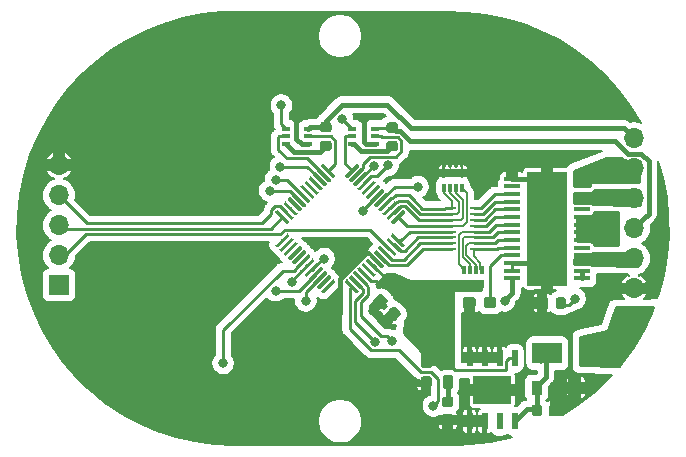
<source format=gbr>
G04 #@! TF.GenerationSoftware,KiCad,Pcbnew,(5.1.4)-1*
G04 #@! TF.CreationDate,2020-02-27T11:32:08-05:00*
G04 #@! TF.ProjectId,MotorcycleSwitch,4d6f746f-7263-4796-936c-655377697463,rev?*
G04 #@! TF.SameCoordinates,Original*
G04 #@! TF.FileFunction,Copper,L1,Top*
G04 #@! TF.FilePolarity,Positive*
%FSLAX46Y46*%
G04 Gerber Fmt 4.6, Leading zero omitted, Abs format (unit mm)*
G04 Created by KiCad (PCBNEW (5.1.4)-1) date 2020-02-27 11:32:08*
%MOMM*%
%LPD*%
G04 APERTURE LIST*
%ADD10C,0.100000*%
%ADD11C,0.875000*%
%ADD12C,0.499999*%
%ADD13R,3.400001X9.700001*%
%ADD14R,1.400000X0.449999*%
%ADD15R,2.500000X1.800000*%
%ADD16R,0.650000X0.400000*%
%ADD17O,1.700000X1.700000*%
%ADD18R,1.700000X1.700000*%
%ADD19R,0.900000X1.200000*%
%ADD20R,3.200400X2.413000*%
%ADD21R,0.482600X1.371600*%
%ADD22C,0.300000*%
%ADD23R,0.300000X0.657200*%
%ADD24C,0.950000*%
%ADD25R,0.685800X0.203200*%
%ADD26C,0.850000*%
%ADD27C,0.800000*%
%ADD28C,0.500000*%
%ADD29C,0.381000*%
%ADD30C,0.250000*%
%ADD31C,0.450000*%
%ADD32C,0.127000*%
%ADD33C,0.254000*%
%ADD34C,0.180000*%
G04 APERTURE END LIST*
D10*
G36*
X165852691Y-107026053D02*
G01*
X165873926Y-107029203D01*
X165894750Y-107034419D01*
X165914962Y-107041651D01*
X165934368Y-107050830D01*
X165952781Y-107061866D01*
X165970024Y-107074654D01*
X165985930Y-107089070D01*
X166000346Y-107104976D01*
X166013134Y-107122219D01*
X166024170Y-107140632D01*
X166033349Y-107160038D01*
X166040581Y-107180250D01*
X166045797Y-107201074D01*
X166048947Y-107222309D01*
X166050000Y-107243750D01*
X166050000Y-107756250D01*
X166048947Y-107777691D01*
X166045797Y-107798926D01*
X166040581Y-107819750D01*
X166033349Y-107839962D01*
X166024170Y-107859368D01*
X166013134Y-107877781D01*
X166000346Y-107895024D01*
X165985930Y-107910930D01*
X165970024Y-107925346D01*
X165952781Y-107938134D01*
X165934368Y-107949170D01*
X165914962Y-107958349D01*
X165894750Y-107965581D01*
X165873926Y-107970797D01*
X165852691Y-107973947D01*
X165831250Y-107975000D01*
X165393750Y-107975000D01*
X165372309Y-107973947D01*
X165351074Y-107970797D01*
X165330250Y-107965581D01*
X165310038Y-107958349D01*
X165290632Y-107949170D01*
X165272219Y-107938134D01*
X165254976Y-107925346D01*
X165239070Y-107910930D01*
X165224654Y-107895024D01*
X165211866Y-107877781D01*
X165200830Y-107859368D01*
X165191651Y-107839962D01*
X165184419Y-107819750D01*
X165179203Y-107798926D01*
X165176053Y-107777691D01*
X165175000Y-107756250D01*
X165175000Y-107243750D01*
X165176053Y-107222309D01*
X165179203Y-107201074D01*
X165184419Y-107180250D01*
X165191651Y-107160038D01*
X165200830Y-107140632D01*
X165211866Y-107122219D01*
X165224654Y-107104976D01*
X165239070Y-107089070D01*
X165254976Y-107074654D01*
X165272219Y-107061866D01*
X165290632Y-107050830D01*
X165310038Y-107041651D01*
X165330250Y-107034419D01*
X165351074Y-107029203D01*
X165372309Y-107026053D01*
X165393750Y-107025000D01*
X165831250Y-107025000D01*
X165852691Y-107026053D01*
X165852691Y-107026053D01*
G37*
D11*
X165612500Y-107500000D03*
D10*
G36*
X167427691Y-107026053D02*
G01*
X167448926Y-107029203D01*
X167469750Y-107034419D01*
X167489962Y-107041651D01*
X167509368Y-107050830D01*
X167527781Y-107061866D01*
X167545024Y-107074654D01*
X167560930Y-107089070D01*
X167575346Y-107104976D01*
X167588134Y-107122219D01*
X167599170Y-107140632D01*
X167608349Y-107160038D01*
X167615581Y-107180250D01*
X167620797Y-107201074D01*
X167623947Y-107222309D01*
X167625000Y-107243750D01*
X167625000Y-107756250D01*
X167623947Y-107777691D01*
X167620797Y-107798926D01*
X167615581Y-107819750D01*
X167608349Y-107839962D01*
X167599170Y-107859368D01*
X167588134Y-107877781D01*
X167575346Y-107895024D01*
X167560930Y-107910930D01*
X167545024Y-107925346D01*
X167527781Y-107938134D01*
X167509368Y-107949170D01*
X167489962Y-107958349D01*
X167469750Y-107965581D01*
X167448926Y-107970797D01*
X167427691Y-107973947D01*
X167406250Y-107975000D01*
X166968750Y-107975000D01*
X166947309Y-107973947D01*
X166926074Y-107970797D01*
X166905250Y-107965581D01*
X166885038Y-107958349D01*
X166865632Y-107949170D01*
X166847219Y-107938134D01*
X166829976Y-107925346D01*
X166814070Y-107910930D01*
X166799654Y-107895024D01*
X166786866Y-107877781D01*
X166775830Y-107859368D01*
X166766651Y-107839962D01*
X166759419Y-107819750D01*
X166754203Y-107798926D01*
X166751053Y-107777691D01*
X166750000Y-107756250D01*
X166750000Y-107243750D01*
X166751053Y-107222309D01*
X166754203Y-107201074D01*
X166759419Y-107180250D01*
X166766651Y-107160038D01*
X166775830Y-107140632D01*
X166786866Y-107122219D01*
X166799654Y-107104976D01*
X166814070Y-107089070D01*
X166829976Y-107074654D01*
X166847219Y-107061866D01*
X166865632Y-107050830D01*
X166885038Y-107041651D01*
X166905250Y-107034419D01*
X166926074Y-107029203D01*
X166947309Y-107026053D01*
X166968750Y-107025000D01*
X167406250Y-107025000D01*
X167427691Y-107026053D01*
X167427691Y-107026053D01*
G37*
D11*
X167187500Y-107500000D03*
D12*
X166025003Y-101200000D03*
X167325000Y-101200000D03*
X167325000Y-99900000D03*
X166025003Y-99900000D03*
X164725000Y-99900000D03*
X164725000Y-101200000D03*
X164725000Y-98500000D03*
X166025000Y-98500000D03*
X167325000Y-98500000D03*
X164725000Y-97200000D03*
X166025003Y-97200000D03*
X167325000Y-97200000D03*
X164725000Y-102500000D03*
X166025003Y-102500000D03*
X167325000Y-102500000D03*
X167325002Y-105200000D03*
X166025005Y-105200000D03*
X164725003Y-105200000D03*
X167325002Y-103900000D03*
X166025003Y-103900000D03*
X164725003Y-103900000D03*
D13*
X166025000Y-101200000D03*
D14*
X168975002Y-96975000D03*
X168975002Y-97625001D03*
X168975002Y-98275000D03*
X168975002Y-98925001D03*
X168975002Y-99574999D03*
X168975002Y-100225001D03*
X168975002Y-100874999D03*
X168975002Y-101525001D03*
X168975002Y-102174999D03*
X168975002Y-102825001D03*
X168975002Y-103474999D03*
X168975002Y-104125000D03*
X168975002Y-104774999D03*
X168975002Y-105425000D03*
X163075001Y-105425000D03*
X163075001Y-104774999D03*
X163075001Y-104125000D03*
X163075001Y-103474999D03*
X163075001Y-102825001D03*
X163075001Y-102174999D03*
X163075001Y-101525001D03*
X163075001Y-100874999D03*
X163075001Y-100225001D03*
X163075001Y-99574999D03*
X163075001Y-98925001D03*
X163075001Y-98275000D03*
X163075001Y-97625001D03*
X163075001Y-96975000D03*
D15*
X170050000Y-111750000D03*
X166050000Y-111750000D03*
D10*
G36*
X147577691Y-93751053D02*
G01*
X147598926Y-93754203D01*
X147619750Y-93759419D01*
X147639962Y-93766651D01*
X147659368Y-93775830D01*
X147677781Y-93786866D01*
X147695024Y-93799654D01*
X147710930Y-93814070D01*
X147725346Y-93829976D01*
X147738134Y-93847219D01*
X147749170Y-93865632D01*
X147758349Y-93885038D01*
X147765581Y-93905250D01*
X147770797Y-93926074D01*
X147773947Y-93947309D01*
X147775000Y-93968750D01*
X147775000Y-94406250D01*
X147773947Y-94427691D01*
X147770797Y-94448926D01*
X147765581Y-94469750D01*
X147758349Y-94489962D01*
X147749170Y-94509368D01*
X147738134Y-94527781D01*
X147725346Y-94545024D01*
X147710930Y-94560930D01*
X147695024Y-94575346D01*
X147677781Y-94588134D01*
X147659368Y-94599170D01*
X147639962Y-94608349D01*
X147619750Y-94615581D01*
X147598926Y-94620797D01*
X147577691Y-94623947D01*
X147556250Y-94625000D01*
X147043750Y-94625000D01*
X147022309Y-94623947D01*
X147001074Y-94620797D01*
X146980250Y-94615581D01*
X146960038Y-94608349D01*
X146940632Y-94599170D01*
X146922219Y-94588134D01*
X146904976Y-94575346D01*
X146889070Y-94560930D01*
X146874654Y-94545024D01*
X146861866Y-94527781D01*
X146850830Y-94509368D01*
X146841651Y-94489962D01*
X146834419Y-94469750D01*
X146829203Y-94448926D01*
X146826053Y-94427691D01*
X146825000Y-94406250D01*
X146825000Y-93968750D01*
X146826053Y-93947309D01*
X146829203Y-93926074D01*
X146834419Y-93905250D01*
X146841651Y-93885038D01*
X146850830Y-93865632D01*
X146861866Y-93847219D01*
X146874654Y-93829976D01*
X146889070Y-93814070D01*
X146904976Y-93799654D01*
X146922219Y-93786866D01*
X146940632Y-93775830D01*
X146960038Y-93766651D01*
X146980250Y-93759419D01*
X147001074Y-93754203D01*
X147022309Y-93751053D01*
X147043750Y-93750000D01*
X147556250Y-93750000D01*
X147577691Y-93751053D01*
X147577691Y-93751053D01*
G37*
D11*
X147300000Y-94187500D03*
D10*
G36*
X147577691Y-92176053D02*
G01*
X147598926Y-92179203D01*
X147619750Y-92184419D01*
X147639962Y-92191651D01*
X147659368Y-92200830D01*
X147677781Y-92211866D01*
X147695024Y-92224654D01*
X147710930Y-92239070D01*
X147725346Y-92254976D01*
X147738134Y-92272219D01*
X147749170Y-92290632D01*
X147758349Y-92310038D01*
X147765581Y-92330250D01*
X147770797Y-92351074D01*
X147773947Y-92372309D01*
X147775000Y-92393750D01*
X147775000Y-92831250D01*
X147773947Y-92852691D01*
X147770797Y-92873926D01*
X147765581Y-92894750D01*
X147758349Y-92914962D01*
X147749170Y-92934368D01*
X147738134Y-92952781D01*
X147725346Y-92970024D01*
X147710930Y-92985930D01*
X147695024Y-93000346D01*
X147677781Y-93013134D01*
X147659368Y-93024170D01*
X147639962Y-93033349D01*
X147619750Y-93040581D01*
X147598926Y-93045797D01*
X147577691Y-93048947D01*
X147556250Y-93050000D01*
X147043750Y-93050000D01*
X147022309Y-93048947D01*
X147001074Y-93045797D01*
X146980250Y-93040581D01*
X146960038Y-93033349D01*
X146940632Y-93024170D01*
X146922219Y-93013134D01*
X146904976Y-93000346D01*
X146889070Y-92985930D01*
X146874654Y-92970024D01*
X146861866Y-92952781D01*
X146850830Y-92934368D01*
X146841651Y-92914962D01*
X146834419Y-92894750D01*
X146829203Y-92873926D01*
X146826053Y-92852691D01*
X146825000Y-92831250D01*
X146825000Y-92393750D01*
X146826053Y-92372309D01*
X146829203Y-92351074D01*
X146834419Y-92330250D01*
X146841651Y-92310038D01*
X146850830Y-92290632D01*
X146861866Y-92272219D01*
X146874654Y-92254976D01*
X146889070Y-92239070D01*
X146904976Y-92224654D01*
X146922219Y-92211866D01*
X146940632Y-92200830D01*
X146960038Y-92191651D01*
X146980250Y-92184419D01*
X147001074Y-92179203D01*
X147022309Y-92176053D01*
X147043750Y-92175000D01*
X147556250Y-92175000D01*
X147577691Y-92176053D01*
X147577691Y-92176053D01*
G37*
D11*
X147300000Y-92612500D03*
D10*
G36*
X157897691Y-117001053D02*
G01*
X157918926Y-117004203D01*
X157939750Y-117009419D01*
X157959962Y-117016651D01*
X157979368Y-117025830D01*
X157997781Y-117036866D01*
X158015024Y-117049654D01*
X158030930Y-117064070D01*
X158045346Y-117079976D01*
X158058134Y-117097219D01*
X158069170Y-117115632D01*
X158078349Y-117135038D01*
X158085581Y-117155250D01*
X158090797Y-117176074D01*
X158093947Y-117197309D01*
X158095000Y-117218750D01*
X158095000Y-117656250D01*
X158093947Y-117677691D01*
X158090797Y-117698926D01*
X158085581Y-117719750D01*
X158078349Y-117739962D01*
X158069170Y-117759368D01*
X158058134Y-117777781D01*
X158045346Y-117795024D01*
X158030930Y-117810930D01*
X158015024Y-117825346D01*
X157997781Y-117838134D01*
X157979368Y-117849170D01*
X157959962Y-117858349D01*
X157939750Y-117865581D01*
X157918926Y-117870797D01*
X157897691Y-117873947D01*
X157876250Y-117875000D01*
X157363750Y-117875000D01*
X157342309Y-117873947D01*
X157321074Y-117870797D01*
X157300250Y-117865581D01*
X157280038Y-117858349D01*
X157260632Y-117849170D01*
X157242219Y-117838134D01*
X157224976Y-117825346D01*
X157209070Y-117810930D01*
X157194654Y-117795024D01*
X157181866Y-117777781D01*
X157170830Y-117759368D01*
X157161651Y-117739962D01*
X157154419Y-117719750D01*
X157149203Y-117698926D01*
X157146053Y-117677691D01*
X157145000Y-117656250D01*
X157145000Y-117218750D01*
X157146053Y-117197309D01*
X157149203Y-117176074D01*
X157154419Y-117155250D01*
X157161651Y-117135038D01*
X157170830Y-117115632D01*
X157181866Y-117097219D01*
X157194654Y-117079976D01*
X157209070Y-117064070D01*
X157224976Y-117049654D01*
X157242219Y-117036866D01*
X157260632Y-117025830D01*
X157280038Y-117016651D01*
X157300250Y-117009419D01*
X157321074Y-117004203D01*
X157342309Y-117001053D01*
X157363750Y-117000000D01*
X157876250Y-117000000D01*
X157897691Y-117001053D01*
X157897691Y-117001053D01*
G37*
D11*
X157620000Y-117437500D03*
D10*
G36*
X157897691Y-115426053D02*
G01*
X157918926Y-115429203D01*
X157939750Y-115434419D01*
X157959962Y-115441651D01*
X157979368Y-115450830D01*
X157997781Y-115461866D01*
X158015024Y-115474654D01*
X158030930Y-115489070D01*
X158045346Y-115504976D01*
X158058134Y-115522219D01*
X158069170Y-115540632D01*
X158078349Y-115560038D01*
X158085581Y-115580250D01*
X158090797Y-115601074D01*
X158093947Y-115622309D01*
X158095000Y-115643750D01*
X158095000Y-116081250D01*
X158093947Y-116102691D01*
X158090797Y-116123926D01*
X158085581Y-116144750D01*
X158078349Y-116164962D01*
X158069170Y-116184368D01*
X158058134Y-116202781D01*
X158045346Y-116220024D01*
X158030930Y-116235930D01*
X158015024Y-116250346D01*
X157997781Y-116263134D01*
X157979368Y-116274170D01*
X157959962Y-116283349D01*
X157939750Y-116290581D01*
X157918926Y-116295797D01*
X157897691Y-116298947D01*
X157876250Y-116300000D01*
X157363750Y-116300000D01*
X157342309Y-116298947D01*
X157321074Y-116295797D01*
X157300250Y-116290581D01*
X157280038Y-116283349D01*
X157260632Y-116274170D01*
X157242219Y-116263134D01*
X157224976Y-116250346D01*
X157209070Y-116235930D01*
X157194654Y-116220024D01*
X157181866Y-116202781D01*
X157170830Y-116184368D01*
X157161651Y-116164962D01*
X157154419Y-116144750D01*
X157149203Y-116123926D01*
X157146053Y-116102691D01*
X157145000Y-116081250D01*
X157145000Y-115643750D01*
X157146053Y-115622309D01*
X157149203Y-115601074D01*
X157154419Y-115580250D01*
X157161651Y-115560038D01*
X157170830Y-115540632D01*
X157181866Y-115522219D01*
X157194654Y-115504976D01*
X157209070Y-115489070D01*
X157224976Y-115474654D01*
X157242219Y-115461866D01*
X157260632Y-115450830D01*
X157280038Y-115441651D01*
X157300250Y-115434419D01*
X157321074Y-115429203D01*
X157342309Y-115426053D01*
X157363750Y-115425000D01*
X157876250Y-115425000D01*
X157897691Y-115426053D01*
X157897691Y-115426053D01*
G37*
D11*
X157620000Y-115862500D03*
D10*
G36*
X153177691Y-93788553D02*
G01*
X153198926Y-93791703D01*
X153219750Y-93796919D01*
X153239962Y-93804151D01*
X153259368Y-93813330D01*
X153277781Y-93824366D01*
X153295024Y-93837154D01*
X153310930Y-93851570D01*
X153325346Y-93867476D01*
X153338134Y-93884719D01*
X153349170Y-93903132D01*
X153358349Y-93922538D01*
X153365581Y-93942750D01*
X153370797Y-93963574D01*
X153373947Y-93984809D01*
X153375000Y-94006250D01*
X153375000Y-94443750D01*
X153373947Y-94465191D01*
X153370797Y-94486426D01*
X153365581Y-94507250D01*
X153358349Y-94527462D01*
X153349170Y-94546868D01*
X153338134Y-94565281D01*
X153325346Y-94582524D01*
X153310930Y-94598430D01*
X153295024Y-94612846D01*
X153277781Y-94625634D01*
X153259368Y-94636670D01*
X153239962Y-94645849D01*
X153219750Y-94653081D01*
X153198926Y-94658297D01*
X153177691Y-94661447D01*
X153156250Y-94662500D01*
X152643750Y-94662500D01*
X152622309Y-94661447D01*
X152601074Y-94658297D01*
X152580250Y-94653081D01*
X152560038Y-94645849D01*
X152540632Y-94636670D01*
X152522219Y-94625634D01*
X152504976Y-94612846D01*
X152489070Y-94598430D01*
X152474654Y-94582524D01*
X152461866Y-94565281D01*
X152450830Y-94546868D01*
X152441651Y-94527462D01*
X152434419Y-94507250D01*
X152429203Y-94486426D01*
X152426053Y-94465191D01*
X152425000Y-94443750D01*
X152425000Y-94006250D01*
X152426053Y-93984809D01*
X152429203Y-93963574D01*
X152434419Y-93942750D01*
X152441651Y-93922538D01*
X152450830Y-93903132D01*
X152461866Y-93884719D01*
X152474654Y-93867476D01*
X152489070Y-93851570D01*
X152504976Y-93837154D01*
X152522219Y-93824366D01*
X152540632Y-93813330D01*
X152560038Y-93804151D01*
X152580250Y-93796919D01*
X152601074Y-93791703D01*
X152622309Y-93788553D01*
X152643750Y-93787500D01*
X153156250Y-93787500D01*
X153177691Y-93788553D01*
X153177691Y-93788553D01*
G37*
D11*
X152900000Y-94225000D03*
D10*
G36*
X153177691Y-92213553D02*
G01*
X153198926Y-92216703D01*
X153219750Y-92221919D01*
X153239962Y-92229151D01*
X153259368Y-92238330D01*
X153277781Y-92249366D01*
X153295024Y-92262154D01*
X153310930Y-92276570D01*
X153325346Y-92292476D01*
X153338134Y-92309719D01*
X153349170Y-92328132D01*
X153358349Y-92347538D01*
X153365581Y-92367750D01*
X153370797Y-92388574D01*
X153373947Y-92409809D01*
X153375000Y-92431250D01*
X153375000Y-92868750D01*
X153373947Y-92890191D01*
X153370797Y-92911426D01*
X153365581Y-92932250D01*
X153358349Y-92952462D01*
X153349170Y-92971868D01*
X153338134Y-92990281D01*
X153325346Y-93007524D01*
X153310930Y-93023430D01*
X153295024Y-93037846D01*
X153277781Y-93050634D01*
X153259368Y-93061670D01*
X153239962Y-93070849D01*
X153219750Y-93078081D01*
X153198926Y-93083297D01*
X153177691Y-93086447D01*
X153156250Y-93087500D01*
X152643750Y-93087500D01*
X152622309Y-93086447D01*
X152601074Y-93083297D01*
X152580250Y-93078081D01*
X152560038Y-93070849D01*
X152540632Y-93061670D01*
X152522219Y-93050634D01*
X152504976Y-93037846D01*
X152489070Y-93023430D01*
X152474654Y-93007524D01*
X152461866Y-92990281D01*
X152450830Y-92971868D01*
X152441651Y-92952462D01*
X152434419Y-92932250D01*
X152429203Y-92911426D01*
X152426053Y-92890191D01*
X152425000Y-92868750D01*
X152425000Y-92431250D01*
X152426053Y-92409809D01*
X152429203Y-92388574D01*
X152434419Y-92367750D01*
X152441651Y-92347538D01*
X152450830Y-92328132D01*
X152461866Y-92309719D01*
X152474654Y-92292476D01*
X152489070Y-92276570D01*
X152504976Y-92262154D01*
X152522219Y-92249366D01*
X152540632Y-92238330D01*
X152560038Y-92229151D01*
X152580250Y-92221919D01*
X152601074Y-92216703D01*
X152622309Y-92213553D01*
X152643750Y-92212500D01*
X153156250Y-92212500D01*
X153177691Y-92213553D01*
X153177691Y-92213553D01*
G37*
D11*
X152900000Y-92650000D03*
D16*
X149525000Y-94050000D03*
X149525000Y-92750000D03*
X151425000Y-93400000D03*
X149525000Y-93400000D03*
X151425000Y-92750000D03*
X151425000Y-94050000D03*
D17*
X124700000Y-95840000D03*
X124700000Y-98380000D03*
X124700000Y-100920000D03*
X124700000Y-103460000D03*
D18*
X124700000Y-106000000D03*
D19*
X168450000Y-114675000D03*
X165150000Y-114675000D03*
D10*
G36*
X166977691Y-116101053D02*
G01*
X166998926Y-116104203D01*
X167019750Y-116109419D01*
X167039962Y-116116651D01*
X167059368Y-116125830D01*
X167077781Y-116136866D01*
X167095024Y-116149654D01*
X167110930Y-116164070D01*
X167125346Y-116179976D01*
X167138134Y-116197219D01*
X167149170Y-116215632D01*
X167158349Y-116235038D01*
X167165581Y-116255250D01*
X167170797Y-116276074D01*
X167173947Y-116297309D01*
X167175000Y-116318750D01*
X167175000Y-116831250D01*
X167173947Y-116852691D01*
X167170797Y-116873926D01*
X167165581Y-116894750D01*
X167158349Y-116914962D01*
X167149170Y-116934368D01*
X167138134Y-116952781D01*
X167125346Y-116970024D01*
X167110930Y-116985930D01*
X167095024Y-117000346D01*
X167077781Y-117013134D01*
X167059368Y-117024170D01*
X167039962Y-117033349D01*
X167019750Y-117040581D01*
X166998926Y-117045797D01*
X166977691Y-117048947D01*
X166956250Y-117050000D01*
X166518750Y-117050000D01*
X166497309Y-117048947D01*
X166476074Y-117045797D01*
X166455250Y-117040581D01*
X166435038Y-117033349D01*
X166415632Y-117024170D01*
X166397219Y-117013134D01*
X166379976Y-117000346D01*
X166364070Y-116985930D01*
X166349654Y-116970024D01*
X166336866Y-116952781D01*
X166325830Y-116934368D01*
X166316651Y-116914962D01*
X166309419Y-116894750D01*
X166304203Y-116873926D01*
X166301053Y-116852691D01*
X166300000Y-116831250D01*
X166300000Y-116318750D01*
X166301053Y-116297309D01*
X166304203Y-116276074D01*
X166309419Y-116255250D01*
X166316651Y-116235038D01*
X166325830Y-116215632D01*
X166336866Y-116197219D01*
X166349654Y-116179976D01*
X166364070Y-116164070D01*
X166379976Y-116149654D01*
X166397219Y-116136866D01*
X166415632Y-116125830D01*
X166435038Y-116116651D01*
X166455250Y-116109419D01*
X166476074Y-116104203D01*
X166497309Y-116101053D01*
X166518750Y-116100000D01*
X166956250Y-116100000D01*
X166977691Y-116101053D01*
X166977691Y-116101053D01*
G37*
D11*
X166737500Y-116575000D03*
D10*
G36*
X165402691Y-116101053D02*
G01*
X165423926Y-116104203D01*
X165444750Y-116109419D01*
X165464962Y-116116651D01*
X165484368Y-116125830D01*
X165502781Y-116136866D01*
X165520024Y-116149654D01*
X165535930Y-116164070D01*
X165550346Y-116179976D01*
X165563134Y-116197219D01*
X165574170Y-116215632D01*
X165583349Y-116235038D01*
X165590581Y-116255250D01*
X165595797Y-116276074D01*
X165598947Y-116297309D01*
X165600000Y-116318750D01*
X165600000Y-116831250D01*
X165598947Y-116852691D01*
X165595797Y-116873926D01*
X165590581Y-116894750D01*
X165583349Y-116914962D01*
X165574170Y-116934368D01*
X165563134Y-116952781D01*
X165550346Y-116970024D01*
X165535930Y-116985930D01*
X165520024Y-117000346D01*
X165502781Y-117013134D01*
X165484368Y-117024170D01*
X165464962Y-117033349D01*
X165444750Y-117040581D01*
X165423926Y-117045797D01*
X165402691Y-117048947D01*
X165381250Y-117050000D01*
X164943750Y-117050000D01*
X164922309Y-117048947D01*
X164901074Y-117045797D01*
X164880250Y-117040581D01*
X164860038Y-117033349D01*
X164840632Y-117024170D01*
X164822219Y-117013134D01*
X164804976Y-117000346D01*
X164789070Y-116985930D01*
X164774654Y-116970024D01*
X164761866Y-116952781D01*
X164750830Y-116934368D01*
X164741651Y-116914962D01*
X164734419Y-116894750D01*
X164729203Y-116873926D01*
X164726053Y-116852691D01*
X164725000Y-116831250D01*
X164725000Y-116318750D01*
X164726053Y-116297309D01*
X164729203Y-116276074D01*
X164734419Y-116255250D01*
X164741651Y-116235038D01*
X164750830Y-116215632D01*
X164761866Y-116197219D01*
X164774654Y-116179976D01*
X164789070Y-116164070D01*
X164804976Y-116149654D01*
X164822219Y-116136866D01*
X164840632Y-116125830D01*
X164860038Y-116116651D01*
X164880250Y-116109419D01*
X164901074Y-116104203D01*
X164922309Y-116101053D01*
X164943750Y-116100000D01*
X165381250Y-116100000D01*
X165402691Y-116101053D01*
X165402691Y-116101053D01*
G37*
D11*
X165162500Y-116575000D03*
D10*
G36*
X156077691Y-113711053D02*
G01*
X156098926Y-113714203D01*
X156119750Y-113719419D01*
X156139962Y-113726651D01*
X156159368Y-113735830D01*
X156177781Y-113746866D01*
X156195024Y-113759654D01*
X156210930Y-113774070D01*
X156225346Y-113789976D01*
X156238134Y-113807219D01*
X156249170Y-113825632D01*
X156258349Y-113845038D01*
X156265581Y-113865250D01*
X156270797Y-113886074D01*
X156273947Y-113907309D01*
X156275000Y-113928750D01*
X156275000Y-114366250D01*
X156273947Y-114387691D01*
X156270797Y-114408926D01*
X156265581Y-114429750D01*
X156258349Y-114449962D01*
X156249170Y-114469368D01*
X156238134Y-114487781D01*
X156225346Y-114505024D01*
X156210930Y-114520930D01*
X156195024Y-114535346D01*
X156177781Y-114548134D01*
X156159368Y-114559170D01*
X156139962Y-114568349D01*
X156119750Y-114575581D01*
X156098926Y-114580797D01*
X156077691Y-114583947D01*
X156056250Y-114585000D01*
X155543750Y-114585000D01*
X155522309Y-114583947D01*
X155501074Y-114580797D01*
X155480250Y-114575581D01*
X155460038Y-114568349D01*
X155440632Y-114559170D01*
X155422219Y-114548134D01*
X155404976Y-114535346D01*
X155389070Y-114520930D01*
X155374654Y-114505024D01*
X155361866Y-114487781D01*
X155350830Y-114469368D01*
X155341651Y-114449962D01*
X155334419Y-114429750D01*
X155329203Y-114408926D01*
X155326053Y-114387691D01*
X155325000Y-114366250D01*
X155325000Y-113928750D01*
X155326053Y-113907309D01*
X155329203Y-113886074D01*
X155334419Y-113865250D01*
X155341651Y-113845038D01*
X155350830Y-113825632D01*
X155361866Y-113807219D01*
X155374654Y-113789976D01*
X155389070Y-113774070D01*
X155404976Y-113759654D01*
X155422219Y-113746866D01*
X155440632Y-113735830D01*
X155460038Y-113726651D01*
X155480250Y-113719419D01*
X155501074Y-113714203D01*
X155522309Y-113711053D01*
X155543750Y-113710000D01*
X156056250Y-113710000D01*
X156077691Y-113711053D01*
X156077691Y-113711053D01*
G37*
D11*
X155800000Y-114147500D03*
D10*
G36*
X156077691Y-112136053D02*
G01*
X156098926Y-112139203D01*
X156119750Y-112144419D01*
X156139962Y-112151651D01*
X156159368Y-112160830D01*
X156177781Y-112171866D01*
X156195024Y-112184654D01*
X156210930Y-112199070D01*
X156225346Y-112214976D01*
X156238134Y-112232219D01*
X156249170Y-112250632D01*
X156258349Y-112270038D01*
X156265581Y-112290250D01*
X156270797Y-112311074D01*
X156273947Y-112332309D01*
X156275000Y-112353750D01*
X156275000Y-112791250D01*
X156273947Y-112812691D01*
X156270797Y-112833926D01*
X156265581Y-112854750D01*
X156258349Y-112874962D01*
X156249170Y-112894368D01*
X156238134Y-112912781D01*
X156225346Y-112930024D01*
X156210930Y-112945930D01*
X156195024Y-112960346D01*
X156177781Y-112973134D01*
X156159368Y-112984170D01*
X156139962Y-112993349D01*
X156119750Y-113000581D01*
X156098926Y-113005797D01*
X156077691Y-113008947D01*
X156056250Y-113010000D01*
X155543750Y-113010000D01*
X155522309Y-113008947D01*
X155501074Y-113005797D01*
X155480250Y-113000581D01*
X155460038Y-112993349D01*
X155440632Y-112984170D01*
X155422219Y-112973134D01*
X155404976Y-112960346D01*
X155389070Y-112945930D01*
X155374654Y-112930024D01*
X155361866Y-112912781D01*
X155350830Y-112894368D01*
X155341651Y-112874962D01*
X155334419Y-112854750D01*
X155329203Y-112833926D01*
X155326053Y-112812691D01*
X155325000Y-112791250D01*
X155325000Y-112353750D01*
X155326053Y-112332309D01*
X155329203Y-112311074D01*
X155334419Y-112290250D01*
X155341651Y-112270038D01*
X155350830Y-112250632D01*
X155361866Y-112232219D01*
X155374654Y-112214976D01*
X155389070Y-112199070D01*
X155404976Y-112184654D01*
X155422219Y-112171866D01*
X155440632Y-112160830D01*
X155460038Y-112151651D01*
X155480250Y-112144419D01*
X155501074Y-112139203D01*
X155522309Y-112136053D01*
X155543750Y-112135000D01*
X156056250Y-112135000D01*
X156077691Y-112136053D01*
X156077691Y-112136053D01*
G37*
D11*
X155800000Y-112572500D03*
D10*
G36*
X151971077Y-106736274D02*
G01*
X151992312Y-106739424D01*
X152013136Y-106744640D01*
X152033348Y-106751872D01*
X152052754Y-106761051D01*
X152071167Y-106772087D01*
X152088410Y-106784875D01*
X152104316Y-106799291D01*
X152466709Y-107161684D01*
X152481125Y-107177590D01*
X152493913Y-107194833D01*
X152504949Y-107213246D01*
X152514128Y-107232652D01*
X152521360Y-107252864D01*
X152526576Y-107273688D01*
X152529726Y-107294923D01*
X152530779Y-107316364D01*
X152529726Y-107337805D01*
X152526576Y-107359040D01*
X152521360Y-107379864D01*
X152514128Y-107400076D01*
X152504949Y-107419482D01*
X152493913Y-107437895D01*
X152481125Y-107455138D01*
X152466709Y-107471044D01*
X152157350Y-107780403D01*
X152141444Y-107794819D01*
X152124201Y-107807607D01*
X152105788Y-107818643D01*
X152086382Y-107827822D01*
X152066170Y-107835054D01*
X152045346Y-107840270D01*
X152024111Y-107843420D01*
X152002670Y-107844473D01*
X151981229Y-107843420D01*
X151959994Y-107840270D01*
X151939170Y-107835054D01*
X151918958Y-107827822D01*
X151899552Y-107818643D01*
X151881139Y-107807607D01*
X151863896Y-107794819D01*
X151847990Y-107780403D01*
X151485597Y-107418010D01*
X151471181Y-107402104D01*
X151458393Y-107384861D01*
X151447357Y-107366448D01*
X151438178Y-107347042D01*
X151430946Y-107326830D01*
X151425730Y-107306006D01*
X151422580Y-107284771D01*
X151421527Y-107263330D01*
X151422580Y-107241889D01*
X151425730Y-107220654D01*
X151430946Y-107199830D01*
X151438178Y-107179618D01*
X151447357Y-107160212D01*
X151458393Y-107141799D01*
X151471181Y-107124556D01*
X151485597Y-107108650D01*
X151794956Y-106799291D01*
X151810862Y-106784875D01*
X151828105Y-106772087D01*
X151846518Y-106761051D01*
X151865924Y-106751872D01*
X151886136Y-106744640D01*
X151906960Y-106739424D01*
X151928195Y-106736274D01*
X151949636Y-106735221D01*
X151971077Y-106736274D01*
X151971077Y-106736274D01*
G37*
D11*
X151976153Y-107289847D03*
D10*
G36*
X153084771Y-105622580D02*
G01*
X153106006Y-105625730D01*
X153126830Y-105630946D01*
X153147042Y-105638178D01*
X153166448Y-105647357D01*
X153184861Y-105658393D01*
X153202104Y-105671181D01*
X153218010Y-105685597D01*
X153580403Y-106047990D01*
X153594819Y-106063896D01*
X153607607Y-106081139D01*
X153618643Y-106099552D01*
X153627822Y-106118958D01*
X153635054Y-106139170D01*
X153640270Y-106159994D01*
X153643420Y-106181229D01*
X153644473Y-106202670D01*
X153643420Y-106224111D01*
X153640270Y-106245346D01*
X153635054Y-106266170D01*
X153627822Y-106286382D01*
X153618643Y-106305788D01*
X153607607Y-106324201D01*
X153594819Y-106341444D01*
X153580403Y-106357350D01*
X153271044Y-106666709D01*
X153255138Y-106681125D01*
X153237895Y-106693913D01*
X153219482Y-106704949D01*
X153200076Y-106714128D01*
X153179864Y-106721360D01*
X153159040Y-106726576D01*
X153137805Y-106729726D01*
X153116364Y-106730779D01*
X153094923Y-106729726D01*
X153073688Y-106726576D01*
X153052864Y-106721360D01*
X153032652Y-106714128D01*
X153013246Y-106704949D01*
X152994833Y-106693913D01*
X152977590Y-106681125D01*
X152961684Y-106666709D01*
X152599291Y-106304316D01*
X152584875Y-106288410D01*
X152572087Y-106271167D01*
X152561051Y-106252754D01*
X152551872Y-106233348D01*
X152544640Y-106213136D01*
X152539424Y-106192312D01*
X152536274Y-106171077D01*
X152535221Y-106149636D01*
X152536274Y-106128195D01*
X152539424Y-106106960D01*
X152544640Y-106086136D01*
X152551872Y-106065924D01*
X152561051Y-106046518D01*
X152572087Y-106028105D01*
X152584875Y-106010862D01*
X152599291Y-105994956D01*
X152908650Y-105685597D01*
X152924556Y-105671181D01*
X152941799Y-105658393D01*
X152960212Y-105647357D01*
X152979618Y-105638178D01*
X152999830Y-105630946D01*
X153020654Y-105625730D01*
X153041889Y-105622580D01*
X153063330Y-105621527D01*
X153084771Y-105622580D01*
X153084771Y-105622580D01*
G37*
D11*
X153089847Y-106176153D03*
D10*
G36*
X153071077Y-107811274D02*
G01*
X153092312Y-107814424D01*
X153113136Y-107819640D01*
X153133348Y-107826872D01*
X153152754Y-107836051D01*
X153171167Y-107847087D01*
X153188410Y-107859875D01*
X153204316Y-107874291D01*
X153566709Y-108236684D01*
X153581125Y-108252590D01*
X153593913Y-108269833D01*
X153604949Y-108288246D01*
X153614128Y-108307652D01*
X153621360Y-108327864D01*
X153626576Y-108348688D01*
X153629726Y-108369923D01*
X153630779Y-108391364D01*
X153629726Y-108412805D01*
X153626576Y-108434040D01*
X153621360Y-108454864D01*
X153614128Y-108475076D01*
X153604949Y-108494482D01*
X153593913Y-108512895D01*
X153581125Y-108530138D01*
X153566709Y-108546044D01*
X153257350Y-108855403D01*
X153241444Y-108869819D01*
X153224201Y-108882607D01*
X153205788Y-108893643D01*
X153186382Y-108902822D01*
X153166170Y-108910054D01*
X153145346Y-108915270D01*
X153124111Y-108918420D01*
X153102670Y-108919473D01*
X153081229Y-108918420D01*
X153059994Y-108915270D01*
X153039170Y-108910054D01*
X153018958Y-108902822D01*
X152999552Y-108893643D01*
X152981139Y-108882607D01*
X152963896Y-108869819D01*
X152947990Y-108855403D01*
X152585597Y-108493010D01*
X152571181Y-108477104D01*
X152558393Y-108459861D01*
X152547357Y-108441448D01*
X152538178Y-108422042D01*
X152530946Y-108401830D01*
X152525730Y-108381006D01*
X152522580Y-108359771D01*
X152521527Y-108338330D01*
X152522580Y-108316889D01*
X152525730Y-108295654D01*
X152530946Y-108274830D01*
X152538178Y-108254618D01*
X152547357Y-108235212D01*
X152558393Y-108216799D01*
X152571181Y-108199556D01*
X152585597Y-108183650D01*
X152894956Y-107874291D01*
X152910862Y-107859875D01*
X152928105Y-107847087D01*
X152946518Y-107836051D01*
X152965924Y-107826872D01*
X152986136Y-107819640D01*
X153006960Y-107814424D01*
X153028195Y-107811274D01*
X153049636Y-107810221D01*
X153071077Y-107811274D01*
X153071077Y-107811274D01*
G37*
D11*
X153076153Y-108364847D03*
D10*
G36*
X154184771Y-106697580D02*
G01*
X154206006Y-106700730D01*
X154226830Y-106705946D01*
X154247042Y-106713178D01*
X154266448Y-106722357D01*
X154284861Y-106733393D01*
X154302104Y-106746181D01*
X154318010Y-106760597D01*
X154680403Y-107122990D01*
X154694819Y-107138896D01*
X154707607Y-107156139D01*
X154718643Y-107174552D01*
X154727822Y-107193958D01*
X154735054Y-107214170D01*
X154740270Y-107234994D01*
X154743420Y-107256229D01*
X154744473Y-107277670D01*
X154743420Y-107299111D01*
X154740270Y-107320346D01*
X154735054Y-107341170D01*
X154727822Y-107361382D01*
X154718643Y-107380788D01*
X154707607Y-107399201D01*
X154694819Y-107416444D01*
X154680403Y-107432350D01*
X154371044Y-107741709D01*
X154355138Y-107756125D01*
X154337895Y-107768913D01*
X154319482Y-107779949D01*
X154300076Y-107789128D01*
X154279864Y-107796360D01*
X154259040Y-107801576D01*
X154237805Y-107804726D01*
X154216364Y-107805779D01*
X154194923Y-107804726D01*
X154173688Y-107801576D01*
X154152864Y-107796360D01*
X154132652Y-107789128D01*
X154113246Y-107779949D01*
X154094833Y-107768913D01*
X154077590Y-107756125D01*
X154061684Y-107741709D01*
X153699291Y-107379316D01*
X153684875Y-107363410D01*
X153672087Y-107346167D01*
X153661051Y-107327754D01*
X153651872Y-107308348D01*
X153644640Y-107288136D01*
X153639424Y-107267312D01*
X153636274Y-107246077D01*
X153635221Y-107224636D01*
X153636274Y-107203195D01*
X153639424Y-107181960D01*
X153644640Y-107161136D01*
X153651872Y-107140924D01*
X153661051Y-107121518D01*
X153672087Y-107103105D01*
X153684875Y-107085862D01*
X153699291Y-107069956D01*
X154008650Y-106760597D01*
X154024556Y-106746181D01*
X154041799Y-106733393D01*
X154060212Y-106722357D01*
X154079618Y-106713178D01*
X154099830Y-106705946D01*
X154120654Y-106700730D01*
X154141889Y-106697580D01*
X154163330Y-106696527D01*
X154184771Y-106697580D01*
X154184771Y-106697580D01*
G37*
D11*
X154189847Y-107251153D03*
D16*
X143925000Y-94050000D03*
X143925000Y-92750000D03*
X145825000Y-93400000D03*
X143925000Y-93400000D03*
X145825000Y-92750000D03*
X145825000Y-94050000D03*
D20*
X161370000Y-114850000D03*
D21*
X163275000Y-117517000D03*
X162005000Y-117517000D03*
X160735000Y-117517000D03*
X159465000Y-117517000D03*
X159465000Y-112183000D03*
X160735000Y-112183000D03*
X162005000Y-112183000D03*
X163275000Y-112183000D03*
D10*
G36*
X147923988Y-105491746D02*
G01*
X147931269Y-105492826D01*
X147938408Y-105494614D01*
X147945338Y-105497094D01*
X147951992Y-105500241D01*
X147958305Y-105504025D01*
X147964216Y-105508409D01*
X147969670Y-105513352D01*
X148075736Y-105619418D01*
X148080679Y-105624872D01*
X148085063Y-105630783D01*
X148088847Y-105637096D01*
X148091994Y-105643750D01*
X148094474Y-105650680D01*
X148096262Y-105657819D01*
X148097342Y-105665100D01*
X148097703Y-105672451D01*
X148097342Y-105679802D01*
X148096262Y-105687083D01*
X148094474Y-105694222D01*
X148091994Y-105701152D01*
X148088847Y-105707806D01*
X148085063Y-105714119D01*
X148080679Y-105720030D01*
X148075736Y-105725484D01*
X147138820Y-106662400D01*
X147133366Y-106667343D01*
X147127455Y-106671727D01*
X147121142Y-106675511D01*
X147114488Y-106678658D01*
X147107558Y-106681138D01*
X147100419Y-106682926D01*
X147093138Y-106684006D01*
X147085787Y-106684367D01*
X147078436Y-106684006D01*
X147071155Y-106682926D01*
X147064016Y-106681138D01*
X147057086Y-106678658D01*
X147050432Y-106675511D01*
X147044119Y-106671727D01*
X147038208Y-106667343D01*
X147032754Y-106662400D01*
X146926688Y-106556334D01*
X146921745Y-106550880D01*
X146917361Y-106544969D01*
X146913577Y-106538656D01*
X146910430Y-106532002D01*
X146907950Y-106525072D01*
X146906162Y-106517933D01*
X146905082Y-106510652D01*
X146904721Y-106503301D01*
X146905082Y-106495950D01*
X146906162Y-106488669D01*
X146907950Y-106481530D01*
X146910430Y-106474600D01*
X146913577Y-106467946D01*
X146917361Y-106461633D01*
X146921745Y-106455722D01*
X146926688Y-106450268D01*
X147863604Y-105513352D01*
X147869058Y-105508409D01*
X147874969Y-105504025D01*
X147881282Y-105500241D01*
X147887936Y-105497094D01*
X147894866Y-105494614D01*
X147902005Y-105492826D01*
X147909286Y-105491746D01*
X147916637Y-105491385D01*
X147923988Y-105491746D01*
X147923988Y-105491746D01*
G37*
D22*
X147501212Y-106087876D03*
D10*
G36*
X147570434Y-105138192D02*
G01*
X147577715Y-105139272D01*
X147584854Y-105141060D01*
X147591784Y-105143540D01*
X147598438Y-105146687D01*
X147604751Y-105150471D01*
X147610662Y-105154855D01*
X147616116Y-105159798D01*
X147722182Y-105265864D01*
X147727125Y-105271318D01*
X147731509Y-105277229D01*
X147735293Y-105283542D01*
X147738440Y-105290196D01*
X147740920Y-105297126D01*
X147742708Y-105304265D01*
X147743788Y-105311546D01*
X147744149Y-105318897D01*
X147743788Y-105326248D01*
X147742708Y-105333529D01*
X147740920Y-105340668D01*
X147738440Y-105347598D01*
X147735293Y-105354252D01*
X147731509Y-105360565D01*
X147727125Y-105366476D01*
X147722182Y-105371930D01*
X146785266Y-106308846D01*
X146779812Y-106313789D01*
X146773901Y-106318173D01*
X146767588Y-106321957D01*
X146760934Y-106325104D01*
X146754004Y-106327584D01*
X146746865Y-106329372D01*
X146739584Y-106330452D01*
X146732233Y-106330813D01*
X146724882Y-106330452D01*
X146717601Y-106329372D01*
X146710462Y-106327584D01*
X146703532Y-106325104D01*
X146696878Y-106321957D01*
X146690565Y-106318173D01*
X146684654Y-106313789D01*
X146679200Y-106308846D01*
X146573134Y-106202780D01*
X146568191Y-106197326D01*
X146563807Y-106191415D01*
X146560023Y-106185102D01*
X146556876Y-106178448D01*
X146554396Y-106171518D01*
X146552608Y-106164379D01*
X146551528Y-106157098D01*
X146551167Y-106149747D01*
X146551528Y-106142396D01*
X146552608Y-106135115D01*
X146554396Y-106127976D01*
X146556876Y-106121046D01*
X146560023Y-106114392D01*
X146563807Y-106108079D01*
X146568191Y-106102168D01*
X146573134Y-106096714D01*
X147510050Y-105159798D01*
X147515504Y-105154855D01*
X147521415Y-105150471D01*
X147527728Y-105146687D01*
X147534382Y-105143540D01*
X147541312Y-105141060D01*
X147548451Y-105139272D01*
X147555732Y-105138192D01*
X147563083Y-105137831D01*
X147570434Y-105138192D01*
X147570434Y-105138192D01*
G37*
D22*
X147147658Y-105734322D03*
D10*
G36*
X147216881Y-104784639D02*
G01*
X147224162Y-104785719D01*
X147231301Y-104787507D01*
X147238231Y-104789987D01*
X147244885Y-104793134D01*
X147251198Y-104796918D01*
X147257109Y-104801302D01*
X147262563Y-104806245D01*
X147368629Y-104912311D01*
X147373572Y-104917765D01*
X147377956Y-104923676D01*
X147381740Y-104929989D01*
X147384887Y-104936643D01*
X147387367Y-104943573D01*
X147389155Y-104950712D01*
X147390235Y-104957993D01*
X147390596Y-104965344D01*
X147390235Y-104972695D01*
X147389155Y-104979976D01*
X147387367Y-104987115D01*
X147384887Y-104994045D01*
X147381740Y-105000699D01*
X147377956Y-105007012D01*
X147373572Y-105012923D01*
X147368629Y-105018377D01*
X146431713Y-105955293D01*
X146426259Y-105960236D01*
X146420348Y-105964620D01*
X146414035Y-105968404D01*
X146407381Y-105971551D01*
X146400451Y-105974031D01*
X146393312Y-105975819D01*
X146386031Y-105976899D01*
X146378680Y-105977260D01*
X146371329Y-105976899D01*
X146364048Y-105975819D01*
X146356909Y-105974031D01*
X146349979Y-105971551D01*
X146343325Y-105968404D01*
X146337012Y-105964620D01*
X146331101Y-105960236D01*
X146325647Y-105955293D01*
X146219581Y-105849227D01*
X146214638Y-105843773D01*
X146210254Y-105837862D01*
X146206470Y-105831549D01*
X146203323Y-105824895D01*
X146200843Y-105817965D01*
X146199055Y-105810826D01*
X146197975Y-105803545D01*
X146197614Y-105796194D01*
X146197975Y-105788843D01*
X146199055Y-105781562D01*
X146200843Y-105774423D01*
X146203323Y-105767493D01*
X146206470Y-105760839D01*
X146210254Y-105754526D01*
X146214638Y-105748615D01*
X146219581Y-105743161D01*
X147156497Y-104806245D01*
X147161951Y-104801302D01*
X147167862Y-104796918D01*
X147174175Y-104793134D01*
X147180829Y-104789987D01*
X147187759Y-104787507D01*
X147194898Y-104785719D01*
X147202179Y-104784639D01*
X147209530Y-104784278D01*
X147216881Y-104784639D01*
X147216881Y-104784639D01*
G37*
D22*
X146794105Y-105380769D03*
D10*
G36*
X146863327Y-104431085D02*
G01*
X146870608Y-104432165D01*
X146877747Y-104433953D01*
X146884677Y-104436433D01*
X146891331Y-104439580D01*
X146897644Y-104443364D01*
X146903555Y-104447748D01*
X146909009Y-104452691D01*
X147015075Y-104558757D01*
X147020018Y-104564211D01*
X147024402Y-104570122D01*
X147028186Y-104576435D01*
X147031333Y-104583089D01*
X147033813Y-104590019D01*
X147035601Y-104597158D01*
X147036681Y-104604439D01*
X147037042Y-104611790D01*
X147036681Y-104619141D01*
X147035601Y-104626422D01*
X147033813Y-104633561D01*
X147031333Y-104640491D01*
X147028186Y-104647145D01*
X147024402Y-104653458D01*
X147020018Y-104659369D01*
X147015075Y-104664823D01*
X146078159Y-105601739D01*
X146072705Y-105606682D01*
X146066794Y-105611066D01*
X146060481Y-105614850D01*
X146053827Y-105617997D01*
X146046897Y-105620477D01*
X146039758Y-105622265D01*
X146032477Y-105623345D01*
X146025126Y-105623706D01*
X146017775Y-105623345D01*
X146010494Y-105622265D01*
X146003355Y-105620477D01*
X145996425Y-105617997D01*
X145989771Y-105614850D01*
X145983458Y-105611066D01*
X145977547Y-105606682D01*
X145972093Y-105601739D01*
X145866027Y-105495673D01*
X145861084Y-105490219D01*
X145856700Y-105484308D01*
X145852916Y-105477995D01*
X145849769Y-105471341D01*
X145847289Y-105464411D01*
X145845501Y-105457272D01*
X145844421Y-105449991D01*
X145844060Y-105442640D01*
X145844421Y-105435289D01*
X145845501Y-105428008D01*
X145847289Y-105420869D01*
X145849769Y-105413939D01*
X145852916Y-105407285D01*
X145856700Y-105400972D01*
X145861084Y-105395061D01*
X145866027Y-105389607D01*
X146802943Y-104452691D01*
X146808397Y-104447748D01*
X146814308Y-104443364D01*
X146820621Y-104439580D01*
X146827275Y-104436433D01*
X146834205Y-104433953D01*
X146841344Y-104432165D01*
X146848625Y-104431085D01*
X146855976Y-104430724D01*
X146863327Y-104431085D01*
X146863327Y-104431085D01*
G37*
D22*
X146440551Y-105027215D03*
D10*
G36*
X146509774Y-104077532D02*
G01*
X146517055Y-104078612D01*
X146524194Y-104080400D01*
X146531124Y-104082880D01*
X146537778Y-104086027D01*
X146544091Y-104089811D01*
X146550002Y-104094195D01*
X146555456Y-104099138D01*
X146661522Y-104205204D01*
X146666465Y-104210658D01*
X146670849Y-104216569D01*
X146674633Y-104222882D01*
X146677780Y-104229536D01*
X146680260Y-104236466D01*
X146682048Y-104243605D01*
X146683128Y-104250886D01*
X146683489Y-104258237D01*
X146683128Y-104265588D01*
X146682048Y-104272869D01*
X146680260Y-104280008D01*
X146677780Y-104286938D01*
X146674633Y-104293592D01*
X146670849Y-104299905D01*
X146666465Y-104305816D01*
X146661522Y-104311270D01*
X145724606Y-105248186D01*
X145719152Y-105253129D01*
X145713241Y-105257513D01*
X145706928Y-105261297D01*
X145700274Y-105264444D01*
X145693344Y-105266924D01*
X145686205Y-105268712D01*
X145678924Y-105269792D01*
X145671573Y-105270153D01*
X145664222Y-105269792D01*
X145656941Y-105268712D01*
X145649802Y-105266924D01*
X145642872Y-105264444D01*
X145636218Y-105261297D01*
X145629905Y-105257513D01*
X145623994Y-105253129D01*
X145618540Y-105248186D01*
X145512474Y-105142120D01*
X145507531Y-105136666D01*
X145503147Y-105130755D01*
X145499363Y-105124442D01*
X145496216Y-105117788D01*
X145493736Y-105110858D01*
X145491948Y-105103719D01*
X145490868Y-105096438D01*
X145490507Y-105089087D01*
X145490868Y-105081736D01*
X145491948Y-105074455D01*
X145493736Y-105067316D01*
X145496216Y-105060386D01*
X145499363Y-105053732D01*
X145503147Y-105047419D01*
X145507531Y-105041508D01*
X145512474Y-105036054D01*
X146449390Y-104099138D01*
X146454844Y-104094195D01*
X146460755Y-104089811D01*
X146467068Y-104086027D01*
X146473722Y-104082880D01*
X146480652Y-104080400D01*
X146487791Y-104078612D01*
X146495072Y-104077532D01*
X146502423Y-104077171D01*
X146509774Y-104077532D01*
X146509774Y-104077532D01*
G37*
D22*
X146086998Y-104673662D03*
D10*
G36*
X146156221Y-103723979D02*
G01*
X146163502Y-103725059D01*
X146170641Y-103726847D01*
X146177571Y-103729327D01*
X146184225Y-103732474D01*
X146190538Y-103736258D01*
X146196449Y-103740642D01*
X146201903Y-103745585D01*
X146307969Y-103851651D01*
X146312912Y-103857105D01*
X146317296Y-103863016D01*
X146321080Y-103869329D01*
X146324227Y-103875983D01*
X146326707Y-103882913D01*
X146328495Y-103890052D01*
X146329575Y-103897333D01*
X146329936Y-103904684D01*
X146329575Y-103912035D01*
X146328495Y-103919316D01*
X146326707Y-103926455D01*
X146324227Y-103933385D01*
X146321080Y-103940039D01*
X146317296Y-103946352D01*
X146312912Y-103952263D01*
X146307969Y-103957717D01*
X145371053Y-104894633D01*
X145365599Y-104899576D01*
X145359688Y-104903960D01*
X145353375Y-104907744D01*
X145346721Y-104910891D01*
X145339791Y-104913371D01*
X145332652Y-104915159D01*
X145325371Y-104916239D01*
X145318020Y-104916600D01*
X145310669Y-104916239D01*
X145303388Y-104915159D01*
X145296249Y-104913371D01*
X145289319Y-104910891D01*
X145282665Y-104907744D01*
X145276352Y-104903960D01*
X145270441Y-104899576D01*
X145264987Y-104894633D01*
X145158921Y-104788567D01*
X145153978Y-104783113D01*
X145149594Y-104777202D01*
X145145810Y-104770889D01*
X145142663Y-104764235D01*
X145140183Y-104757305D01*
X145138395Y-104750166D01*
X145137315Y-104742885D01*
X145136954Y-104735534D01*
X145137315Y-104728183D01*
X145138395Y-104720902D01*
X145140183Y-104713763D01*
X145142663Y-104706833D01*
X145145810Y-104700179D01*
X145149594Y-104693866D01*
X145153978Y-104687955D01*
X145158921Y-104682501D01*
X146095837Y-103745585D01*
X146101291Y-103740642D01*
X146107202Y-103736258D01*
X146113515Y-103732474D01*
X146120169Y-103729327D01*
X146127099Y-103726847D01*
X146134238Y-103725059D01*
X146141519Y-103723979D01*
X146148870Y-103723618D01*
X146156221Y-103723979D01*
X146156221Y-103723979D01*
G37*
D22*
X145733445Y-104320109D03*
D10*
G36*
X145802667Y-103370425D02*
G01*
X145809948Y-103371505D01*
X145817087Y-103373293D01*
X145824017Y-103375773D01*
X145830671Y-103378920D01*
X145836984Y-103382704D01*
X145842895Y-103387088D01*
X145848349Y-103392031D01*
X145954415Y-103498097D01*
X145959358Y-103503551D01*
X145963742Y-103509462D01*
X145967526Y-103515775D01*
X145970673Y-103522429D01*
X145973153Y-103529359D01*
X145974941Y-103536498D01*
X145976021Y-103543779D01*
X145976382Y-103551130D01*
X145976021Y-103558481D01*
X145974941Y-103565762D01*
X145973153Y-103572901D01*
X145970673Y-103579831D01*
X145967526Y-103586485D01*
X145963742Y-103592798D01*
X145959358Y-103598709D01*
X145954415Y-103604163D01*
X145017499Y-104541079D01*
X145012045Y-104546022D01*
X145006134Y-104550406D01*
X144999821Y-104554190D01*
X144993167Y-104557337D01*
X144986237Y-104559817D01*
X144979098Y-104561605D01*
X144971817Y-104562685D01*
X144964466Y-104563046D01*
X144957115Y-104562685D01*
X144949834Y-104561605D01*
X144942695Y-104559817D01*
X144935765Y-104557337D01*
X144929111Y-104554190D01*
X144922798Y-104550406D01*
X144916887Y-104546022D01*
X144911433Y-104541079D01*
X144805367Y-104435013D01*
X144800424Y-104429559D01*
X144796040Y-104423648D01*
X144792256Y-104417335D01*
X144789109Y-104410681D01*
X144786629Y-104403751D01*
X144784841Y-104396612D01*
X144783761Y-104389331D01*
X144783400Y-104381980D01*
X144783761Y-104374629D01*
X144784841Y-104367348D01*
X144786629Y-104360209D01*
X144789109Y-104353279D01*
X144792256Y-104346625D01*
X144796040Y-104340312D01*
X144800424Y-104334401D01*
X144805367Y-104328947D01*
X145742283Y-103392031D01*
X145747737Y-103387088D01*
X145753648Y-103382704D01*
X145759961Y-103378920D01*
X145766615Y-103375773D01*
X145773545Y-103373293D01*
X145780684Y-103371505D01*
X145787965Y-103370425D01*
X145795316Y-103370064D01*
X145802667Y-103370425D01*
X145802667Y-103370425D01*
G37*
D22*
X145379891Y-103966555D03*
D10*
G36*
X145449114Y-103016872D02*
G01*
X145456395Y-103017952D01*
X145463534Y-103019740D01*
X145470464Y-103022220D01*
X145477118Y-103025367D01*
X145483431Y-103029151D01*
X145489342Y-103033535D01*
X145494796Y-103038478D01*
X145600862Y-103144544D01*
X145605805Y-103149998D01*
X145610189Y-103155909D01*
X145613973Y-103162222D01*
X145617120Y-103168876D01*
X145619600Y-103175806D01*
X145621388Y-103182945D01*
X145622468Y-103190226D01*
X145622829Y-103197577D01*
X145622468Y-103204928D01*
X145621388Y-103212209D01*
X145619600Y-103219348D01*
X145617120Y-103226278D01*
X145613973Y-103232932D01*
X145610189Y-103239245D01*
X145605805Y-103245156D01*
X145600862Y-103250610D01*
X144663946Y-104187526D01*
X144658492Y-104192469D01*
X144652581Y-104196853D01*
X144646268Y-104200637D01*
X144639614Y-104203784D01*
X144632684Y-104206264D01*
X144625545Y-104208052D01*
X144618264Y-104209132D01*
X144610913Y-104209493D01*
X144603562Y-104209132D01*
X144596281Y-104208052D01*
X144589142Y-104206264D01*
X144582212Y-104203784D01*
X144575558Y-104200637D01*
X144569245Y-104196853D01*
X144563334Y-104192469D01*
X144557880Y-104187526D01*
X144451814Y-104081460D01*
X144446871Y-104076006D01*
X144442487Y-104070095D01*
X144438703Y-104063782D01*
X144435556Y-104057128D01*
X144433076Y-104050198D01*
X144431288Y-104043059D01*
X144430208Y-104035778D01*
X144429847Y-104028427D01*
X144430208Y-104021076D01*
X144431288Y-104013795D01*
X144433076Y-104006656D01*
X144435556Y-103999726D01*
X144438703Y-103993072D01*
X144442487Y-103986759D01*
X144446871Y-103980848D01*
X144451814Y-103975394D01*
X145388730Y-103038478D01*
X145394184Y-103033535D01*
X145400095Y-103029151D01*
X145406408Y-103025367D01*
X145413062Y-103022220D01*
X145419992Y-103019740D01*
X145427131Y-103017952D01*
X145434412Y-103016872D01*
X145441763Y-103016511D01*
X145449114Y-103016872D01*
X145449114Y-103016872D01*
G37*
D22*
X145026338Y-103613002D03*
D10*
G36*
X145095561Y-102663319D02*
G01*
X145102842Y-102664399D01*
X145109981Y-102666187D01*
X145116911Y-102668667D01*
X145123565Y-102671814D01*
X145129878Y-102675598D01*
X145135789Y-102679982D01*
X145141243Y-102684925D01*
X145247309Y-102790991D01*
X145252252Y-102796445D01*
X145256636Y-102802356D01*
X145260420Y-102808669D01*
X145263567Y-102815323D01*
X145266047Y-102822253D01*
X145267835Y-102829392D01*
X145268915Y-102836673D01*
X145269276Y-102844024D01*
X145268915Y-102851375D01*
X145267835Y-102858656D01*
X145266047Y-102865795D01*
X145263567Y-102872725D01*
X145260420Y-102879379D01*
X145256636Y-102885692D01*
X145252252Y-102891603D01*
X145247309Y-102897057D01*
X144310393Y-103833973D01*
X144304939Y-103838916D01*
X144299028Y-103843300D01*
X144292715Y-103847084D01*
X144286061Y-103850231D01*
X144279131Y-103852711D01*
X144271992Y-103854499D01*
X144264711Y-103855579D01*
X144257360Y-103855940D01*
X144250009Y-103855579D01*
X144242728Y-103854499D01*
X144235589Y-103852711D01*
X144228659Y-103850231D01*
X144222005Y-103847084D01*
X144215692Y-103843300D01*
X144209781Y-103838916D01*
X144204327Y-103833973D01*
X144098261Y-103727907D01*
X144093318Y-103722453D01*
X144088934Y-103716542D01*
X144085150Y-103710229D01*
X144082003Y-103703575D01*
X144079523Y-103696645D01*
X144077735Y-103689506D01*
X144076655Y-103682225D01*
X144076294Y-103674874D01*
X144076655Y-103667523D01*
X144077735Y-103660242D01*
X144079523Y-103653103D01*
X144082003Y-103646173D01*
X144085150Y-103639519D01*
X144088934Y-103633206D01*
X144093318Y-103627295D01*
X144098261Y-103621841D01*
X145035177Y-102684925D01*
X145040631Y-102679982D01*
X145046542Y-102675598D01*
X145052855Y-102671814D01*
X145059509Y-102668667D01*
X145066439Y-102666187D01*
X145073578Y-102664399D01*
X145080859Y-102663319D01*
X145088210Y-102662958D01*
X145095561Y-102663319D01*
X145095561Y-102663319D01*
G37*
D22*
X144672785Y-103259449D03*
D10*
G36*
X144742007Y-102309765D02*
G01*
X144749288Y-102310845D01*
X144756427Y-102312633D01*
X144763357Y-102315113D01*
X144770011Y-102318260D01*
X144776324Y-102322044D01*
X144782235Y-102326428D01*
X144787689Y-102331371D01*
X144893755Y-102437437D01*
X144898698Y-102442891D01*
X144903082Y-102448802D01*
X144906866Y-102455115D01*
X144910013Y-102461769D01*
X144912493Y-102468699D01*
X144914281Y-102475838D01*
X144915361Y-102483119D01*
X144915722Y-102490470D01*
X144915361Y-102497821D01*
X144914281Y-102505102D01*
X144912493Y-102512241D01*
X144910013Y-102519171D01*
X144906866Y-102525825D01*
X144903082Y-102532138D01*
X144898698Y-102538049D01*
X144893755Y-102543503D01*
X143956839Y-103480419D01*
X143951385Y-103485362D01*
X143945474Y-103489746D01*
X143939161Y-103493530D01*
X143932507Y-103496677D01*
X143925577Y-103499157D01*
X143918438Y-103500945D01*
X143911157Y-103502025D01*
X143903806Y-103502386D01*
X143896455Y-103502025D01*
X143889174Y-103500945D01*
X143882035Y-103499157D01*
X143875105Y-103496677D01*
X143868451Y-103493530D01*
X143862138Y-103489746D01*
X143856227Y-103485362D01*
X143850773Y-103480419D01*
X143744707Y-103374353D01*
X143739764Y-103368899D01*
X143735380Y-103362988D01*
X143731596Y-103356675D01*
X143728449Y-103350021D01*
X143725969Y-103343091D01*
X143724181Y-103335952D01*
X143723101Y-103328671D01*
X143722740Y-103321320D01*
X143723101Y-103313969D01*
X143724181Y-103306688D01*
X143725969Y-103299549D01*
X143728449Y-103292619D01*
X143731596Y-103285965D01*
X143735380Y-103279652D01*
X143739764Y-103273741D01*
X143744707Y-103268287D01*
X144681623Y-102331371D01*
X144687077Y-102326428D01*
X144692988Y-102322044D01*
X144699301Y-102318260D01*
X144705955Y-102315113D01*
X144712885Y-102312633D01*
X144720024Y-102310845D01*
X144727305Y-102309765D01*
X144734656Y-102309404D01*
X144742007Y-102309765D01*
X144742007Y-102309765D01*
G37*
D22*
X144319231Y-102905895D03*
D10*
G36*
X144388454Y-101956212D02*
G01*
X144395735Y-101957292D01*
X144402874Y-101959080D01*
X144409804Y-101961560D01*
X144416458Y-101964707D01*
X144422771Y-101968491D01*
X144428682Y-101972875D01*
X144434136Y-101977818D01*
X144540202Y-102083884D01*
X144545145Y-102089338D01*
X144549529Y-102095249D01*
X144553313Y-102101562D01*
X144556460Y-102108216D01*
X144558940Y-102115146D01*
X144560728Y-102122285D01*
X144561808Y-102129566D01*
X144562169Y-102136917D01*
X144561808Y-102144268D01*
X144560728Y-102151549D01*
X144558940Y-102158688D01*
X144556460Y-102165618D01*
X144553313Y-102172272D01*
X144549529Y-102178585D01*
X144545145Y-102184496D01*
X144540202Y-102189950D01*
X143603286Y-103126866D01*
X143597832Y-103131809D01*
X143591921Y-103136193D01*
X143585608Y-103139977D01*
X143578954Y-103143124D01*
X143572024Y-103145604D01*
X143564885Y-103147392D01*
X143557604Y-103148472D01*
X143550253Y-103148833D01*
X143542902Y-103148472D01*
X143535621Y-103147392D01*
X143528482Y-103145604D01*
X143521552Y-103143124D01*
X143514898Y-103139977D01*
X143508585Y-103136193D01*
X143502674Y-103131809D01*
X143497220Y-103126866D01*
X143391154Y-103020800D01*
X143386211Y-103015346D01*
X143381827Y-103009435D01*
X143378043Y-103003122D01*
X143374896Y-102996468D01*
X143372416Y-102989538D01*
X143370628Y-102982399D01*
X143369548Y-102975118D01*
X143369187Y-102967767D01*
X143369548Y-102960416D01*
X143370628Y-102953135D01*
X143372416Y-102945996D01*
X143374896Y-102939066D01*
X143378043Y-102932412D01*
X143381827Y-102926099D01*
X143386211Y-102920188D01*
X143391154Y-102914734D01*
X144328070Y-101977818D01*
X144333524Y-101972875D01*
X144339435Y-101968491D01*
X144345748Y-101964707D01*
X144352402Y-101961560D01*
X144359332Y-101959080D01*
X144366471Y-101957292D01*
X144373752Y-101956212D01*
X144381103Y-101955851D01*
X144388454Y-101956212D01*
X144388454Y-101956212D01*
G37*
D22*
X143965678Y-102552342D03*
D10*
G36*
X144034900Y-101602658D02*
G01*
X144042181Y-101603738D01*
X144049320Y-101605526D01*
X144056250Y-101608006D01*
X144062904Y-101611153D01*
X144069217Y-101614937D01*
X144075128Y-101619321D01*
X144080582Y-101624264D01*
X144186648Y-101730330D01*
X144191591Y-101735784D01*
X144195975Y-101741695D01*
X144199759Y-101748008D01*
X144202906Y-101754662D01*
X144205386Y-101761592D01*
X144207174Y-101768731D01*
X144208254Y-101776012D01*
X144208615Y-101783363D01*
X144208254Y-101790714D01*
X144207174Y-101797995D01*
X144205386Y-101805134D01*
X144202906Y-101812064D01*
X144199759Y-101818718D01*
X144195975Y-101825031D01*
X144191591Y-101830942D01*
X144186648Y-101836396D01*
X143249732Y-102773312D01*
X143244278Y-102778255D01*
X143238367Y-102782639D01*
X143232054Y-102786423D01*
X143225400Y-102789570D01*
X143218470Y-102792050D01*
X143211331Y-102793838D01*
X143204050Y-102794918D01*
X143196699Y-102795279D01*
X143189348Y-102794918D01*
X143182067Y-102793838D01*
X143174928Y-102792050D01*
X143167998Y-102789570D01*
X143161344Y-102786423D01*
X143155031Y-102782639D01*
X143149120Y-102778255D01*
X143143666Y-102773312D01*
X143037600Y-102667246D01*
X143032657Y-102661792D01*
X143028273Y-102655881D01*
X143024489Y-102649568D01*
X143021342Y-102642914D01*
X143018862Y-102635984D01*
X143017074Y-102628845D01*
X143015994Y-102621564D01*
X143015633Y-102614213D01*
X143015994Y-102606862D01*
X143017074Y-102599581D01*
X143018862Y-102592442D01*
X143021342Y-102585512D01*
X143024489Y-102578858D01*
X143028273Y-102572545D01*
X143032657Y-102566634D01*
X143037600Y-102561180D01*
X143974516Y-101624264D01*
X143979970Y-101619321D01*
X143985881Y-101614937D01*
X143992194Y-101611153D01*
X143998848Y-101608006D01*
X144005778Y-101605526D01*
X144012917Y-101603738D01*
X144020198Y-101602658D01*
X144027549Y-101602297D01*
X144034900Y-101602658D01*
X144034900Y-101602658D01*
G37*
D22*
X143612124Y-102198788D03*
D10*
G36*
X143204050Y-99605082D02*
G01*
X143211331Y-99606162D01*
X143218470Y-99607950D01*
X143225400Y-99610430D01*
X143232054Y-99613577D01*
X143238367Y-99617361D01*
X143244278Y-99621745D01*
X143249732Y-99626688D01*
X144186648Y-100563604D01*
X144191591Y-100569058D01*
X144195975Y-100574969D01*
X144199759Y-100581282D01*
X144202906Y-100587936D01*
X144205386Y-100594866D01*
X144207174Y-100602005D01*
X144208254Y-100609286D01*
X144208615Y-100616637D01*
X144208254Y-100623988D01*
X144207174Y-100631269D01*
X144205386Y-100638408D01*
X144202906Y-100645338D01*
X144199759Y-100651992D01*
X144195975Y-100658305D01*
X144191591Y-100664216D01*
X144186648Y-100669670D01*
X144080582Y-100775736D01*
X144075128Y-100780679D01*
X144069217Y-100785063D01*
X144062904Y-100788847D01*
X144056250Y-100791994D01*
X144049320Y-100794474D01*
X144042181Y-100796262D01*
X144034900Y-100797342D01*
X144027549Y-100797703D01*
X144020198Y-100797342D01*
X144012917Y-100796262D01*
X144005778Y-100794474D01*
X143998848Y-100791994D01*
X143992194Y-100788847D01*
X143985881Y-100785063D01*
X143979970Y-100780679D01*
X143974516Y-100775736D01*
X143037600Y-99838820D01*
X143032657Y-99833366D01*
X143028273Y-99827455D01*
X143024489Y-99821142D01*
X143021342Y-99814488D01*
X143018862Y-99807558D01*
X143017074Y-99800419D01*
X143015994Y-99793138D01*
X143015633Y-99785787D01*
X143015994Y-99778436D01*
X143017074Y-99771155D01*
X143018862Y-99764016D01*
X143021342Y-99757086D01*
X143024489Y-99750432D01*
X143028273Y-99744119D01*
X143032657Y-99738208D01*
X143037600Y-99732754D01*
X143143666Y-99626688D01*
X143149120Y-99621745D01*
X143155031Y-99617361D01*
X143161344Y-99613577D01*
X143167998Y-99610430D01*
X143174928Y-99607950D01*
X143182067Y-99606162D01*
X143189348Y-99605082D01*
X143196699Y-99604721D01*
X143204050Y-99605082D01*
X143204050Y-99605082D01*
G37*
D22*
X143612124Y-100201212D03*
D10*
G36*
X143557604Y-99251528D02*
G01*
X143564885Y-99252608D01*
X143572024Y-99254396D01*
X143578954Y-99256876D01*
X143585608Y-99260023D01*
X143591921Y-99263807D01*
X143597832Y-99268191D01*
X143603286Y-99273134D01*
X144540202Y-100210050D01*
X144545145Y-100215504D01*
X144549529Y-100221415D01*
X144553313Y-100227728D01*
X144556460Y-100234382D01*
X144558940Y-100241312D01*
X144560728Y-100248451D01*
X144561808Y-100255732D01*
X144562169Y-100263083D01*
X144561808Y-100270434D01*
X144560728Y-100277715D01*
X144558940Y-100284854D01*
X144556460Y-100291784D01*
X144553313Y-100298438D01*
X144549529Y-100304751D01*
X144545145Y-100310662D01*
X144540202Y-100316116D01*
X144434136Y-100422182D01*
X144428682Y-100427125D01*
X144422771Y-100431509D01*
X144416458Y-100435293D01*
X144409804Y-100438440D01*
X144402874Y-100440920D01*
X144395735Y-100442708D01*
X144388454Y-100443788D01*
X144381103Y-100444149D01*
X144373752Y-100443788D01*
X144366471Y-100442708D01*
X144359332Y-100440920D01*
X144352402Y-100438440D01*
X144345748Y-100435293D01*
X144339435Y-100431509D01*
X144333524Y-100427125D01*
X144328070Y-100422182D01*
X143391154Y-99485266D01*
X143386211Y-99479812D01*
X143381827Y-99473901D01*
X143378043Y-99467588D01*
X143374896Y-99460934D01*
X143372416Y-99454004D01*
X143370628Y-99446865D01*
X143369548Y-99439584D01*
X143369187Y-99432233D01*
X143369548Y-99424882D01*
X143370628Y-99417601D01*
X143372416Y-99410462D01*
X143374896Y-99403532D01*
X143378043Y-99396878D01*
X143381827Y-99390565D01*
X143386211Y-99384654D01*
X143391154Y-99379200D01*
X143497220Y-99273134D01*
X143502674Y-99268191D01*
X143508585Y-99263807D01*
X143514898Y-99260023D01*
X143521552Y-99256876D01*
X143528482Y-99254396D01*
X143535621Y-99252608D01*
X143542902Y-99251528D01*
X143550253Y-99251167D01*
X143557604Y-99251528D01*
X143557604Y-99251528D01*
G37*
D22*
X143965678Y-99847658D03*
D10*
G36*
X143911157Y-98897975D02*
G01*
X143918438Y-98899055D01*
X143925577Y-98900843D01*
X143932507Y-98903323D01*
X143939161Y-98906470D01*
X143945474Y-98910254D01*
X143951385Y-98914638D01*
X143956839Y-98919581D01*
X144893755Y-99856497D01*
X144898698Y-99861951D01*
X144903082Y-99867862D01*
X144906866Y-99874175D01*
X144910013Y-99880829D01*
X144912493Y-99887759D01*
X144914281Y-99894898D01*
X144915361Y-99902179D01*
X144915722Y-99909530D01*
X144915361Y-99916881D01*
X144914281Y-99924162D01*
X144912493Y-99931301D01*
X144910013Y-99938231D01*
X144906866Y-99944885D01*
X144903082Y-99951198D01*
X144898698Y-99957109D01*
X144893755Y-99962563D01*
X144787689Y-100068629D01*
X144782235Y-100073572D01*
X144776324Y-100077956D01*
X144770011Y-100081740D01*
X144763357Y-100084887D01*
X144756427Y-100087367D01*
X144749288Y-100089155D01*
X144742007Y-100090235D01*
X144734656Y-100090596D01*
X144727305Y-100090235D01*
X144720024Y-100089155D01*
X144712885Y-100087367D01*
X144705955Y-100084887D01*
X144699301Y-100081740D01*
X144692988Y-100077956D01*
X144687077Y-100073572D01*
X144681623Y-100068629D01*
X143744707Y-99131713D01*
X143739764Y-99126259D01*
X143735380Y-99120348D01*
X143731596Y-99114035D01*
X143728449Y-99107381D01*
X143725969Y-99100451D01*
X143724181Y-99093312D01*
X143723101Y-99086031D01*
X143722740Y-99078680D01*
X143723101Y-99071329D01*
X143724181Y-99064048D01*
X143725969Y-99056909D01*
X143728449Y-99049979D01*
X143731596Y-99043325D01*
X143735380Y-99037012D01*
X143739764Y-99031101D01*
X143744707Y-99025647D01*
X143850773Y-98919581D01*
X143856227Y-98914638D01*
X143862138Y-98910254D01*
X143868451Y-98906470D01*
X143875105Y-98903323D01*
X143882035Y-98900843D01*
X143889174Y-98899055D01*
X143896455Y-98897975D01*
X143903806Y-98897614D01*
X143911157Y-98897975D01*
X143911157Y-98897975D01*
G37*
D22*
X144319231Y-99494105D03*
D10*
G36*
X144264711Y-98544421D02*
G01*
X144271992Y-98545501D01*
X144279131Y-98547289D01*
X144286061Y-98549769D01*
X144292715Y-98552916D01*
X144299028Y-98556700D01*
X144304939Y-98561084D01*
X144310393Y-98566027D01*
X145247309Y-99502943D01*
X145252252Y-99508397D01*
X145256636Y-99514308D01*
X145260420Y-99520621D01*
X145263567Y-99527275D01*
X145266047Y-99534205D01*
X145267835Y-99541344D01*
X145268915Y-99548625D01*
X145269276Y-99555976D01*
X145268915Y-99563327D01*
X145267835Y-99570608D01*
X145266047Y-99577747D01*
X145263567Y-99584677D01*
X145260420Y-99591331D01*
X145256636Y-99597644D01*
X145252252Y-99603555D01*
X145247309Y-99609009D01*
X145141243Y-99715075D01*
X145135789Y-99720018D01*
X145129878Y-99724402D01*
X145123565Y-99728186D01*
X145116911Y-99731333D01*
X145109981Y-99733813D01*
X145102842Y-99735601D01*
X145095561Y-99736681D01*
X145088210Y-99737042D01*
X145080859Y-99736681D01*
X145073578Y-99735601D01*
X145066439Y-99733813D01*
X145059509Y-99731333D01*
X145052855Y-99728186D01*
X145046542Y-99724402D01*
X145040631Y-99720018D01*
X145035177Y-99715075D01*
X144098261Y-98778159D01*
X144093318Y-98772705D01*
X144088934Y-98766794D01*
X144085150Y-98760481D01*
X144082003Y-98753827D01*
X144079523Y-98746897D01*
X144077735Y-98739758D01*
X144076655Y-98732477D01*
X144076294Y-98725126D01*
X144076655Y-98717775D01*
X144077735Y-98710494D01*
X144079523Y-98703355D01*
X144082003Y-98696425D01*
X144085150Y-98689771D01*
X144088934Y-98683458D01*
X144093318Y-98677547D01*
X144098261Y-98672093D01*
X144204327Y-98566027D01*
X144209781Y-98561084D01*
X144215692Y-98556700D01*
X144222005Y-98552916D01*
X144228659Y-98549769D01*
X144235589Y-98547289D01*
X144242728Y-98545501D01*
X144250009Y-98544421D01*
X144257360Y-98544060D01*
X144264711Y-98544421D01*
X144264711Y-98544421D01*
G37*
D22*
X144672785Y-99140551D03*
D10*
G36*
X144618264Y-98190868D02*
G01*
X144625545Y-98191948D01*
X144632684Y-98193736D01*
X144639614Y-98196216D01*
X144646268Y-98199363D01*
X144652581Y-98203147D01*
X144658492Y-98207531D01*
X144663946Y-98212474D01*
X145600862Y-99149390D01*
X145605805Y-99154844D01*
X145610189Y-99160755D01*
X145613973Y-99167068D01*
X145617120Y-99173722D01*
X145619600Y-99180652D01*
X145621388Y-99187791D01*
X145622468Y-99195072D01*
X145622829Y-99202423D01*
X145622468Y-99209774D01*
X145621388Y-99217055D01*
X145619600Y-99224194D01*
X145617120Y-99231124D01*
X145613973Y-99237778D01*
X145610189Y-99244091D01*
X145605805Y-99250002D01*
X145600862Y-99255456D01*
X145494796Y-99361522D01*
X145489342Y-99366465D01*
X145483431Y-99370849D01*
X145477118Y-99374633D01*
X145470464Y-99377780D01*
X145463534Y-99380260D01*
X145456395Y-99382048D01*
X145449114Y-99383128D01*
X145441763Y-99383489D01*
X145434412Y-99383128D01*
X145427131Y-99382048D01*
X145419992Y-99380260D01*
X145413062Y-99377780D01*
X145406408Y-99374633D01*
X145400095Y-99370849D01*
X145394184Y-99366465D01*
X145388730Y-99361522D01*
X144451814Y-98424606D01*
X144446871Y-98419152D01*
X144442487Y-98413241D01*
X144438703Y-98406928D01*
X144435556Y-98400274D01*
X144433076Y-98393344D01*
X144431288Y-98386205D01*
X144430208Y-98378924D01*
X144429847Y-98371573D01*
X144430208Y-98364222D01*
X144431288Y-98356941D01*
X144433076Y-98349802D01*
X144435556Y-98342872D01*
X144438703Y-98336218D01*
X144442487Y-98329905D01*
X144446871Y-98323994D01*
X144451814Y-98318540D01*
X144557880Y-98212474D01*
X144563334Y-98207531D01*
X144569245Y-98203147D01*
X144575558Y-98199363D01*
X144582212Y-98196216D01*
X144589142Y-98193736D01*
X144596281Y-98191948D01*
X144603562Y-98190868D01*
X144610913Y-98190507D01*
X144618264Y-98190868D01*
X144618264Y-98190868D01*
G37*
D22*
X145026338Y-98786998D03*
D10*
G36*
X144971817Y-97837315D02*
G01*
X144979098Y-97838395D01*
X144986237Y-97840183D01*
X144993167Y-97842663D01*
X144999821Y-97845810D01*
X145006134Y-97849594D01*
X145012045Y-97853978D01*
X145017499Y-97858921D01*
X145954415Y-98795837D01*
X145959358Y-98801291D01*
X145963742Y-98807202D01*
X145967526Y-98813515D01*
X145970673Y-98820169D01*
X145973153Y-98827099D01*
X145974941Y-98834238D01*
X145976021Y-98841519D01*
X145976382Y-98848870D01*
X145976021Y-98856221D01*
X145974941Y-98863502D01*
X145973153Y-98870641D01*
X145970673Y-98877571D01*
X145967526Y-98884225D01*
X145963742Y-98890538D01*
X145959358Y-98896449D01*
X145954415Y-98901903D01*
X145848349Y-99007969D01*
X145842895Y-99012912D01*
X145836984Y-99017296D01*
X145830671Y-99021080D01*
X145824017Y-99024227D01*
X145817087Y-99026707D01*
X145809948Y-99028495D01*
X145802667Y-99029575D01*
X145795316Y-99029936D01*
X145787965Y-99029575D01*
X145780684Y-99028495D01*
X145773545Y-99026707D01*
X145766615Y-99024227D01*
X145759961Y-99021080D01*
X145753648Y-99017296D01*
X145747737Y-99012912D01*
X145742283Y-99007969D01*
X144805367Y-98071053D01*
X144800424Y-98065599D01*
X144796040Y-98059688D01*
X144792256Y-98053375D01*
X144789109Y-98046721D01*
X144786629Y-98039791D01*
X144784841Y-98032652D01*
X144783761Y-98025371D01*
X144783400Y-98018020D01*
X144783761Y-98010669D01*
X144784841Y-98003388D01*
X144786629Y-97996249D01*
X144789109Y-97989319D01*
X144792256Y-97982665D01*
X144796040Y-97976352D01*
X144800424Y-97970441D01*
X144805367Y-97964987D01*
X144911433Y-97858921D01*
X144916887Y-97853978D01*
X144922798Y-97849594D01*
X144929111Y-97845810D01*
X144935765Y-97842663D01*
X144942695Y-97840183D01*
X144949834Y-97838395D01*
X144957115Y-97837315D01*
X144964466Y-97836954D01*
X144971817Y-97837315D01*
X144971817Y-97837315D01*
G37*
D22*
X145379891Y-98433445D03*
D10*
G36*
X145325371Y-97483761D02*
G01*
X145332652Y-97484841D01*
X145339791Y-97486629D01*
X145346721Y-97489109D01*
X145353375Y-97492256D01*
X145359688Y-97496040D01*
X145365599Y-97500424D01*
X145371053Y-97505367D01*
X146307969Y-98442283D01*
X146312912Y-98447737D01*
X146317296Y-98453648D01*
X146321080Y-98459961D01*
X146324227Y-98466615D01*
X146326707Y-98473545D01*
X146328495Y-98480684D01*
X146329575Y-98487965D01*
X146329936Y-98495316D01*
X146329575Y-98502667D01*
X146328495Y-98509948D01*
X146326707Y-98517087D01*
X146324227Y-98524017D01*
X146321080Y-98530671D01*
X146317296Y-98536984D01*
X146312912Y-98542895D01*
X146307969Y-98548349D01*
X146201903Y-98654415D01*
X146196449Y-98659358D01*
X146190538Y-98663742D01*
X146184225Y-98667526D01*
X146177571Y-98670673D01*
X146170641Y-98673153D01*
X146163502Y-98674941D01*
X146156221Y-98676021D01*
X146148870Y-98676382D01*
X146141519Y-98676021D01*
X146134238Y-98674941D01*
X146127099Y-98673153D01*
X146120169Y-98670673D01*
X146113515Y-98667526D01*
X146107202Y-98663742D01*
X146101291Y-98659358D01*
X146095837Y-98654415D01*
X145158921Y-97717499D01*
X145153978Y-97712045D01*
X145149594Y-97706134D01*
X145145810Y-97699821D01*
X145142663Y-97693167D01*
X145140183Y-97686237D01*
X145138395Y-97679098D01*
X145137315Y-97671817D01*
X145136954Y-97664466D01*
X145137315Y-97657115D01*
X145138395Y-97649834D01*
X145140183Y-97642695D01*
X145142663Y-97635765D01*
X145145810Y-97629111D01*
X145149594Y-97622798D01*
X145153978Y-97616887D01*
X145158921Y-97611433D01*
X145264987Y-97505367D01*
X145270441Y-97500424D01*
X145276352Y-97496040D01*
X145282665Y-97492256D01*
X145289319Y-97489109D01*
X145296249Y-97486629D01*
X145303388Y-97484841D01*
X145310669Y-97483761D01*
X145318020Y-97483400D01*
X145325371Y-97483761D01*
X145325371Y-97483761D01*
G37*
D22*
X145733445Y-98079891D03*
D10*
G36*
X145678924Y-97130208D02*
G01*
X145686205Y-97131288D01*
X145693344Y-97133076D01*
X145700274Y-97135556D01*
X145706928Y-97138703D01*
X145713241Y-97142487D01*
X145719152Y-97146871D01*
X145724606Y-97151814D01*
X146661522Y-98088730D01*
X146666465Y-98094184D01*
X146670849Y-98100095D01*
X146674633Y-98106408D01*
X146677780Y-98113062D01*
X146680260Y-98119992D01*
X146682048Y-98127131D01*
X146683128Y-98134412D01*
X146683489Y-98141763D01*
X146683128Y-98149114D01*
X146682048Y-98156395D01*
X146680260Y-98163534D01*
X146677780Y-98170464D01*
X146674633Y-98177118D01*
X146670849Y-98183431D01*
X146666465Y-98189342D01*
X146661522Y-98194796D01*
X146555456Y-98300862D01*
X146550002Y-98305805D01*
X146544091Y-98310189D01*
X146537778Y-98313973D01*
X146531124Y-98317120D01*
X146524194Y-98319600D01*
X146517055Y-98321388D01*
X146509774Y-98322468D01*
X146502423Y-98322829D01*
X146495072Y-98322468D01*
X146487791Y-98321388D01*
X146480652Y-98319600D01*
X146473722Y-98317120D01*
X146467068Y-98313973D01*
X146460755Y-98310189D01*
X146454844Y-98305805D01*
X146449390Y-98300862D01*
X145512474Y-97363946D01*
X145507531Y-97358492D01*
X145503147Y-97352581D01*
X145499363Y-97346268D01*
X145496216Y-97339614D01*
X145493736Y-97332684D01*
X145491948Y-97325545D01*
X145490868Y-97318264D01*
X145490507Y-97310913D01*
X145490868Y-97303562D01*
X145491948Y-97296281D01*
X145493736Y-97289142D01*
X145496216Y-97282212D01*
X145499363Y-97275558D01*
X145503147Y-97269245D01*
X145507531Y-97263334D01*
X145512474Y-97257880D01*
X145618540Y-97151814D01*
X145623994Y-97146871D01*
X145629905Y-97142487D01*
X145636218Y-97138703D01*
X145642872Y-97135556D01*
X145649802Y-97133076D01*
X145656941Y-97131288D01*
X145664222Y-97130208D01*
X145671573Y-97129847D01*
X145678924Y-97130208D01*
X145678924Y-97130208D01*
G37*
D22*
X146086998Y-97726338D03*
D10*
G36*
X146032477Y-96776655D02*
G01*
X146039758Y-96777735D01*
X146046897Y-96779523D01*
X146053827Y-96782003D01*
X146060481Y-96785150D01*
X146066794Y-96788934D01*
X146072705Y-96793318D01*
X146078159Y-96798261D01*
X147015075Y-97735177D01*
X147020018Y-97740631D01*
X147024402Y-97746542D01*
X147028186Y-97752855D01*
X147031333Y-97759509D01*
X147033813Y-97766439D01*
X147035601Y-97773578D01*
X147036681Y-97780859D01*
X147037042Y-97788210D01*
X147036681Y-97795561D01*
X147035601Y-97802842D01*
X147033813Y-97809981D01*
X147031333Y-97816911D01*
X147028186Y-97823565D01*
X147024402Y-97829878D01*
X147020018Y-97835789D01*
X147015075Y-97841243D01*
X146909009Y-97947309D01*
X146903555Y-97952252D01*
X146897644Y-97956636D01*
X146891331Y-97960420D01*
X146884677Y-97963567D01*
X146877747Y-97966047D01*
X146870608Y-97967835D01*
X146863327Y-97968915D01*
X146855976Y-97969276D01*
X146848625Y-97968915D01*
X146841344Y-97967835D01*
X146834205Y-97966047D01*
X146827275Y-97963567D01*
X146820621Y-97960420D01*
X146814308Y-97956636D01*
X146808397Y-97952252D01*
X146802943Y-97947309D01*
X145866027Y-97010393D01*
X145861084Y-97004939D01*
X145856700Y-96999028D01*
X145852916Y-96992715D01*
X145849769Y-96986061D01*
X145847289Y-96979131D01*
X145845501Y-96971992D01*
X145844421Y-96964711D01*
X145844060Y-96957360D01*
X145844421Y-96950009D01*
X145845501Y-96942728D01*
X145847289Y-96935589D01*
X145849769Y-96928659D01*
X145852916Y-96922005D01*
X145856700Y-96915692D01*
X145861084Y-96909781D01*
X145866027Y-96904327D01*
X145972093Y-96798261D01*
X145977547Y-96793318D01*
X145983458Y-96788934D01*
X145989771Y-96785150D01*
X145996425Y-96782003D01*
X146003355Y-96779523D01*
X146010494Y-96777735D01*
X146017775Y-96776655D01*
X146025126Y-96776294D01*
X146032477Y-96776655D01*
X146032477Y-96776655D01*
G37*
D22*
X146440551Y-97372785D03*
D10*
G36*
X146386031Y-96423101D02*
G01*
X146393312Y-96424181D01*
X146400451Y-96425969D01*
X146407381Y-96428449D01*
X146414035Y-96431596D01*
X146420348Y-96435380D01*
X146426259Y-96439764D01*
X146431713Y-96444707D01*
X147368629Y-97381623D01*
X147373572Y-97387077D01*
X147377956Y-97392988D01*
X147381740Y-97399301D01*
X147384887Y-97405955D01*
X147387367Y-97412885D01*
X147389155Y-97420024D01*
X147390235Y-97427305D01*
X147390596Y-97434656D01*
X147390235Y-97442007D01*
X147389155Y-97449288D01*
X147387367Y-97456427D01*
X147384887Y-97463357D01*
X147381740Y-97470011D01*
X147377956Y-97476324D01*
X147373572Y-97482235D01*
X147368629Y-97487689D01*
X147262563Y-97593755D01*
X147257109Y-97598698D01*
X147251198Y-97603082D01*
X147244885Y-97606866D01*
X147238231Y-97610013D01*
X147231301Y-97612493D01*
X147224162Y-97614281D01*
X147216881Y-97615361D01*
X147209530Y-97615722D01*
X147202179Y-97615361D01*
X147194898Y-97614281D01*
X147187759Y-97612493D01*
X147180829Y-97610013D01*
X147174175Y-97606866D01*
X147167862Y-97603082D01*
X147161951Y-97598698D01*
X147156497Y-97593755D01*
X146219581Y-96656839D01*
X146214638Y-96651385D01*
X146210254Y-96645474D01*
X146206470Y-96639161D01*
X146203323Y-96632507D01*
X146200843Y-96625577D01*
X146199055Y-96618438D01*
X146197975Y-96611157D01*
X146197614Y-96603806D01*
X146197975Y-96596455D01*
X146199055Y-96589174D01*
X146200843Y-96582035D01*
X146203323Y-96575105D01*
X146206470Y-96568451D01*
X146210254Y-96562138D01*
X146214638Y-96556227D01*
X146219581Y-96550773D01*
X146325647Y-96444707D01*
X146331101Y-96439764D01*
X146337012Y-96435380D01*
X146343325Y-96431596D01*
X146349979Y-96428449D01*
X146356909Y-96425969D01*
X146364048Y-96424181D01*
X146371329Y-96423101D01*
X146378680Y-96422740D01*
X146386031Y-96423101D01*
X146386031Y-96423101D01*
G37*
D22*
X146794105Y-97019231D03*
D10*
G36*
X146739584Y-96069548D02*
G01*
X146746865Y-96070628D01*
X146754004Y-96072416D01*
X146760934Y-96074896D01*
X146767588Y-96078043D01*
X146773901Y-96081827D01*
X146779812Y-96086211D01*
X146785266Y-96091154D01*
X147722182Y-97028070D01*
X147727125Y-97033524D01*
X147731509Y-97039435D01*
X147735293Y-97045748D01*
X147738440Y-97052402D01*
X147740920Y-97059332D01*
X147742708Y-97066471D01*
X147743788Y-97073752D01*
X147744149Y-97081103D01*
X147743788Y-97088454D01*
X147742708Y-97095735D01*
X147740920Y-97102874D01*
X147738440Y-97109804D01*
X147735293Y-97116458D01*
X147731509Y-97122771D01*
X147727125Y-97128682D01*
X147722182Y-97134136D01*
X147616116Y-97240202D01*
X147610662Y-97245145D01*
X147604751Y-97249529D01*
X147598438Y-97253313D01*
X147591784Y-97256460D01*
X147584854Y-97258940D01*
X147577715Y-97260728D01*
X147570434Y-97261808D01*
X147563083Y-97262169D01*
X147555732Y-97261808D01*
X147548451Y-97260728D01*
X147541312Y-97258940D01*
X147534382Y-97256460D01*
X147527728Y-97253313D01*
X147521415Y-97249529D01*
X147515504Y-97245145D01*
X147510050Y-97240202D01*
X146573134Y-96303286D01*
X146568191Y-96297832D01*
X146563807Y-96291921D01*
X146560023Y-96285608D01*
X146556876Y-96278954D01*
X146554396Y-96272024D01*
X146552608Y-96264885D01*
X146551528Y-96257604D01*
X146551167Y-96250253D01*
X146551528Y-96242902D01*
X146552608Y-96235621D01*
X146554396Y-96228482D01*
X146556876Y-96221552D01*
X146560023Y-96214898D01*
X146563807Y-96208585D01*
X146568191Y-96202674D01*
X146573134Y-96197220D01*
X146679200Y-96091154D01*
X146684654Y-96086211D01*
X146690565Y-96081827D01*
X146696878Y-96078043D01*
X146703532Y-96074896D01*
X146710462Y-96072416D01*
X146717601Y-96070628D01*
X146724882Y-96069548D01*
X146732233Y-96069187D01*
X146739584Y-96069548D01*
X146739584Y-96069548D01*
G37*
D22*
X147147658Y-96665678D03*
D10*
G36*
X147093138Y-95715994D02*
G01*
X147100419Y-95717074D01*
X147107558Y-95718862D01*
X147114488Y-95721342D01*
X147121142Y-95724489D01*
X147127455Y-95728273D01*
X147133366Y-95732657D01*
X147138820Y-95737600D01*
X148075736Y-96674516D01*
X148080679Y-96679970D01*
X148085063Y-96685881D01*
X148088847Y-96692194D01*
X148091994Y-96698848D01*
X148094474Y-96705778D01*
X148096262Y-96712917D01*
X148097342Y-96720198D01*
X148097703Y-96727549D01*
X148097342Y-96734900D01*
X148096262Y-96742181D01*
X148094474Y-96749320D01*
X148091994Y-96756250D01*
X148088847Y-96762904D01*
X148085063Y-96769217D01*
X148080679Y-96775128D01*
X148075736Y-96780582D01*
X147969670Y-96886648D01*
X147964216Y-96891591D01*
X147958305Y-96895975D01*
X147951992Y-96899759D01*
X147945338Y-96902906D01*
X147938408Y-96905386D01*
X147931269Y-96907174D01*
X147923988Y-96908254D01*
X147916637Y-96908615D01*
X147909286Y-96908254D01*
X147902005Y-96907174D01*
X147894866Y-96905386D01*
X147887936Y-96902906D01*
X147881282Y-96899759D01*
X147874969Y-96895975D01*
X147869058Y-96891591D01*
X147863604Y-96886648D01*
X146926688Y-95949732D01*
X146921745Y-95944278D01*
X146917361Y-95938367D01*
X146913577Y-95932054D01*
X146910430Y-95925400D01*
X146907950Y-95918470D01*
X146906162Y-95911331D01*
X146905082Y-95904050D01*
X146904721Y-95896699D01*
X146905082Y-95889348D01*
X146906162Y-95882067D01*
X146907950Y-95874928D01*
X146910430Y-95867998D01*
X146913577Y-95861344D01*
X146917361Y-95855031D01*
X146921745Y-95849120D01*
X146926688Y-95843666D01*
X147032754Y-95737600D01*
X147038208Y-95732657D01*
X147044119Y-95728273D01*
X147050432Y-95724489D01*
X147057086Y-95721342D01*
X147064016Y-95718862D01*
X147071155Y-95717074D01*
X147078436Y-95715994D01*
X147085787Y-95715633D01*
X147093138Y-95715994D01*
X147093138Y-95715994D01*
G37*
D22*
X147501212Y-96312124D03*
D10*
G36*
X149921564Y-95715994D02*
G01*
X149928845Y-95717074D01*
X149935984Y-95718862D01*
X149942914Y-95721342D01*
X149949568Y-95724489D01*
X149955881Y-95728273D01*
X149961792Y-95732657D01*
X149967246Y-95737600D01*
X150073312Y-95843666D01*
X150078255Y-95849120D01*
X150082639Y-95855031D01*
X150086423Y-95861344D01*
X150089570Y-95867998D01*
X150092050Y-95874928D01*
X150093838Y-95882067D01*
X150094918Y-95889348D01*
X150095279Y-95896699D01*
X150094918Y-95904050D01*
X150093838Y-95911331D01*
X150092050Y-95918470D01*
X150089570Y-95925400D01*
X150086423Y-95932054D01*
X150082639Y-95938367D01*
X150078255Y-95944278D01*
X150073312Y-95949732D01*
X149136396Y-96886648D01*
X149130942Y-96891591D01*
X149125031Y-96895975D01*
X149118718Y-96899759D01*
X149112064Y-96902906D01*
X149105134Y-96905386D01*
X149097995Y-96907174D01*
X149090714Y-96908254D01*
X149083363Y-96908615D01*
X149076012Y-96908254D01*
X149068731Y-96907174D01*
X149061592Y-96905386D01*
X149054662Y-96902906D01*
X149048008Y-96899759D01*
X149041695Y-96895975D01*
X149035784Y-96891591D01*
X149030330Y-96886648D01*
X148924264Y-96780582D01*
X148919321Y-96775128D01*
X148914937Y-96769217D01*
X148911153Y-96762904D01*
X148908006Y-96756250D01*
X148905526Y-96749320D01*
X148903738Y-96742181D01*
X148902658Y-96734900D01*
X148902297Y-96727549D01*
X148902658Y-96720198D01*
X148903738Y-96712917D01*
X148905526Y-96705778D01*
X148908006Y-96698848D01*
X148911153Y-96692194D01*
X148914937Y-96685881D01*
X148919321Y-96679970D01*
X148924264Y-96674516D01*
X149861180Y-95737600D01*
X149866634Y-95732657D01*
X149872545Y-95728273D01*
X149878858Y-95724489D01*
X149885512Y-95721342D01*
X149892442Y-95718862D01*
X149899581Y-95717074D01*
X149906862Y-95715994D01*
X149914213Y-95715633D01*
X149921564Y-95715994D01*
X149921564Y-95715994D01*
G37*
D22*
X149498788Y-96312124D03*
D10*
G36*
X150275118Y-96069548D02*
G01*
X150282399Y-96070628D01*
X150289538Y-96072416D01*
X150296468Y-96074896D01*
X150303122Y-96078043D01*
X150309435Y-96081827D01*
X150315346Y-96086211D01*
X150320800Y-96091154D01*
X150426866Y-96197220D01*
X150431809Y-96202674D01*
X150436193Y-96208585D01*
X150439977Y-96214898D01*
X150443124Y-96221552D01*
X150445604Y-96228482D01*
X150447392Y-96235621D01*
X150448472Y-96242902D01*
X150448833Y-96250253D01*
X150448472Y-96257604D01*
X150447392Y-96264885D01*
X150445604Y-96272024D01*
X150443124Y-96278954D01*
X150439977Y-96285608D01*
X150436193Y-96291921D01*
X150431809Y-96297832D01*
X150426866Y-96303286D01*
X149489950Y-97240202D01*
X149484496Y-97245145D01*
X149478585Y-97249529D01*
X149472272Y-97253313D01*
X149465618Y-97256460D01*
X149458688Y-97258940D01*
X149451549Y-97260728D01*
X149444268Y-97261808D01*
X149436917Y-97262169D01*
X149429566Y-97261808D01*
X149422285Y-97260728D01*
X149415146Y-97258940D01*
X149408216Y-97256460D01*
X149401562Y-97253313D01*
X149395249Y-97249529D01*
X149389338Y-97245145D01*
X149383884Y-97240202D01*
X149277818Y-97134136D01*
X149272875Y-97128682D01*
X149268491Y-97122771D01*
X149264707Y-97116458D01*
X149261560Y-97109804D01*
X149259080Y-97102874D01*
X149257292Y-97095735D01*
X149256212Y-97088454D01*
X149255851Y-97081103D01*
X149256212Y-97073752D01*
X149257292Y-97066471D01*
X149259080Y-97059332D01*
X149261560Y-97052402D01*
X149264707Y-97045748D01*
X149268491Y-97039435D01*
X149272875Y-97033524D01*
X149277818Y-97028070D01*
X150214734Y-96091154D01*
X150220188Y-96086211D01*
X150226099Y-96081827D01*
X150232412Y-96078043D01*
X150239066Y-96074896D01*
X150245996Y-96072416D01*
X150253135Y-96070628D01*
X150260416Y-96069548D01*
X150267767Y-96069187D01*
X150275118Y-96069548D01*
X150275118Y-96069548D01*
G37*
D22*
X149852342Y-96665678D03*
D10*
G36*
X150628671Y-96423101D02*
G01*
X150635952Y-96424181D01*
X150643091Y-96425969D01*
X150650021Y-96428449D01*
X150656675Y-96431596D01*
X150662988Y-96435380D01*
X150668899Y-96439764D01*
X150674353Y-96444707D01*
X150780419Y-96550773D01*
X150785362Y-96556227D01*
X150789746Y-96562138D01*
X150793530Y-96568451D01*
X150796677Y-96575105D01*
X150799157Y-96582035D01*
X150800945Y-96589174D01*
X150802025Y-96596455D01*
X150802386Y-96603806D01*
X150802025Y-96611157D01*
X150800945Y-96618438D01*
X150799157Y-96625577D01*
X150796677Y-96632507D01*
X150793530Y-96639161D01*
X150789746Y-96645474D01*
X150785362Y-96651385D01*
X150780419Y-96656839D01*
X149843503Y-97593755D01*
X149838049Y-97598698D01*
X149832138Y-97603082D01*
X149825825Y-97606866D01*
X149819171Y-97610013D01*
X149812241Y-97612493D01*
X149805102Y-97614281D01*
X149797821Y-97615361D01*
X149790470Y-97615722D01*
X149783119Y-97615361D01*
X149775838Y-97614281D01*
X149768699Y-97612493D01*
X149761769Y-97610013D01*
X149755115Y-97606866D01*
X149748802Y-97603082D01*
X149742891Y-97598698D01*
X149737437Y-97593755D01*
X149631371Y-97487689D01*
X149626428Y-97482235D01*
X149622044Y-97476324D01*
X149618260Y-97470011D01*
X149615113Y-97463357D01*
X149612633Y-97456427D01*
X149610845Y-97449288D01*
X149609765Y-97442007D01*
X149609404Y-97434656D01*
X149609765Y-97427305D01*
X149610845Y-97420024D01*
X149612633Y-97412885D01*
X149615113Y-97405955D01*
X149618260Y-97399301D01*
X149622044Y-97392988D01*
X149626428Y-97387077D01*
X149631371Y-97381623D01*
X150568287Y-96444707D01*
X150573741Y-96439764D01*
X150579652Y-96435380D01*
X150585965Y-96431596D01*
X150592619Y-96428449D01*
X150599549Y-96425969D01*
X150606688Y-96424181D01*
X150613969Y-96423101D01*
X150621320Y-96422740D01*
X150628671Y-96423101D01*
X150628671Y-96423101D01*
G37*
D22*
X150205895Y-97019231D03*
D10*
G36*
X150982225Y-96776655D02*
G01*
X150989506Y-96777735D01*
X150996645Y-96779523D01*
X151003575Y-96782003D01*
X151010229Y-96785150D01*
X151016542Y-96788934D01*
X151022453Y-96793318D01*
X151027907Y-96798261D01*
X151133973Y-96904327D01*
X151138916Y-96909781D01*
X151143300Y-96915692D01*
X151147084Y-96922005D01*
X151150231Y-96928659D01*
X151152711Y-96935589D01*
X151154499Y-96942728D01*
X151155579Y-96950009D01*
X151155940Y-96957360D01*
X151155579Y-96964711D01*
X151154499Y-96971992D01*
X151152711Y-96979131D01*
X151150231Y-96986061D01*
X151147084Y-96992715D01*
X151143300Y-96999028D01*
X151138916Y-97004939D01*
X151133973Y-97010393D01*
X150197057Y-97947309D01*
X150191603Y-97952252D01*
X150185692Y-97956636D01*
X150179379Y-97960420D01*
X150172725Y-97963567D01*
X150165795Y-97966047D01*
X150158656Y-97967835D01*
X150151375Y-97968915D01*
X150144024Y-97969276D01*
X150136673Y-97968915D01*
X150129392Y-97967835D01*
X150122253Y-97966047D01*
X150115323Y-97963567D01*
X150108669Y-97960420D01*
X150102356Y-97956636D01*
X150096445Y-97952252D01*
X150090991Y-97947309D01*
X149984925Y-97841243D01*
X149979982Y-97835789D01*
X149975598Y-97829878D01*
X149971814Y-97823565D01*
X149968667Y-97816911D01*
X149966187Y-97809981D01*
X149964399Y-97802842D01*
X149963319Y-97795561D01*
X149962958Y-97788210D01*
X149963319Y-97780859D01*
X149964399Y-97773578D01*
X149966187Y-97766439D01*
X149968667Y-97759509D01*
X149971814Y-97752855D01*
X149975598Y-97746542D01*
X149979982Y-97740631D01*
X149984925Y-97735177D01*
X150921841Y-96798261D01*
X150927295Y-96793318D01*
X150933206Y-96788934D01*
X150939519Y-96785150D01*
X150946173Y-96782003D01*
X150953103Y-96779523D01*
X150960242Y-96777735D01*
X150967523Y-96776655D01*
X150974874Y-96776294D01*
X150982225Y-96776655D01*
X150982225Y-96776655D01*
G37*
D22*
X150559449Y-97372785D03*
D10*
G36*
X151335778Y-97130208D02*
G01*
X151343059Y-97131288D01*
X151350198Y-97133076D01*
X151357128Y-97135556D01*
X151363782Y-97138703D01*
X151370095Y-97142487D01*
X151376006Y-97146871D01*
X151381460Y-97151814D01*
X151487526Y-97257880D01*
X151492469Y-97263334D01*
X151496853Y-97269245D01*
X151500637Y-97275558D01*
X151503784Y-97282212D01*
X151506264Y-97289142D01*
X151508052Y-97296281D01*
X151509132Y-97303562D01*
X151509493Y-97310913D01*
X151509132Y-97318264D01*
X151508052Y-97325545D01*
X151506264Y-97332684D01*
X151503784Y-97339614D01*
X151500637Y-97346268D01*
X151496853Y-97352581D01*
X151492469Y-97358492D01*
X151487526Y-97363946D01*
X150550610Y-98300862D01*
X150545156Y-98305805D01*
X150539245Y-98310189D01*
X150532932Y-98313973D01*
X150526278Y-98317120D01*
X150519348Y-98319600D01*
X150512209Y-98321388D01*
X150504928Y-98322468D01*
X150497577Y-98322829D01*
X150490226Y-98322468D01*
X150482945Y-98321388D01*
X150475806Y-98319600D01*
X150468876Y-98317120D01*
X150462222Y-98313973D01*
X150455909Y-98310189D01*
X150449998Y-98305805D01*
X150444544Y-98300862D01*
X150338478Y-98194796D01*
X150333535Y-98189342D01*
X150329151Y-98183431D01*
X150325367Y-98177118D01*
X150322220Y-98170464D01*
X150319740Y-98163534D01*
X150317952Y-98156395D01*
X150316872Y-98149114D01*
X150316511Y-98141763D01*
X150316872Y-98134412D01*
X150317952Y-98127131D01*
X150319740Y-98119992D01*
X150322220Y-98113062D01*
X150325367Y-98106408D01*
X150329151Y-98100095D01*
X150333535Y-98094184D01*
X150338478Y-98088730D01*
X151275394Y-97151814D01*
X151280848Y-97146871D01*
X151286759Y-97142487D01*
X151293072Y-97138703D01*
X151299726Y-97135556D01*
X151306656Y-97133076D01*
X151313795Y-97131288D01*
X151321076Y-97130208D01*
X151328427Y-97129847D01*
X151335778Y-97130208D01*
X151335778Y-97130208D01*
G37*
D22*
X150913002Y-97726338D03*
D10*
G36*
X151689331Y-97483761D02*
G01*
X151696612Y-97484841D01*
X151703751Y-97486629D01*
X151710681Y-97489109D01*
X151717335Y-97492256D01*
X151723648Y-97496040D01*
X151729559Y-97500424D01*
X151735013Y-97505367D01*
X151841079Y-97611433D01*
X151846022Y-97616887D01*
X151850406Y-97622798D01*
X151854190Y-97629111D01*
X151857337Y-97635765D01*
X151859817Y-97642695D01*
X151861605Y-97649834D01*
X151862685Y-97657115D01*
X151863046Y-97664466D01*
X151862685Y-97671817D01*
X151861605Y-97679098D01*
X151859817Y-97686237D01*
X151857337Y-97693167D01*
X151854190Y-97699821D01*
X151850406Y-97706134D01*
X151846022Y-97712045D01*
X151841079Y-97717499D01*
X150904163Y-98654415D01*
X150898709Y-98659358D01*
X150892798Y-98663742D01*
X150886485Y-98667526D01*
X150879831Y-98670673D01*
X150872901Y-98673153D01*
X150865762Y-98674941D01*
X150858481Y-98676021D01*
X150851130Y-98676382D01*
X150843779Y-98676021D01*
X150836498Y-98674941D01*
X150829359Y-98673153D01*
X150822429Y-98670673D01*
X150815775Y-98667526D01*
X150809462Y-98663742D01*
X150803551Y-98659358D01*
X150798097Y-98654415D01*
X150692031Y-98548349D01*
X150687088Y-98542895D01*
X150682704Y-98536984D01*
X150678920Y-98530671D01*
X150675773Y-98524017D01*
X150673293Y-98517087D01*
X150671505Y-98509948D01*
X150670425Y-98502667D01*
X150670064Y-98495316D01*
X150670425Y-98487965D01*
X150671505Y-98480684D01*
X150673293Y-98473545D01*
X150675773Y-98466615D01*
X150678920Y-98459961D01*
X150682704Y-98453648D01*
X150687088Y-98447737D01*
X150692031Y-98442283D01*
X151628947Y-97505367D01*
X151634401Y-97500424D01*
X151640312Y-97496040D01*
X151646625Y-97492256D01*
X151653279Y-97489109D01*
X151660209Y-97486629D01*
X151667348Y-97484841D01*
X151674629Y-97483761D01*
X151681980Y-97483400D01*
X151689331Y-97483761D01*
X151689331Y-97483761D01*
G37*
D22*
X151266555Y-98079891D03*
D10*
G36*
X152042885Y-97837315D02*
G01*
X152050166Y-97838395D01*
X152057305Y-97840183D01*
X152064235Y-97842663D01*
X152070889Y-97845810D01*
X152077202Y-97849594D01*
X152083113Y-97853978D01*
X152088567Y-97858921D01*
X152194633Y-97964987D01*
X152199576Y-97970441D01*
X152203960Y-97976352D01*
X152207744Y-97982665D01*
X152210891Y-97989319D01*
X152213371Y-97996249D01*
X152215159Y-98003388D01*
X152216239Y-98010669D01*
X152216600Y-98018020D01*
X152216239Y-98025371D01*
X152215159Y-98032652D01*
X152213371Y-98039791D01*
X152210891Y-98046721D01*
X152207744Y-98053375D01*
X152203960Y-98059688D01*
X152199576Y-98065599D01*
X152194633Y-98071053D01*
X151257717Y-99007969D01*
X151252263Y-99012912D01*
X151246352Y-99017296D01*
X151240039Y-99021080D01*
X151233385Y-99024227D01*
X151226455Y-99026707D01*
X151219316Y-99028495D01*
X151212035Y-99029575D01*
X151204684Y-99029936D01*
X151197333Y-99029575D01*
X151190052Y-99028495D01*
X151182913Y-99026707D01*
X151175983Y-99024227D01*
X151169329Y-99021080D01*
X151163016Y-99017296D01*
X151157105Y-99012912D01*
X151151651Y-99007969D01*
X151045585Y-98901903D01*
X151040642Y-98896449D01*
X151036258Y-98890538D01*
X151032474Y-98884225D01*
X151029327Y-98877571D01*
X151026847Y-98870641D01*
X151025059Y-98863502D01*
X151023979Y-98856221D01*
X151023618Y-98848870D01*
X151023979Y-98841519D01*
X151025059Y-98834238D01*
X151026847Y-98827099D01*
X151029327Y-98820169D01*
X151032474Y-98813515D01*
X151036258Y-98807202D01*
X151040642Y-98801291D01*
X151045585Y-98795837D01*
X151982501Y-97858921D01*
X151987955Y-97853978D01*
X151993866Y-97849594D01*
X152000179Y-97845810D01*
X152006833Y-97842663D01*
X152013763Y-97840183D01*
X152020902Y-97838395D01*
X152028183Y-97837315D01*
X152035534Y-97836954D01*
X152042885Y-97837315D01*
X152042885Y-97837315D01*
G37*
D22*
X151620109Y-98433445D03*
D10*
G36*
X152396438Y-98190868D02*
G01*
X152403719Y-98191948D01*
X152410858Y-98193736D01*
X152417788Y-98196216D01*
X152424442Y-98199363D01*
X152430755Y-98203147D01*
X152436666Y-98207531D01*
X152442120Y-98212474D01*
X152548186Y-98318540D01*
X152553129Y-98323994D01*
X152557513Y-98329905D01*
X152561297Y-98336218D01*
X152564444Y-98342872D01*
X152566924Y-98349802D01*
X152568712Y-98356941D01*
X152569792Y-98364222D01*
X152570153Y-98371573D01*
X152569792Y-98378924D01*
X152568712Y-98386205D01*
X152566924Y-98393344D01*
X152564444Y-98400274D01*
X152561297Y-98406928D01*
X152557513Y-98413241D01*
X152553129Y-98419152D01*
X152548186Y-98424606D01*
X151611270Y-99361522D01*
X151605816Y-99366465D01*
X151599905Y-99370849D01*
X151593592Y-99374633D01*
X151586938Y-99377780D01*
X151580008Y-99380260D01*
X151572869Y-99382048D01*
X151565588Y-99383128D01*
X151558237Y-99383489D01*
X151550886Y-99383128D01*
X151543605Y-99382048D01*
X151536466Y-99380260D01*
X151529536Y-99377780D01*
X151522882Y-99374633D01*
X151516569Y-99370849D01*
X151510658Y-99366465D01*
X151505204Y-99361522D01*
X151399138Y-99255456D01*
X151394195Y-99250002D01*
X151389811Y-99244091D01*
X151386027Y-99237778D01*
X151382880Y-99231124D01*
X151380400Y-99224194D01*
X151378612Y-99217055D01*
X151377532Y-99209774D01*
X151377171Y-99202423D01*
X151377532Y-99195072D01*
X151378612Y-99187791D01*
X151380400Y-99180652D01*
X151382880Y-99173722D01*
X151386027Y-99167068D01*
X151389811Y-99160755D01*
X151394195Y-99154844D01*
X151399138Y-99149390D01*
X152336054Y-98212474D01*
X152341508Y-98207531D01*
X152347419Y-98203147D01*
X152353732Y-98199363D01*
X152360386Y-98196216D01*
X152367316Y-98193736D01*
X152374455Y-98191948D01*
X152381736Y-98190868D01*
X152389087Y-98190507D01*
X152396438Y-98190868D01*
X152396438Y-98190868D01*
G37*
D22*
X151973662Y-98786998D03*
D10*
G36*
X152749991Y-98544421D02*
G01*
X152757272Y-98545501D01*
X152764411Y-98547289D01*
X152771341Y-98549769D01*
X152777995Y-98552916D01*
X152784308Y-98556700D01*
X152790219Y-98561084D01*
X152795673Y-98566027D01*
X152901739Y-98672093D01*
X152906682Y-98677547D01*
X152911066Y-98683458D01*
X152914850Y-98689771D01*
X152917997Y-98696425D01*
X152920477Y-98703355D01*
X152922265Y-98710494D01*
X152923345Y-98717775D01*
X152923706Y-98725126D01*
X152923345Y-98732477D01*
X152922265Y-98739758D01*
X152920477Y-98746897D01*
X152917997Y-98753827D01*
X152914850Y-98760481D01*
X152911066Y-98766794D01*
X152906682Y-98772705D01*
X152901739Y-98778159D01*
X151964823Y-99715075D01*
X151959369Y-99720018D01*
X151953458Y-99724402D01*
X151947145Y-99728186D01*
X151940491Y-99731333D01*
X151933561Y-99733813D01*
X151926422Y-99735601D01*
X151919141Y-99736681D01*
X151911790Y-99737042D01*
X151904439Y-99736681D01*
X151897158Y-99735601D01*
X151890019Y-99733813D01*
X151883089Y-99731333D01*
X151876435Y-99728186D01*
X151870122Y-99724402D01*
X151864211Y-99720018D01*
X151858757Y-99715075D01*
X151752691Y-99609009D01*
X151747748Y-99603555D01*
X151743364Y-99597644D01*
X151739580Y-99591331D01*
X151736433Y-99584677D01*
X151733953Y-99577747D01*
X151732165Y-99570608D01*
X151731085Y-99563327D01*
X151730724Y-99555976D01*
X151731085Y-99548625D01*
X151732165Y-99541344D01*
X151733953Y-99534205D01*
X151736433Y-99527275D01*
X151739580Y-99520621D01*
X151743364Y-99514308D01*
X151747748Y-99508397D01*
X151752691Y-99502943D01*
X152689607Y-98566027D01*
X152695061Y-98561084D01*
X152700972Y-98556700D01*
X152707285Y-98552916D01*
X152713939Y-98549769D01*
X152720869Y-98547289D01*
X152728008Y-98545501D01*
X152735289Y-98544421D01*
X152742640Y-98544060D01*
X152749991Y-98544421D01*
X152749991Y-98544421D01*
G37*
D22*
X152327215Y-99140551D03*
D10*
G36*
X153103545Y-98897975D02*
G01*
X153110826Y-98899055D01*
X153117965Y-98900843D01*
X153124895Y-98903323D01*
X153131549Y-98906470D01*
X153137862Y-98910254D01*
X153143773Y-98914638D01*
X153149227Y-98919581D01*
X153255293Y-99025647D01*
X153260236Y-99031101D01*
X153264620Y-99037012D01*
X153268404Y-99043325D01*
X153271551Y-99049979D01*
X153274031Y-99056909D01*
X153275819Y-99064048D01*
X153276899Y-99071329D01*
X153277260Y-99078680D01*
X153276899Y-99086031D01*
X153275819Y-99093312D01*
X153274031Y-99100451D01*
X153271551Y-99107381D01*
X153268404Y-99114035D01*
X153264620Y-99120348D01*
X153260236Y-99126259D01*
X153255293Y-99131713D01*
X152318377Y-100068629D01*
X152312923Y-100073572D01*
X152307012Y-100077956D01*
X152300699Y-100081740D01*
X152294045Y-100084887D01*
X152287115Y-100087367D01*
X152279976Y-100089155D01*
X152272695Y-100090235D01*
X152265344Y-100090596D01*
X152257993Y-100090235D01*
X152250712Y-100089155D01*
X152243573Y-100087367D01*
X152236643Y-100084887D01*
X152229989Y-100081740D01*
X152223676Y-100077956D01*
X152217765Y-100073572D01*
X152212311Y-100068629D01*
X152106245Y-99962563D01*
X152101302Y-99957109D01*
X152096918Y-99951198D01*
X152093134Y-99944885D01*
X152089987Y-99938231D01*
X152087507Y-99931301D01*
X152085719Y-99924162D01*
X152084639Y-99916881D01*
X152084278Y-99909530D01*
X152084639Y-99902179D01*
X152085719Y-99894898D01*
X152087507Y-99887759D01*
X152089987Y-99880829D01*
X152093134Y-99874175D01*
X152096918Y-99867862D01*
X152101302Y-99861951D01*
X152106245Y-99856497D01*
X153043161Y-98919581D01*
X153048615Y-98914638D01*
X153054526Y-98910254D01*
X153060839Y-98906470D01*
X153067493Y-98903323D01*
X153074423Y-98900843D01*
X153081562Y-98899055D01*
X153088843Y-98897975D01*
X153096194Y-98897614D01*
X153103545Y-98897975D01*
X153103545Y-98897975D01*
G37*
D22*
X152680769Y-99494105D03*
D10*
G36*
X153457098Y-99251528D02*
G01*
X153464379Y-99252608D01*
X153471518Y-99254396D01*
X153478448Y-99256876D01*
X153485102Y-99260023D01*
X153491415Y-99263807D01*
X153497326Y-99268191D01*
X153502780Y-99273134D01*
X153608846Y-99379200D01*
X153613789Y-99384654D01*
X153618173Y-99390565D01*
X153621957Y-99396878D01*
X153625104Y-99403532D01*
X153627584Y-99410462D01*
X153629372Y-99417601D01*
X153630452Y-99424882D01*
X153630813Y-99432233D01*
X153630452Y-99439584D01*
X153629372Y-99446865D01*
X153627584Y-99454004D01*
X153625104Y-99460934D01*
X153621957Y-99467588D01*
X153618173Y-99473901D01*
X153613789Y-99479812D01*
X153608846Y-99485266D01*
X152671930Y-100422182D01*
X152666476Y-100427125D01*
X152660565Y-100431509D01*
X152654252Y-100435293D01*
X152647598Y-100438440D01*
X152640668Y-100440920D01*
X152633529Y-100442708D01*
X152626248Y-100443788D01*
X152618897Y-100444149D01*
X152611546Y-100443788D01*
X152604265Y-100442708D01*
X152597126Y-100440920D01*
X152590196Y-100438440D01*
X152583542Y-100435293D01*
X152577229Y-100431509D01*
X152571318Y-100427125D01*
X152565864Y-100422182D01*
X152459798Y-100316116D01*
X152454855Y-100310662D01*
X152450471Y-100304751D01*
X152446687Y-100298438D01*
X152443540Y-100291784D01*
X152441060Y-100284854D01*
X152439272Y-100277715D01*
X152438192Y-100270434D01*
X152437831Y-100263083D01*
X152438192Y-100255732D01*
X152439272Y-100248451D01*
X152441060Y-100241312D01*
X152443540Y-100234382D01*
X152446687Y-100227728D01*
X152450471Y-100221415D01*
X152454855Y-100215504D01*
X152459798Y-100210050D01*
X153396714Y-99273134D01*
X153402168Y-99268191D01*
X153408079Y-99263807D01*
X153414392Y-99260023D01*
X153421046Y-99256876D01*
X153427976Y-99254396D01*
X153435115Y-99252608D01*
X153442396Y-99251528D01*
X153449747Y-99251167D01*
X153457098Y-99251528D01*
X153457098Y-99251528D01*
G37*
D22*
X153034322Y-99847658D03*
D10*
G36*
X153810652Y-99605082D02*
G01*
X153817933Y-99606162D01*
X153825072Y-99607950D01*
X153832002Y-99610430D01*
X153838656Y-99613577D01*
X153844969Y-99617361D01*
X153850880Y-99621745D01*
X153856334Y-99626688D01*
X153962400Y-99732754D01*
X153967343Y-99738208D01*
X153971727Y-99744119D01*
X153975511Y-99750432D01*
X153978658Y-99757086D01*
X153981138Y-99764016D01*
X153982926Y-99771155D01*
X153984006Y-99778436D01*
X153984367Y-99785787D01*
X153984006Y-99793138D01*
X153982926Y-99800419D01*
X153981138Y-99807558D01*
X153978658Y-99814488D01*
X153975511Y-99821142D01*
X153971727Y-99827455D01*
X153967343Y-99833366D01*
X153962400Y-99838820D01*
X153025484Y-100775736D01*
X153020030Y-100780679D01*
X153014119Y-100785063D01*
X153007806Y-100788847D01*
X153001152Y-100791994D01*
X152994222Y-100794474D01*
X152987083Y-100796262D01*
X152979802Y-100797342D01*
X152972451Y-100797703D01*
X152965100Y-100797342D01*
X152957819Y-100796262D01*
X152950680Y-100794474D01*
X152943750Y-100791994D01*
X152937096Y-100788847D01*
X152930783Y-100785063D01*
X152924872Y-100780679D01*
X152919418Y-100775736D01*
X152813352Y-100669670D01*
X152808409Y-100664216D01*
X152804025Y-100658305D01*
X152800241Y-100651992D01*
X152797094Y-100645338D01*
X152794614Y-100638408D01*
X152792826Y-100631269D01*
X152791746Y-100623988D01*
X152791385Y-100616637D01*
X152791746Y-100609286D01*
X152792826Y-100602005D01*
X152794614Y-100594866D01*
X152797094Y-100587936D01*
X152800241Y-100581282D01*
X152804025Y-100574969D01*
X152808409Y-100569058D01*
X152813352Y-100563604D01*
X153750268Y-99626688D01*
X153755722Y-99621745D01*
X153761633Y-99617361D01*
X153767946Y-99613577D01*
X153774600Y-99610430D01*
X153781530Y-99607950D01*
X153788669Y-99606162D01*
X153795950Y-99605082D01*
X153803301Y-99604721D01*
X153810652Y-99605082D01*
X153810652Y-99605082D01*
G37*
D22*
X153387876Y-100201212D03*
D10*
G36*
X152979802Y-101602658D02*
G01*
X152987083Y-101603738D01*
X152994222Y-101605526D01*
X153001152Y-101608006D01*
X153007806Y-101611153D01*
X153014119Y-101614937D01*
X153020030Y-101619321D01*
X153025484Y-101624264D01*
X153962400Y-102561180D01*
X153967343Y-102566634D01*
X153971727Y-102572545D01*
X153975511Y-102578858D01*
X153978658Y-102585512D01*
X153981138Y-102592442D01*
X153982926Y-102599581D01*
X153984006Y-102606862D01*
X153984367Y-102614213D01*
X153984006Y-102621564D01*
X153982926Y-102628845D01*
X153981138Y-102635984D01*
X153978658Y-102642914D01*
X153975511Y-102649568D01*
X153971727Y-102655881D01*
X153967343Y-102661792D01*
X153962400Y-102667246D01*
X153856334Y-102773312D01*
X153850880Y-102778255D01*
X153844969Y-102782639D01*
X153838656Y-102786423D01*
X153832002Y-102789570D01*
X153825072Y-102792050D01*
X153817933Y-102793838D01*
X153810652Y-102794918D01*
X153803301Y-102795279D01*
X153795950Y-102794918D01*
X153788669Y-102793838D01*
X153781530Y-102792050D01*
X153774600Y-102789570D01*
X153767946Y-102786423D01*
X153761633Y-102782639D01*
X153755722Y-102778255D01*
X153750268Y-102773312D01*
X152813352Y-101836396D01*
X152808409Y-101830942D01*
X152804025Y-101825031D01*
X152800241Y-101818718D01*
X152797094Y-101812064D01*
X152794614Y-101805134D01*
X152792826Y-101797995D01*
X152791746Y-101790714D01*
X152791385Y-101783363D01*
X152791746Y-101776012D01*
X152792826Y-101768731D01*
X152794614Y-101761592D01*
X152797094Y-101754662D01*
X152800241Y-101748008D01*
X152804025Y-101741695D01*
X152808409Y-101735784D01*
X152813352Y-101730330D01*
X152919418Y-101624264D01*
X152924872Y-101619321D01*
X152930783Y-101614937D01*
X152937096Y-101611153D01*
X152943750Y-101608006D01*
X152950680Y-101605526D01*
X152957819Y-101603738D01*
X152965100Y-101602658D01*
X152972451Y-101602297D01*
X152979802Y-101602658D01*
X152979802Y-101602658D01*
G37*
D22*
X153387876Y-102198788D03*
D10*
G36*
X152626248Y-101956212D02*
G01*
X152633529Y-101957292D01*
X152640668Y-101959080D01*
X152647598Y-101961560D01*
X152654252Y-101964707D01*
X152660565Y-101968491D01*
X152666476Y-101972875D01*
X152671930Y-101977818D01*
X153608846Y-102914734D01*
X153613789Y-102920188D01*
X153618173Y-102926099D01*
X153621957Y-102932412D01*
X153625104Y-102939066D01*
X153627584Y-102945996D01*
X153629372Y-102953135D01*
X153630452Y-102960416D01*
X153630813Y-102967767D01*
X153630452Y-102975118D01*
X153629372Y-102982399D01*
X153627584Y-102989538D01*
X153625104Y-102996468D01*
X153621957Y-103003122D01*
X153618173Y-103009435D01*
X153613789Y-103015346D01*
X153608846Y-103020800D01*
X153502780Y-103126866D01*
X153497326Y-103131809D01*
X153491415Y-103136193D01*
X153485102Y-103139977D01*
X153478448Y-103143124D01*
X153471518Y-103145604D01*
X153464379Y-103147392D01*
X153457098Y-103148472D01*
X153449747Y-103148833D01*
X153442396Y-103148472D01*
X153435115Y-103147392D01*
X153427976Y-103145604D01*
X153421046Y-103143124D01*
X153414392Y-103139977D01*
X153408079Y-103136193D01*
X153402168Y-103131809D01*
X153396714Y-103126866D01*
X152459798Y-102189950D01*
X152454855Y-102184496D01*
X152450471Y-102178585D01*
X152446687Y-102172272D01*
X152443540Y-102165618D01*
X152441060Y-102158688D01*
X152439272Y-102151549D01*
X152438192Y-102144268D01*
X152437831Y-102136917D01*
X152438192Y-102129566D01*
X152439272Y-102122285D01*
X152441060Y-102115146D01*
X152443540Y-102108216D01*
X152446687Y-102101562D01*
X152450471Y-102095249D01*
X152454855Y-102089338D01*
X152459798Y-102083884D01*
X152565864Y-101977818D01*
X152571318Y-101972875D01*
X152577229Y-101968491D01*
X152583542Y-101964707D01*
X152590196Y-101961560D01*
X152597126Y-101959080D01*
X152604265Y-101957292D01*
X152611546Y-101956212D01*
X152618897Y-101955851D01*
X152626248Y-101956212D01*
X152626248Y-101956212D01*
G37*
D22*
X153034322Y-102552342D03*
D10*
G36*
X152272695Y-102309765D02*
G01*
X152279976Y-102310845D01*
X152287115Y-102312633D01*
X152294045Y-102315113D01*
X152300699Y-102318260D01*
X152307012Y-102322044D01*
X152312923Y-102326428D01*
X152318377Y-102331371D01*
X153255293Y-103268287D01*
X153260236Y-103273741D01*
X153264620Y-103279652D01*
X153268404Y-103285965D01*
X153271551Y-103292619D01*
X153274031Y-103299549D01*
X153275819Y-103306688D01*
X153276899Y-103313969D01*
X153277260Y-103321320D01*
X153276899Y-103328671D01*
X153275819Y-103335952D01*
X153274031Y-103343091D01*
X153271551Y-103350021D01*
X153268404Y-103356675D01*
X153264620Y-103362988D01*
X153260236Y-103368899D01*
X153255293Y-103374353D01*
X153149227Y-103480419D01*
X153143773Y-103485362D01*
X153137862Y-103489746D01*
X153131549Y-103493530D01*
X153124895Y-103496677D01*
X153117965Y-103499157D01*
X153110826Y-103500945D01*
X153103545Y-103502025D01*
X153096194Y-103502386D01*
X153088843Y-103502025D01*
X153081562Y-103500945D01*
X153074423Y-103499157D01*
X153067493Y-103496677D01*
X153060839Y-103493530D01*
X153054526Y-103489746D01*
X153048615Y-103485362D01*
X153043161Y-103480419D01*
X152106245Y-102543503D01*
X152101302Y-102538049D01*
X152096918Y-102532138D01*
X152093134Y-102525825D01*
X152089987Y-102519171D01*
X152087507Y-102512241D01*
X152085719Y-102505102D01*
X152084639Y-102497821D01*
X152084278Y-102490470D01*
X152084639Y-102483119D01*
X152085719Y-102475838D01*
X152087507Y-102468699D01*
X152089987Y-102461769D01*
X152093134Y-102455115D01*
X152096918Y-102448802D01*
X152101302Y-102442891D01*
X152106245Y-102437437D01*
X152212311Y-102331371D01*
X152217765Y-102326428D01*
X152223676Y-102322044D01*
X152229989Y-102318260D01*
X152236643Y-102315113D01*
X152243573Y-102312633D01*
X152250712Y-102310845D01*
X152257993Y-102309765D01*
X152265344Y-102309404D01*
X152272695Y-102309765D01*
X152272695Y-102309765D01*
G37*
D22*
X152680769Y-102905895D03*
D10*
G36*
X151919141Y-102663319D02*
G01*
X151926422Y-102664399D01*
X151933561Y-102666187D01*
X151940491Y-102668667D01*
X151947145Y-102671814D01*
X151953458Y-102675598D01*
X151959369Y-102679982D01*
X151964823Y-102684925D01*
X152901739Y-103621841D01*
X152906682Y-103627295D01*
X152911066Y-103633206D01*
X152914850Y-103639519D01*
X152917997Y-103646173D01*
X152920477Y-103653103D01*
X152922265Y-103660242D01*
X152923345Y-103667523D01*
X152923706Y-103674874D01*
X152923345Y-103682225D01*
X152922265Y-103689506D01*
X152920477Y-103696645D01*
X152917997Y-103703575D01*
X152914850Y-103710229D01*
X152911066Y-103716542D01*
X152906682Y-103722453D01*
X152901739Y-103727907D01*
X152795673Y-103833973D01*
X152790219Y-103838916D01*
X152784308Y-103843300D01*
X152777995Y-103847084D01*
X152771341Y-103850231D01*
X152764411Y-103852711D01*
X152757272Y-103854499D01*
X152749991Y-103855579D01*
X152742640Y-103855940D01*
X152735289Y-103855579D01*
X152728008Y-103854499D01*
X152720869Y-103852711D01*
X152713939Y-103850231D01*
X152707285Y-103847084D01*
X152700972Y-103843300D01*
X152695061Y-103838916D01*
X152689607Y-103833973D01*
X151752691Y-102897057D01*
X151747748Y-102891603D01*
X151743364Y-102885692D01*
X151739580Y-102879379D01*
X151736433Y-102872725D01*
X151733953Y-102865795D01*
X151732165Y-102858656D01*
X151731085Y-102851375D01*
X151730724Y-102844024D01*
X151731085Y-102836673D01*
X151732165Y-102829392D01*
X151733953Y-102822253D01*
X151736433Y-102815323D01*
X151739580Y-102808669D01*
X151743364Y-102802356D01*
X151747748Y-102796445D01*
X151752691Y-102790991D01*
X151858757Y-102684925D01*
X151864211Y-102679982D01*
X151870122Y-102675598D01*
X151876435Y-102671814D01*
X151883089Y-102668667D01*
X151890019Y-102666187D01*
X151897158Y-102664399D01*
X151904439Y-102663319D01*
X151911790Y-102662958D01*
X151919141Y-102663319D01*
X151919141Y-102663319D01*
G37*
D22*
X152327215Y-103259449D03*
D10*
G36*
X151565588Y-103016872D02*
G01*
X151572869Y-103017952D01*
X151580008Y-103019740D01*
X151586938Y-103022220D01*
X151593592Y-103025367D01*
X151599905Y-103029151D01*
X151605816Y-103033535D01*
X151611270Y-103038478D01*
X152548186Y-103975394D01*
X152553129Y-103980848D01*
X152557513Y-103986759D01*
X152561297Y-103993072D01*
X152564444Y-103999726D01*
X152566924Y-104006656D01*
X152568712Y-104013795D01*
X152569792Y-104021076D01*
X152570153Y-104028427D01*
X152569792Y-104035778D01*
X152568712Y-104043059D01*
X152566924Y-104050198D01*
X152564444Y-104057128D01*
X152561297Y-104063782D01*
X152557513Y-104070095D01*
X152553129Y-104076006D01*
X152548186Y-104081460D01*
X152442120Y-104187526D01*
X152436666Y-104192469D01*
X152430755Y-104196853D01*
X152424442Y-104200637D01*
X152417788Y-104203784D01*
X152410858Y-104206264D01*
X152403719Y-104208052D01*
X152396438Y-104209132D01*
X152389087Y-104209493D01*
X152381736Y-104209132D01*
X152374455Y-104208052D01*
X152367316Y-104206264D01*
X152360386Y-104203784D01*
X152353732Y-104200637D01*
X152347419Y-104196853D01*
X152341508Y-104192469D01*
X152336054Y-104187526D01*
X151399138Y-103250610D01*
X151394195Y-103245156D01*
X151389811Y-103239245D01*
X151386027Y-103232932D01*
X151382880Y-103226278D01*
X151380400Y-103219348D01*
X151378612Y-103212209D01*
X151377532Y-103204928D01*
X151377171Y-103197577D01*
X151377532Y-103190226D01*
X151378612Y-103182945D01*
X151380400Y-103175806D01*
X151382880Y-103168876D01*
X151386027Y-103162222D01*
X151389811Y-103155909D01*
X151394195Y-103149998D01*
X151399138Y-103144544D01*
X151505204Y-103038478D01*
X151510658Y-103033535D01*
X151516569Y-103029151D01*
X151522882Y-103025367D01*
X151529536Y-103022220D01*
X151536466Y-103019740D01*
X151543605Y-103017952D01*
X151550886Y-103016872D01*
X151558237Y-103016511D01*
X151565588Y-103016872D01*
X151565588Y-103016872D01*
G37*
D22*
X151973662Y-103613002D03*
D10*
G36*
X151212035Y-103370425D02*
G01*
X151219316Y-103371505D01*
X151226455Y-103373293D01*
X151233385Y-103375773D01*
X151240039Y-103378920D01*
X151246352Y-103382704D01*
X151252263Y-103387088D01*
X151257717Y-103392031D01*
X152194633Y-104328947D01*
X152199576Y-104334401D01*
X152203960Y-104340312D01*
X152207744Y-104346625D01*
X152210891Y-104353279D01*
X152213371Y-104360209D01*
X152215159Y-104367348D01*
X152216239Y-104374629D01*
X152216600Y-104381980D01*
X152216239Y-104389331D01*
X152215159Y-104396612D01*
X152213371Y-104403751D01*
X152210891Y-104410681D01*
X152207744Y-104417335D01*
X152203960Y-104423648D01*
X152199576Y-104429559D01*
X152194633Y-104435013D01*
X152088567Y-104541079D01*
X152083113Y-104546022D01*
X152077202Y-104550406D01*
X152070889Y-104554190D01*
X152064235Y-104557337D01*
X152057305Y-104559817D01*
X152050166Y-104561605D01*
X152042885Y-104562685D01*
X152035534Y-104563046D01*
X152028183Y-104562685D01*
X152020902Y-104561605D01*
X152013763Y-104559817D01*
X152006833Y-104557337D01*
X152000179Y-104554190D01*
X151993866Y-104550406D01*
X151987955Y-104546022D01*
X151982501Y-104541079D01*
X151045585Y-103604163D01*
X151040642Y-103598709D01*
X151036258Y-103592798D01*
X151032474Y-103586485D01*
X151029327Y-103579831D01*
X151026847Y-103572901D01*
X151025059Y-103565762D01*
X151023979Y-103558481D01*
X151023618Y-103551130D01*
X151023979Y-103543779D01*
X151025059Y-103536498D01*
X151026847Y-103529359D01*
X151029327Y-103522429D01*
X151032474Y-103515775D01*
X151036258Y-103509462D01*
X151040642Y-103503551D01*
X151045585Y-103498097D01*
X151151651Y-103392031D01*
X151157105Y-103387088D01*
X151163016Y-103382704D01*
X151169329Y-103378920D01*
X151175983Y-103375773D01*
X151182913Y-103373293D01*
X151190052Y-103371505D01*
X151197333Y-103370425D01*
X151204684Y-103370064D01*
X151212035Y-103370425D01*
X151212035Y-103370425D01*
G37*
D22*
X151620109Y-103966555D03*
D10*
G36*
X150858481Y-103723979D02*
G01*
X150865762Y-103725059D01*
X150872901Y-103726847D01*
X150879831Y-103729327D01*
X150886485Y-103732474D01*
X150892798Y-103736258D01*
X150898709Y-103740642D01*
X150904163Y-103745585D01*
X151841079Y-104682501D01*
X151846022Y-104687955D01*
X151850406Y-104693866D01*
X151854190Y-104700179D01*
X151857337Y-104706833D01*
X151859817Y-104713763D01*
X151861605Y-104720902D01*
X151862685Y-104728183D01*
X151863046Y-104735534D01*
X151862685Y-104742885D01*
X151861605Y-104750166D01*
X151859817Y-104757305D01*
X151857337Y-104764235D01*
X151854190Y-104770889D01*
X151850406Y-104777202D01*
X151846022Y-104783113D01*
X151841079Y-104788567D01*
X151735013Y-104894633D01*
X151729559Y-104899576D01*
X151723648Y-104903960D01*
X151717335Y-104907744D01*
X151710681Y-104910891D01*
X151703751Y-104913371D01*
X151696612Y-104915159D01*
X151689331Y-104916239D01*
X151681980Y-104916600D01*
X151674629Y-104916239D01*
X151667348Y-104915159D01*
X151660209Y-104913371D01*
X151653279Y-104910891D01*
X151646625Y-104907744D01*
X151640312Y-104903960D01*
X151634401Y-104899576D01*
X151628947Y-104894633D01*
X150692031Y-103957717D01*
X150687088Y-103952263D01*
X150682704Y-103946352D01*
X150678920Y-103940039D01*
X150675773Y-103933385D01*
X150673293Y-103926455D01*
X150671505Y-103919316D01*
X150670425Y-103912035D01*
X150670064Y-103904684D01*
X150670425Y-103897333D01*
X150671505Y-103890052D01*
X150673293Y-103882913D01*
X150675773Y-103875983D01*
X150678920Y-103869329D01*
X150682704Y-103863016D01*
X150687088Y-103857105D01*
X150692031Y-103851651D01*
X150798097Y-103745585D01*
X150803551Y-103740642D01*
X150809462Y-103736258D01*
X150815775Y-103732474D01*
X150822429Y-103729327D01*
X150829359Y-103726847D01*
X150836498Y-103725059D01*
X150843779Y-103723979D01*
X150851130Y-103723618D01*
X150858481Y-103723979D01*
X150858481Y-103723979D01*
G37*
D22*
X151266555Y-104320109D03*
D10*
G36*
X150504928Y-104077532D02*
G01*
X150512209Y-104078612D01*
X150519348Y-104080400D01*
X150526278Y-104082880D01*
X150532932Y-104086027D01*
X150539245Y-104089811D01*
X150545156Y-104094195D01*
X150550610Y-104099138D01*
X151487526Y-105036054D01*
X151492469Y-105041508D01*
X151496853Y-105047419D01*
X151500637Y-105053732D01*
X151503784Y-105060386D01*
X151506264Y-105067316D01*
X151508052Y-105074455D01*
X151509132Y-105081736D01*
X151509493Y-105089087D01*
X151509132Y-105096438D01*
X151508052Y-105103719D01*
X151506264Y-105110858D01*
X151503784Y-105117788D01*
X151500637Y-105124442D01*
X151496853Y-105130755D01*
X151492469Y-105136666D01*
X151487526Y-105142120D01*
X151381460Y-105248186D01*
X151376006Y-105253129D01*
X151370095Y-105257513D01*
X151363782Y-105261297D01*
X151357128Y-105264444D01*
X151350198Y-105266924D01*
X151343059Y-105268712D01*
X151335778Y-105269792D01*
X151328427Y-105270153D01*
X151321076Y-105269792D01*
X151313795Y-105268712D01*
X151306656Y-105266924D01*
X151299726Y-105264444D01*
X151293072Y-105261297D01*
X151286759Y-105257513D01*
X151280848Y-105253129D01*
X151275394Y-105248186D01*
X150338478Y-104311270D01*
X150333535Y-104305816D01*
X150329151Y-104299905D01*
X150325367Y-104293592D01*
X150322220Y-104286938D01*
X150319740Y-104280008D01*
X150317952Y-104272869D01*
X150316872Y-104265588D01*
X150316511Y-104258237D01*
X150316872Y-104250886D01*
X150317952Y-104243605D01*
X150319740Y-104236466D01*
X150322220Y-104229536D01*
X150325367Y-104222882D01*
X150329151Y-104216569D01*
X150333535Y-104210658D01*
X150338478Y-104205204D01*
X150444544Y-104099138D01*
X150449998Y-104094195D01*
X150455909Y-104089811D01*
X150462222Y-104086027D01*
X150468876Y-104082880D01*
X150475806Y-104080400D01*
X150482945Y-104078612D01*
X150490226Y-104077532D01*
X150497577Y-104077171D01*
X150504928Y-104077532D01*
X150504928Y-104077532D01*
G37*
D22*
X150913002Y-104673662D03*
D10*
G36*
X150151375Y-104431085D02*
G01*
X150158656Y-104432165D01*
X150165795Y-104433953D01*
X150172725Y-104436433D01*
X150179379Y-104439580D01*
X150185692Y-104443364D01*
X150191603Y-104447748D01*
X150197057Y-104452691D01*
X151133973Y-105389607D01*
X151138916Y-105395061D01*
X151143300Y-105400972D01*
X151147084Y-105407285D01*
X151150231Y-105413939D01*
X151152711Y-105420869D01*
X151154499Y-105428008D01*
X151155579Y-105435289D01*
X151155940Y-105442640D01*
X151155579Y-105449991D01*
X151154499Y-105457272D01*
X151152711Y-105464411D01*
X151150231Y-105471341D01*
X151147084Y-105477995D01*
X151143300Y-105484308D01*
X151138916Y-105490219D01*
X151133973Y-105495673D01*
X151027907Y-105601739D01*
X151022453Y-105606682D01*
X151016542Y-105611066D01*
X151010229Y-105614850D01*
X151003575Y-105617997D01*
X150996645Y-105620477D01*
X150989506Y-105622265D01*
X150982225Y-105623345D01*
X150974874Y-105623706D01*
X150967523Y-105623345D01*
X150960242Y-105622265D01*
X150953103Y-105620477D01*
X150946173Y-105617997D01*
X150939519Y-105614850D01*
X150933206Y-105611066D01*
X150927295Y-105606682D01*
X150921841Y-105601739D01*
X149984925Y-104664823D01*
X149979982Y-104659369D01*
X149975598Y-104653458D01*
X149971814Y-104647145D01*
X149968667Y-104640491D01*
X149966187Y-104633561D01*
X149964399Y-104626422D01*
X149963319Y-104619141D01*
X149962958Y-104611790D01*
X149963319Y-104604439D01*
X149964399Y-104597158D01*
X149966187Y-104590019D01*
X149968667Y-104583089D01*
X149971814Y-104576435D01*
X149975598Y-104570122D01*
X149979982Y-104564211D01*
X149984925Y-104558757D01*
X150090991Y-104452691D01*
X150096445Y-104447748D01*
X150102356Y-104443364D01*
X150108669Y-104439580D01*
X150115323Y-104436433D01*
X150122253Y-104433953D01*
X150129392Y-104432165D01*
X150136673Y-104431085D01*
X150144024Y-104430724D01*
X150151375Y-104431085D01*
X150151375Y-104431085D01*
G37*
D22*
X150559449Y-105027215D03*
D10*
G36*
X149797821Y-104784639D02*
G01*
X149805102Y-104785719D01*
X149812241Y-104787507D01*
X149819171Y-104789987D01*
X149825825Y-104793134D01*
X149832138Y-104796918D01*
X149838049Y-104801302D01*
X149843503Y-104806245D01*
X150780419Y-105743161D01*
X150785362Y-105748615D01*
X150789746Y-105754526D01*
X150793530Y-105760839D01*
X150796677Y-105767493D01*
X150799157Y-105774423D01*
X150800945Y-105781562D01*
X150802025Y-105788843D01*
X150802386Y-105796194D01*
X150802025Y-105803545D01*
X150800945Y-105810826D01*
X150799157Y-105817965D01*
X150796677Y-105824895D01*
X150793530Y-105831549D01*
X150789746Y-105837862D01*
X150785362Y-105843773D01*
X150780419Y-105849227D01*
X150674353Y-105955293D01*
X150668899Y-105960236D01*
X150662988Y-105964620D01*
X150656675Y-105968404D01*
X150650021Y-105971551D01*
X150643091Y-105974031D01*
X150635952Y-105975819D01*
X150628671Y-105976899D01*
X150621320Y-105977260D01*
X150613969Y-105976899D01*
X150606688Y-105975819D01*
X150599549Y-105974031D01*
X150592619Y-105971551D01*
X150585965Y-105968404D01*
X150579652Y-105964620D01*
X150573741Y-105960236D01*
X150568287Y-105955293D01*
X149631371Y-105018377D01*
X149626428Y-105012923D01*
X149622044Y-105007012D01*
X149618260Y-105000699D01*
X149615113Y-104994045D01*
X149612633Y-104987115D01*
X149610845Y-104979976D01*
X149609765Y-104972695D01*
X149609404Y-104965344D01*
X149609765Y-104957993D01*
X149610845Y-104950712D01*
X149612633Y-104943573D01*
X149615113Y-104936643D01*
X149618260Y-104929989D01*
X149622044Y-104923676D01*
X149626428Y-104917765D01*
X149631371Y-104912311D01*
X149737437Y-104806245D01*
X149742891Y-104801302D01*
X149748802Y-104796918D01*
X149755115Y-104793134D01*
X149761769Y-104789987D01*
X149768699Y-104787507D01*
X149775838Y-104785719D01*
X149783119Y-104784639D01*
X149790470Y-104784278D01*
X149797821Y-104784639D01*
X149797821Y-104784639D01*
G37*
D22*
X150205895Y-105380769D03*
D10*
G36*
X149444268Y-105138192D02*
G01*
X149451549Y-105139272D01*
X149458688Y-105141060D01*
X149465618Y-105143540D01*
X149472272Y-105146687D01*
X149478585Y-105150471D01*
X149484496Y-105154855D01*
X149489950Y-105159798D01*
X150426866Y-106096714D01*
X150431809Y-106102168D01*
X150436193Y-106108079D01*
X150439977Y-106114392D01*
X150443124Y-106121046D01*
X150445604Y-106127976D01*
X150447392Y-106135115D01*
X150448472Y-106142396D01*
X150448833Y-106149747D01*
X150448472Y-106157098D01*
X150447392Y-106164379D01*
X150445604Y-106171518D01*
X150443124Y-106178448D01*
X150439977Y-106185102D01*
X150436193Y-106191415D01*
X150431809Y-106197326D01*
X150426866Y-106202780D01*
X150320800Y-106308846D01*
X150315346Y-106313789D01*
X150309435Y-106318173D01*
X150303122Y-106321957D01*
X150296468Y-106325104D01*
X150289538Y-106327584D01*
X150282399Y-106329372D01*
X150275118Y-106330452D01*
X150267767Y-106330813D01*
X150260416Y-106330452D01*
X150253135Y-106329372D01*
X150245996Y-106327584D01*
X150239066Y-106325104D01*
X150232412Y-106321957D01*
X150226099Y-106318173D01*
X150220188Y-106313789D01*
X150214734Y-106308846D01*
X149277818Y-105371930D01*
X149272875Y-105366476D01*
X149268491Y-105360565D01*
X149264707Y-105354252D01*
X149261560Y-105347598D01*
X149259080Y-105340668D01*
X149257292Y-105333529D01*
X149256212Y-105326248D01*
X149255851Y-105318897D01*
X149256212Y-105311546D01*
X149257292Y-105304265D01*
X149259080Y-105297126D01*
X149261560Y-105290196D01*
X149264707Y-105283542D01*
X149268491Y-105277229D01*
X149272875Y-105271318D01*
X149277818Y-105265864D01*
X149383884Y-105159798D01*
X149389338Y-105154855D01*
X149395249Y-105150471D01*
X149401562Y-105146687D01*
X149408216Y-105143540D01*
X149415146Y-105141060D01*
X149422285Y-105139272D01*
X149429566Y-105138192D01*
X149436917Y-105137831D01*
X149444268Y-105138192D01*
X149444268Y-105138192D01*
G37*
D22*
X149852342Y-105734322D03*
D10*
G36*
X149090714Y-105491746D02*
G01*
X149097995Y-105492826D01*
X149105134Y-105494614D01*
X149112064Y-105497094D01*
X149118718Y-105500241D01*
X149125031Y-105504025D01*
X149130942Y-105508409D01*
X149136396Y-105513352D01*
X150073312Y-106450268D01*
X150078255Y-106455722D01*
X150082639Y-106461633D01*
X150086423Y-106467946D01*
X150089570Y-106474600D01*
X150092050Y-106481530D01*
X150093838Y-106488669D01*
X150094918Y-106495950D01*
X150095279Y-106503301D01*
X150094918Y-106510652D01*
X150093838Y-106517933D01*
X150092050Y-106525072D01*
X150089570Y-106532002D01*
X150086423Y-106538656D01*
X150082639Y-106544969D01*
X150078255Y-106550880D01*
X150073312Y-106556334D01*
X149967246Y-106662400D01*
X149961792Y-106667343D01*
X149955881Y-106671727D01*
X149949568Y-106675511D01*
X149942914Y-106678658D01*
X149935984Y-106681138D01*
X149928845Y-106682926D01*
X149921564Y-106684006D01*
X149914213Y-106684367D01*
X149906862Y-106684006D01*
X149899581Y-106682926D01*
X149892442Y-106681138D01*
X149885512Y-106678658D01*
X149878858Y-106675511D01*
X149872545Y-106671727D01*
X149866634Y-106667343D01*
X149861180Y-106662400D01*
X148924264Y-105725484D01*
X148919321Y-105720030D01*
X148914937Y-105714119D01*
X148911153Y-105707806D01*
X148908006Y-105701152D01*
X148905526Y-105694222D01*
X148903738Y-105687083D01*
X148902658Y-105679802D01*
X148902297Y-105672451D01*
X148902658Y-105665100D01*
X148903738Y-105657819D01*
X148905526Y-105650680D01*
X148908006Y-105643750D01*
X148911153Y-105637096D01*
X148914937Y-105630783D01*
X148919321Y-105624872D01*
X148924264Y-105619418D01*
X149030330Y-105513352D01*
X149035784Y-105508409D01*
X149041695Y-105504025D01*
X149048008Y-105500241D01*
X149054662Y-105497094D01*
X149061592Y-105494614D01*
X149068731Y-105492826D01*
X149076012Y-105491746D01*
X149083363Y-105491385D01*
X149090714Y-105491746D01*
X149090714Y-105491746D01*
G37*
D22*
X149498788Y-106087876D03*
D23*
X158974999Y-104671401D03*
X159475000Y-104671401D03*
X159975000Y-104671401D03*
X160475001Y-104671401D03*
X160475001Y-105928599D03*
X159975000Y-105928599D03*
X159475000Y-105928599D03*
X158974999Y-105928599D03*
X158800001Y-97728599D03*
X158300000Y-97728599D03*
X157800000Y-97728599D03*
X157299999Y-97728599D03*
X157299999Y-96471401D03*
X157800000Y-96471401D03*
X158300000Y-96471401D03*
X158800001Y-96471401D03*
D10*
G36*
X159760779Y-107001144D02*
G01*
X159783834Y-107004563D01*
X159806443Y-107010227D01*
X159828387Y-107018079D01*
X159849457Y-107028044D01*
X159869448Y-107040026D01*
X159888168Y-107053910D01*
X159905438Y-107069562D01*
X159921090Y-107086832D01*
X159934974Y-107105552D01*
X159946956Y-107125543D01*
X159956921Y-107146613D01*
X159964773Y-107168557D01*
X159970437Y-107191166D01*
X159973856Y-107214221D01*
X159975000Y-107237500D01*
X159975000Y-107712500D01*
X159973856Y-107735779D01*
X159970437Y-107758834D01*
X159964773Y-107781443D01*
X159956921Y-107803387D01*
X159946956Y-107824457D01*
X159934974Y-107844448D01*
X159921090Y-107863168D01*
X159905438Y-107880438D01*
X159888168Y-107896090D01*
X159869448Y-107909974D01*
X159849457Y-107921956D01*
X159828387Y-107931921D01*
X159806443Y-107939773D01*
X159783834Y-107945437D01*
X159760779Y-107948856D01*
X159737500Y-107950000D01*
X159162500Y-107950000D01*
X159139221Y-107948856D01*
X159116166Y-107945437D01*
X159093557Y-107939773D01*
X159071613Y-107931921D01*
X159050543Y-107921956D01*
X159030552Y-107909974D01*
X159011832Y-107896090D01*
X158994562Y-107880438D01*
X158978910Y-107863168D01*
X158965026Y-107844448D01*
X158953044Y-107824457D01*
X158943079Y-107803387D01*
X158935227Y-107781443D01*
X158929563Y-107758834D01*
X158926144Y-107735779D01*
X158925000Y-107712500D01*
X158925000Y-107237500D01*
X158926144Y-107214221D01*
X158929563Y-107191166D01*
X158935227Y-107168557D01*
X158943079Y-107146613D01*
X158953044Y-107125543D01*
X158965026Y-107105552D01*
X158978910Y-107086832D01*
X158994562Y-107069562D01*
X159011832Y-107053910D01*
X159030552Y-107040026D01*
X159050543Y-107028044D01*
X159071613Y-107018079D01*
X159093557Y-107010227D01*
X159116166Y-107004563D01*
X159139221Y-107001144D01*
X159162500Y-107000000D01*
X159737500Y-107000000D01*
X159760779Y-107001144D01*
X159760779Y-107001144D01*
G37*
D24*
X159450000Y-107475000D03*
D10*
G36*
X161510779Y-107001144D02*
G01*
X161533834Y-107004563D01*
X161556443Y-107010227D01*
X161578387Y-107018079D01*
X161599457Y-107028044D01*
X161619448Y-107040026D01*
X161638168Y-107053910D01*
X161655438Y-107069562D01*
X161671090Y-107086832D01*
X161684974Y-107105552D01*
X161696956Y-107125543D01*
X161706921Y-107146613D01*
X161714773Y-107168557D01*
X161720437Y-107191166D01*
X161723856Y-107214221D01*
X161725000Y-107237500D01*
X161725000Y-107712500D01*
X161723856Y-107735779D01*
X161720437Y-107758834D01*
X161714773Y-107781443D01*
X161706921Y-107803387D01*
X161696956Y-107824457D01*
X161684974Y-107844448D01*
X161671090Y-107863168D01*
X161655438Y-107880438D01*
X161638168Y-107896090D01*
X161619448Y-107909974D01*
X161599457Y-107921956D01*
X161578387Y-107931921D01*
X161556443Y-107939773D01*
X161533834Y-107945437D01*
X161510779Y-107948856D01*
X161487500Y-107950000D01*
X160912500Y-107950000D01*
X160889221Y-107948856D01*
X160866166Y-107945437D01*
X160843557Y-107939773D01*
X160821613Y-107931921D01*
X160800543Y-107921956D01*
X160780552Y-107909974D01*
X160761832Y-107896090D01*
X160744562Y-107880438D01*
X160728910Y-107863168D01*
X160715026Y-107844448D01*
X160703044Y-107824457D01*
X160693079Y-107803387D01*
X160685227Y-107781443D01*
X160679563Y-107758834D01*
X160676144Y-107735779D01*
X160675000Y-107712500D01*
X160675000Y-107237500D01*
X160676144Y-107214221D01*
X160679563Y-107191166D01*
X160685227Y-107168557D01*
X160693079Y-107146613D01*
X160703044Y-107125543D01*
X160715026Y-107105552D01*
X160728910Y-107086832D01*
X160744562Y-107069562D01*
X160761832Y-107053910D01*
X160780552Y-107040026D01*
X160800543Y-107028044D01*
X160821613Y-107018079D01*
X160843557Y-107010227D01*
X160866166Y-107004563D01*
X160889221Y-107001144D01*
X160912500Y-107000000D01*
X161487500Y-107000000D01*
X161510779Y-107001144D01*
X161510779Y-107001144D01*
G37*
D24*
X161200000Y-107475000D03*
D17*
X173375000Y-93560000D03*
X173375000Y-96100000D03*
X173375000Y-98640000D03*
X173375000Y-101180000D03*
X173375000Y-103720000D03*
X173375000Y-106260000D03*
D18*
X173375000Y-108800000D03*
D25*
X159865200Y-99450001D03*
X159865200Y-99950000D03*
X159865200Y-100450002D03*
X159865200Y-100950000D03*
X159865200Y-101450000D03*
X159865200Y-101950001D03*
X159865200Y-102450000D03*
X159865200Y-102950002D03*
X157934800Y-102949999D03*
X157934800Y-102450000D03*
X157934800Y-101949998D03*
X157934800Y-101450000D03*
X157934800Y-100950000D03*
X157934800Y-100449999D03*
X157934800Y-99950000D03*
X157934800Y-99449998D03*
D10*
G36*
X157873329Y-111966023D02*
G01*
X157893957Y-111969083D01*
X157914185Y-111974150D01*
X157933820Y-111981176D01*
X157952672Y-111990092D01*
X157970559Y-112000813D01*
X157987309Y-112013235D01*
X158002760Y-112027240D01*
X158016765Y-112042691D01*
X158029187Y-112059441D01*
X158039908Y-112077328D01*
X158048824Y-112096180D01*
X158055850Y-112115815D01*
X158060917Y-112136043D01*
X158063977Y-112156671D01*
X158065000Y-112177500D01*
X158065000Y-112977500D01*
X158063977Y-112998329D01*
X158060917Y-113018957D01*
X158055850Y-113039185D01*
X158048824Y-113058820D01*
X158039908Y-113077672D01*
X158029187Y-113095559D01*
X158016765Y-113112309D01*
X158002760Y-113127760D01*
X157987309Y-113141765D01*
X157970559Y-113154187D01*
X157952672Y-113164908D01*
X157933820Y-113173824D01*
X157914185Y-113180850D01*
X157893957Y-113185917D01*
X157873329Y-113188977D01*
X157852500Y-113190000D01*
X157427500Y-113190000D01*
X157406671Y-113188977D01*
X157386043Y-113185917D01*
X157365815Y-113180850D01*
X157346180Y-113173824D01*
X157327328Y-113164908D01*
X157309441Y-113154187D01*
X157292691Y-113141765D01*
X157277240Y-113127760D01*
X157263235Y-113112309D01*
X157250813Y-113095559D01*
X157240092Y-113077672D01*
X157231176Y-113058820D01*
X157224150Y-113039185D01*
X157219083Y-113018957D01*
X157216023Y-112998329D01*
X157215000Y-112977500D01*
X157215000Y-112177500D01*
X157216023Y-112156671D01*
X157219083Y-112136043D01*
X157224150Y-112115815D01*
X157231176Y-112096180D01*
X157240092Y-112077328D01*
X157250813Y-112059441D01*
X157263235Y-112042691D01*
X157277240Y-112027240D01*
X157292691Y-112013235D01*
X157309441Y-112000813D01*
X157327328Y-111990092D01*
X157346180Y-111981176D01*
X157365815Y-111974150D01*
X157386043Y-111969083D01*
X157406671Y-111966023D01*
X157427500Y-111965000D01*
X157852500Y-111965000D01*
X157873329Y-111966023D01*
X157873329Y-111966023D01*
G37*
D26*
X157640000Y-112577500D03*
D10*
G36*
X157873329Y-113591023D02*
G01*
X157893957Y-113594083D01*
X157914185Y-113599150D01*
X157933820Y-113606176D01*
X157952672Y-113615092D01*
X157970559Y-113625813D01*
X157987309Y-113638235D01*
X158002760Y-113652240D01*
X158016765Y-113667691D01*
X158029187Y-113684441D01*
X158039908Y-113702328D01*
X158048824Y-113721180D01*
X158055850Y-113740815D01*
X158060917Y-113761043D01*
X158063977Y-113781671D01*
X158065000Y-113802500D01*
X158065000Y-114602500D01*
X158063977Y-114623329D01*
X158060917Y-114643957D01*
X158055850Y-114664185D01*
X158048824Y-114683820D01*
X158039908Y-114702672D01*
X158029187Y-114720559D01*
X158016765Y-114737309D01*
X158002760Y-114752760D01*
X157987309Y-114766765D01*
X157970559Y-114779187D01*
X157952672Y-114789908D01*
X157933820Y-114798824D01*
X157914185Y-114805850D01*
X157893957Y-114810917D01*
X157873329Y-114813977D01*
X157852500Y-114815000D01*
X157427500Y-114815000D01*
X157406671Y-114813977D01*
X157386043Y-114810917D01*
X157365815Y-114805850D01*
X157346180Y-114798824D01*
X157327328Y-114789908D01*
X157309441Y-114779187D01*
X157292691Y-114766765D01*
X157277240Y-114752760D01*
X157263235Y-114737309D01*
X157250813Y-114720559D01*
X157240092Y-114702672D01*
X157231176Y-114683820D01*
X157224150Y-114664185D01*
X157219083Y-114643957D01*
X157216023Y-114623329D01*
X157215000Y-114602500D01*
X157215000Y-113802500D01*
X157216023Y-113781671D01*
X157219083Y-113761043D01*
X157224150Y-113740815D01*
X157231176Y-113721180D01*
X157240092Y-113702328D01*
X157250813Y-113684441D01*
X157263235Y-113667691D01*
X157277240Y-113652240D01*
X157292691Y-113638235D01*
X157309441Y-113625813D01*
X157327328Y-113615092D01*
X157346180Y-113606176D01*
X157365815Y-113599150D01*
X157386043Y-113594083D01*
X157406671Y-113591023D01*
X157427500Y-113590000D01*
X157852500Y-113590000D01*
X157873329Y-113591023D01*
X157873329Y-113591023D01*
G37*
D26*
X157640000Y-114202500D03*
D27*
X147500000Y-87100000D03*
X148500000Y-87100000D03*
X149500000Y-88100000D03*
X147500000Y-88100000D03*
X150500000Y-88100000D03*
X146500000Y-88100000D03*
X149500000Y-89100000D03*
X150500000Y-87100000D03*
X146500000Y-89100000D03*
X147500000Y-89100000D03*
X148500000Y-89100000D03*
X146500000Y-87100000D03*
X149500000Y-87100000D03*
X150500000Y-89100000D03*
X148500000Y-88100000D03*
D28*
X165475000Y-112400000D03*
X165475000Y-111100000D03*
X165475000Y-111750000D03*
X166225000Y-111750000D03*
X166225000Y-111100000D03*
X170400000Y-101200000D03*
X171700000Y-101200000D03*
X171700000Y-102300000D03*
X171050000Y-102300000D03*
X170400000Y-102300000D03*
X171700000Y-100200000D03*
X170400000Y-100200000D03*
X171050000Y-100200000D03*
D27*
X146200000Y-109100000D03*
X148200000Y-109100000D03*
X147200000Y-109100000D03*
X138200000Y-98550000D03*
X135200000Y-98550000D03*
X130200000Y-98550000D03*
X137200000Y-99550000D03*
X138200000Y-99550000D03*
X132200000Y-97550000D03*
X131200000Y-99550000D03*
X136200000Y-97550000D03*
X138200000Y-97550000D03*
X135200000Y-99550000D03*
X134200000Y-97550000D03*
X134200000Y-98550000D03*
X137200000Y-98550000D03*
X136200000Y-99550000D03*
X132200000Y-99550000D03*
X135200000Y-97550000D03*
X137200000Y-97550000D03*
X134200000Y-99550000D03*
X130200000Y-97550000D03*
X136200000Y-98550000D03*
X133200000Y-99550000D03*
X129200000Y-99550000D03*
X133200000Y-97550000D03*
X131200000Y-98550000D03*
X132200000Y-98550000D03*
X129200000Y-97550000D03*
X133200000Y-98550000D03*
X129200000Y-98550000D03*
X131200000Y-97550000D03*
X130200000Y-99550000D03*
X132550000Y-112050000D03*
X131550000Y-112050000D03*
X132550000Y-113050000D03*
X133550000Y-111050000D03*
X131550000Y-113050000D03*
X133550000Y-113050000D03*
X131550000Y-111050000D03*
X133550000Y-112050000D03*
X132550000Y-111050000D03*
X162300000Y-114250000D03*
X148525000Y-113250000D03*
X149525000Y-114250000D03*
X147525000Y-115250000D03*
X147525000Y-114250000D03*
X150525000Y-113250000D03*
X146525000Y-114250000D03*
X150525000Y-114250000D03*
X146525000Y-115250000D03*
X149525000Y-115250000D03*
X148525000Y-115250000D03*
X146525000Y-113250000D03*
X149525000Y-113250000D03*
X150525000Y-115250000D03*
X148525000Y-114250000D03*
X147525000Y-113250000D03*
X134200000Y-103800000D03*
X135200000Y-103800000D03*
X136200000Y-103800000D03*
X137200000Y-103800000D03*
X138200000Y-103800000D03*
X134200000Y-104800000D03*
X135200000Y-104800000D03*
X136200000Y-104800000D03*
X137200000Y-104800000D03*
X138200000Y-104800000D03*
X132200000Y-104800000D03*
X133200000Y-104800000D03*
X131200000Y-104800000D03*
X130200000Y-103800000D03*
X129200000Y-104800000D03*
X129200000Y-103800000D03*
X132200000Y-103800000D03*
X131200000Y-103800000D03*
X130200000Y-104800000D03*
X133200000Y-103800000D03*
X150500000Y-91800000D03*
X131200000Y-102800000D03*
X129200000Y-102800000D03*
X133200000Y-102800000D03*
X130200000Y-102800000D03*
X137200000Y-102800000D03*
X135200000Y-102800000D03*
X134200000Y-102800000D03*
X138200000Y-102800000D03*
X136200000Y-102800000D03*
X132200000Y-102800000D03*
X151950000Y-108850000D03*
X151250000Y-108150000D03*
X155200000Y-91100000D03*
X148700000Y-91900000D03*
X155050000Y-106100000D03*
X156150000Y-106050000D03*
X143525000Y-90750000D03*
X155500000Y-110499996D03*
X143450000Y-95950000D03*
X151375126Y-95881038D03*
X147150000Y-103750000D03*
X138600000Y-112600000D03*
X156400000Y-116200000D03*
X151437340Y-110762660D03*
X162441025Y-107308975D03*
X145598896Y-107315240D03*
X143050000Y-106450000D03*
X155100000Y-97650000D03*
X142550004Y-98000000D03*
X152900000Y-110700000D03*
D28*
X172000000Y-98200000D03*
X170500000Y-98200000D03*
X171250000Y-98200000D03*
X172000000Y-98900000D03*
X170500000Y-98900000D03*
X171250000Y-98900000D03*
D27*
X143050000Y-97050000D03*
X150450000Y-99700000D03*
X168400000Y-107150000D03*
X152550006Y-95850000D03*
X144450000Y-105700000D03*
D29*
X164322000Y-116470000D02*
X163275000Y-117517000D01*
X165162500Y-116470000D02*
X164322000Y-116470000D01*
X165150000Y-116457500D02*
X165162500Y-116470000D01*
X165150000Y-114520000D02*
X165150000Y-116457500D01*
X165940000Y-113730000D02*
X165150000Y-114520000D01*
X170075001Y-100225001D02*
X170400000Y-100550000D01*
X168975002Y-100225001D02*
X170075001Y-100225001D01*
X165940000Y-111660000D02*
X165940000Y-113730000D01*
X145247098Y-94050000D02*
X144800000Y-93602902D01*
X145825000Y-94050000D02*
X145247098Y-94050000D01*
X144800000Y-93602902D02*
X144800000Y-91850000D01*
X150719000Y-94050000D02*
X150500000Y-93831000D01*
X151425000Y-94050000D02*
X150719000Y-94050000D01*
X150500000Y-93831000D02*
X150500000Y-91850000D01*
D30*
X163075001Y-104774999D02*
X163075001Y-104125000D01*
X166025003Y-101553551D02*
X166025003Y-101200000D01*
X166025003Y-102034999D02*
X166025003Y-101553551D01*
X166025003Y-100846449D02*
X166025003Y-101200000D01*
X166025003Y-98975002D02*
X166025003Y-100846449D01*
D29*
X148488213Y-105503203D02*
X148488213Y-108311787D01*
D30*
X151027908Y-103374354D02*
X150974354Y-103374354D01*
X151620109Y-103966555D02*
X151027908Y-103374354D01*
X150974354Y-103374354D02*
X150900000Y-103300000D01*
D29*
X150691416Y-103300000D02*
X150900000Y-103300000D01*
X148488213Y-105503203D02*
X150691416Y-103300000D01*
D31*
X166025000Y-103899997D02*
X166025000Y-101200000D01*
X166025003Y-103900000D02*
X166025000Y-103899997D01*
X163075001Y-104125000D02*
X165800003Y-104125000D01*
X165800003Y-104125000D02*
X166025003Y-103900000D01*
X166025000Y-98500000D02*
X166025000Y-101200000D01*
X163075001Y-96975000D02*
X164500000Y-96975000D01*
X164500000Y-96975000D02*
X166025000Y-98500000D01*
X168450000Y-114757500D02*
X166737500Y-116470000D01*
X168450000Y-114520000D02*
X168450000Y-114757500D01*
X168450000Y-114520000D02*
X168000000Y-114070000D01*
X168000000Y-114070000D02*
X168000000Y-112900000D01*
D30*
X161200000Y-106900000D02*
X161200000Y-107475000D01*
X161200000Y-104400000D02*
X161200000Y-106900000D01*
X162125001Y-103474999D02*
X161200000Y-104400000D01*
X163075001Y-103474999D02*
X162125001Y-103474999D01*
D29*
X156135000Y-112577500D02*
X156130000Y-112572500D01*
X157640000Y-112577500D02*
X156135000Y-112577500D01*
D30*
X158134280Y-113071780D02*
X157640000Y-112577500D01*
X158256301Y-113193801D02*
X158134280Y-113071780D01*
X162506301Y-113193801D02*
X158256301Y-113193801D01*
X162571301Y-113128801D02*
X162506301Y-113193801D01*
X162571301Y-112395399D02*
X162571301Y-113128801D01*
X162783700Y-112183000D02*
X162571301Y-112395399D01*
X163275000Y-112183000D02*
X162783700Y-112183000D01*
X152835847Y-105889401D02*
X151266555Y-104320109D01*
X152835847Y-105922153D02*
X152835847Y-105889401D01*
X151132234Y-105600000D02*
X150559449Y-105027215D01*
X151500000Y-105600000D02*
X151132234Y-105600000D01*
X152835847Y-105922153D02*
X151822153Y-105922153D01*
X151822153Y-105922153D02*
X151500000Y-105600000D01*
D29*
X152860847Y-105922153D02*
X152835847Y-105922153D01*
X156100000Y-109161306D02*
X152860847Y-105922153D01*
X156130000Y-112572500D02*
X156100000Y-112542500D01*
X156100000Y-112542500D02*
X156100000Y-109161306D01*
D30*
X148775000Y-92000000D02*
X149525000Y-92750000D01*
X148700000Y-92000000D02*
X148775000Y-92000000D01*
X157640000Y-112577500D02*
X157640000Y-112577500D01*
D29*
X155562496Y-110499996D02*
X155500000Y-110499996D01*
X157640000Y-112577500D02*
X155562496Y-110499996D01*
D30*
X143525000Y-92350000D02*
X143925000Y-92750000D01*
X143525000Y-90750000D02*
X143525000Y-92350000D01*
X124980000Y-101200000D02*
X124700000Y-100920000D01*
X143612124Y-100201212D02*
X142613336Y-101200000D01*
X142613336Y-101200000D02*
X124980000Y-101200000D01*
X143349223Y-99279711D02*
X143373477Y-99255457D01*
X127070000Y-100750000D02*
X141878934Y-100750000D01*
X143373477Y-99255457D02*
X143965678Y-99847658D01*
X124700000Y-98380000D02*
X127070000Y-100750000D01*
X141878934Y-100750000D02*
X142690623Y-99938311D01*
X142690623Y-99938311D02*
X142690623Y-99620095D01*
X142690623Y-99620095D02*
X143031007Y-99279711D01*
X143031007Y-99279711D02*
X143349223Y-99279711D01*
X146794105Y-97019231D02*
X145724874Y-95950000D01*
X144015685Y-95950000D02*
X143450000Y-95950000D01*
X145724874Y-95950000D02*
X144015685Y-95950000D01*
X151344088Y-95881038D02*
X151375126Y-95881038D01*
X150205895Y-97019231D02*
X151344088Y-95881038D01*
X147010660Y-103750000D02*
X147150000Y-103750000D01*
X146086998Y-104673662D02*
X147010660Y-103750000D01*
X138600000Y-112034315D02*
X138600000Y-112600000D01*
X138600000Y-109776998D02*
X138600000Y-112034315D01*
X143626998Y-104750000D02*
X138600000Y-109776998D01*
X145379891Y-103966555D02*
X144596446Y-104750000D01*
X144596446Y-104750000D02*
X143626998Y-104750000D01*
X149300000Y-109698324D02*
X149300000Y-106286664D01*
X151089338Y-111487662D02*
X149300000Y-109698324D01*
X156400000Y-116200000D02*
X156799999Y-115800001D01*
X156799999Y-115800001D02*
X156799999Y-113903505D01*
X156799999Y-113903505D02*
X156231504Y-113335010D01*
X156231504Y-113335010D02*
X155318516Y-113335010D01*
X155318516Y-113335010D02*
X153471168Y-111487662D01*
X149300000Y-106286664D02*
X149498788Y-106087876D01*
X153471168Y-111487662D02*
X151089338Y-111487662D01*
X125215000Y-103460000D02*
X124700000Y-103460000D01*
X127025000Y-101650000D02*
X125215000Y-103460000D01*
X143454574Y-101650000D02*
X127025000Y-101650000D01*
X143827287Y-101277287D02*
X143454574Y-101650000D01*
X152680769Y-102905895D02*
X151052161Y-101277287D01*
X151052161Y-101277287D02*
X143827287Y-101277287D01*
X151037341Y-110362661D02*
X151437340Y-110762660D01*
X149852342Y-105769664D02*
X150420289Y-106337611D01*
X149852342Y-105734322D02*
X149852342Y-105769664D01*
X150420289Y-106337611D02*
X150420289Y-106668993D01*
X150420289Y-106668993D02*
X149800000Y-107289282D01*
X149800000Y-107289282D02*
X149800000Y-109125320D01*
X149800000Y-109125320D02*
X151037341Y-110362661D01*
D29*
X162841024Y-106908976D02*
X162441025Y-107308975D01*
X163075001Y-106674999D02*
X162841024Y-106908976D01*
X163075001Y-105425000D02*
X163075001Y-106674999D01*
D30*
X145625001Y-106549873D02*
X145625001Y-107289135D01*
X146794105Y-105380769D02*
X145625001Y-106549873D01*
X145625001Y-107289135D02*
X145598896Y-107315240D01*
X146440551Y-105027215D02*
X145017766Y-106450000D01*
X145017766Y-106450000D02*
X143615685Y-106450000D01*
X143615685Y-106450000D02*
X143050000Y-106450000D01*
X151973662Y-98786998D02*
X153110660Y-97650000D01*
X154534315Y-97650000D02*
X155100000Y-97650000D01*
X153110660Y-97650000D02*
X154534315Y-97650000D01*
X145026338Y-98786998D02*
X144239340Y-98000000D01*
X144239340Y-98000000D02*
X143115689Y-98000000D01*
X143115689Y-98000000D02*
X142550004Y-98000000D01*
X152500001Y-110300001D02*
X152900000Y-110700000D01*
X152000001Y-110300001D02*
X152500001Y-110300001D01*
X150300000Y-108600000D02*
X152000001Y-110300001D01*
X150300000Y-107425692D02*
X150300000Y-108600000D01*
X150870298Y-106855394D02*
X150300000Y-107425692D01*
X150400000Y-105574874D02*
X150400000Y-105610214D01*
X150205895Y-105380769D02*
X150400000Y-105574874D01*
X150400000Y-105610214D02*
X150773843Y-105984057D01*
X150773843Y-105984057D02*
X150773843Y-106054755D01*
X150773843Y-106054755D02*
X150870299Y-106151211D01*
X150870299Y-106151211D02*
X150870298Y-106855394D01*
X168975002Y-98275000D02*
X170405000Y-98275000D01*
X168975002Y-97625001D02*
X168975002Y-96974998D01*
X168975002Y-96974998D02*
X168975002Y-96975000D01*
D29*
X157640000Y-115842500D02*
X157620000Y-115862500D01*
X157640000Y-114202500D02*
X157640000Y-115842500D01*
D30*
X162125001Y-98275000D02*
X163075001Y-98275000D01*
X161633101Y-98275000D02*
X162125001Y-98275000D01*
X160458100Y-99450001D02*
X161633101Y-98275000D01*
X159865200Y-99450001D02*
X160458100Y-99450001D01*
X162125001Y-98925001D02*
X163075001Y-98925001D01*
X161619510Y-98925001D02*
X162125001Y-98925001D01*
X160594511Y-99950000D02*
X161619510Y-98925001D01*
X159865200Y-99950000D02*
X160594511Y-99950000D01*
X162125001Y-99574999D02*
X163075001Y-99574999D01*
X161605922Y-99574999D02*
X162125001Y-99574999D01*
X160730919Y-100450002D02*
X161605922Y-99574999D01*
X159865200Y-100450002D02*
X160730919Y-100450002D01*
X162125001Y-100225001D02*
X163075001Y-100225001D01*
X161592330Y-100225001D02*
X162125001Y-100225001D01*
X160867331Y-100950000D02*
X161592330Y-100225001D01*
X159865200Y-100950000D02*
X160867331Y-100950000D01*
D32*
X158825000Y-101450000D02*
X159865200Y-101450000D01*
X158541201Y-101733799D02*
X158825000Y-101450000D01*
X158974999Y-104671401D02*
X158541201Y-104237603D01*
X158541201Y-104237603D02*
X158541201Y-101733799D01*
D30*
X161725001Y-100874999D02*
X163075001Y-100874999D01*
X159865200Y-101450000D02*
X161150000Y-101450000D01*
X161150000Y-101450000D02*
X161725001Y-100874999D01*
D32*
X159024999Y-101950001D02*
X159865200Y-101950001D01*
X158875000Y-102100000D02*
X159024999Y-101950001D01*
X158875000Y-103615801D02*
X158875000Y-102100000D01*
X159475000Y-104671401D02*
X159475000Y-104215801D01*
X159475000Y-104215801D02*
X158875000Y-103615801D01*
D30*
X161874999Y-101525001D02*
X163075001Y-101525001D01*
X159865200Y-101950001D02*
X161449999Y-101950001D01*
X161449999Y-101950001D02*
X161874999Y-101525001D01*
D32*
X159395300Y-102450000D02*
X159865200Y-102450000D01*
X159202010Y-102643290D02*
X159395300Y-102450000D01*
X159202010Y-103477010D02*
X159202010Y-102643290D01*
X159975000Y-104250000D02*
X159202010Y-103477010D01*
X159975000Y-104671401D02*
X159975000Y-104250000D01*
D30*
X161888205Y-102174999D02*
X163075001Y-102174999D01*
X159865200Y-102450000D02*
X161613204Y-102450000D01*
X161613204Y-102450000D02*
X161888205Y-102174999D01*
D32*
X159800000Y-103015202D02*
X159865200Y-102950002D01*
X159800000Y-103543499D02*
X159800000Y-103015202D01*
X160388501Y-104132000D02*
X159800000Y-103543499D01*
X160475001Y-104671401D02*
X160388501Y-104584901D01*
X160388501Y-104584901D02*
X160388501Y-104132000D01*
D30*
X161874999Y-102825001D02*
X163075001Y-102825001D01*
X159865200Y-102950002D02*
X161749998Y-102950002D01*
X161749998Y-102950002D02*
X161874999Y-102825001D01*
X155512081Y-102949999D02*
X157934800Y-102949999D01*
X151991332Y-103595332D02*
X152576950Y-104180950D01*
X151973662Y-103613002D02*
X151991332Y-103595332D01*
X152576950Y-104180950D02*
X152576950Y-104200356D01*
X152576950Y-104200356D02*
X152654000Y-104277406D01*
X152654000Y-104277406D02*
X154184674Y-104277406D01*
X154184674Y-104277406D02*
X155512081Y-102949999D01*
X153898296Y-103827396D02*
X155275692Y-102450000D01*
X152930504Y-103827396D02*
X153898296Y-103827396D01*
X152327215Y-103259449D02*
X152344886Y-103241778D01*
X152344886Y-103241778D02*
X152930504Y-103827396D01*
X155275692Y-102450000D02*
X157934800Y-102450000D01*
X155139284Y-101949998D02*
X157934800Y-101949998D01*
X153968993Y-103120289D02*
X155139284Y-101949998D01*
X153637611Y-103120289D02*
X153968993Y-103120289D01*
X153034322Y-102552342D02*
X153051993Y-102534671D01*
X153051993Y-102534671D02*
X153637611Y-103120289D01*
X153387876Y-102198788D02*
X153700008Y-102198788D01*
X153700008Y-102198788D02*
X154448796Y-101450000D01*
X154500000Y-101450000D02*
X157934800Y-101450000D01*
X154448796Y-101450000D02*
X154500000Y-101450000D01*
D32*
X159233799Y-98162397D02*
X159233799Y-100666201D01*
X158950000Y-100950000D02*
X157909800Y-100950000D01*
X159233799Y-100666201D02*
X158950000Y-100950000D01*
D30*
X153387876Y-100201212D02*
X154136664Y-100950000D01*
X154136664Y-100950000D02*
X157934800Y-100950000D01*
D32*
X159233799Y-98162397D02*
X158800001Y-97728599D01*
X158300000Y-98184199D02*
X158900000Y-98784199D01*
X158750001Y-100449999D02*
X157909800Y-100449999D01*
X158900000Y-100300000D02*
X158750001Y-100449999D01*
X158900000Y-98784199D02*
X158900000Y-100300000D01*
D30*
X153034322Y-99847658D02*
X153051993Y-99865329D01*
X153637611Y-99279711D02*
X153968993Y-99279711D01*
X153968993Y-99279711D02*
X154309377Y-99620095D01*
X154309377Y-99620095D02*
X154320095Y-99620095D01*
X153051993Y-99865329D02*
X153637611Y-99279711D01*
X154320095Y-99620095D02*
X155149999Y-100449999D01*
X155149999Y-100449999D02*
X157934800Y-100449999D01*
D32*
X158300000Y-98184199D02*
X158300000Y-97728599D01*
X158379700Y-99950000D02*
X157909800Y-99950000D01*
X158572990Y-99756710D02*
X158379700Y-99950000D01*
X157800000Y-98150000D02*
X158572990Y-98922990D01*
X158572990Y-98922990D02*
X158572990Y-99756710D01*
D30*
X152680769Y-99494105D02*
X152716109Y-99494105D01*
X152716109Y-99494105D02*
X153284057Y-98926157D01*
X153284057Y-98926157D02*
X153354755Y-98926157D01*
X154155393Y-98829701D02*
X154495777Y-99170085D01*
X154506496Y-99170086D02*
X155286410Y-99950000D01*
X153354755Y-98926157D02*
X153451211Y-98829701D01*
X154495777Y-99170085D02*
X154506496Y-99170086D01*
X153451211Y-98829701D02*
X154155393Y-98829701D01*
X155286410Y-99950000D02*
X157934800Y-99950000D01*
D32*
X157800000Y-98150000D02*
X157800000Y-97728599D01*
X157975000Y-98856501D02*
X157975000Y-99384798D01*
X157975000Y-99384798D02*
X157909800Y-99449998D01*
X157386499Y-98268000D02*
X157975000Y-98856501D01*
X157299999Y-97728599D02*
X157386499Y-97815099D01*
D30*
X154692897Y-98720077D02*
X155472810Y-99499990D01*
X154682179Y-98720077D02*
X154692897Y-98720077D01*
X154341794Y-98379692D02*
X154682179Y-98720077D01*
X153264811Y-98379691D02*
X154341794Y-98379692D01*
X153168355Y-98476147D02*
X153264811Y-98379691D01*
X152327215Y-99140551D02*
X152344886Y-99158222D01*
X153001200Y-98572604D02*
X153097657Y-98476147D01*
X152344886Y-99158222D02*
X152930504Y-98572604D01*
X152930504Y-98572604D02*
X153001200Y-98572604D01*
X153097657Y-98476147D02*
X153168355Y-98476147D01*
X157399982Y-99449998D02*
X157934800Y-99449998D01*
X157349990Y-99499990D02*
X157399982Y-99449998D01*
X155472810Y-99499990D02*
X157349990Y-99499990D01*
D32*
X157299999Y-98184199D02*
X157299999Y-97728599D01*
X157383800Y-98268000D02*
X157299999Y-98184199D01*
X157386499Y-98268000D02*
X157383800Y-98268000D01*
D29*
X170264999Y-103474999D02*
X168975002Y-103474999D01*
X170915000Y-104125000D02*
X170264999Y-103474999D01*
X168975002Y-104125000D02*
X170915000Y-104125000D01*
X173375000Y-110031000D02*
X173375000Y-108800000D01*
X171906000Y-111500000D02*
X173375000Y-110031000D01*
X169940000Y-111500000D02*
X171906000Y-111500000D01*
D30*
X151525000Y-92650000D02*
X151425000Y-92750000D01*
X152900000Y-92650000D02*
X151525000Y-92650000D01*
D29*
X174615501Y-95504559D02*
X174615501Y-99939499D01*
X173970441Y-94859499D02*
X174615501Y-95504559D01*
X174224999Y-100330001D02*
X173375000Y-101180000D01*
X174615501Y-99939499D02*
X174224999Y-100330001D01*
X172838557Y-94859499D02*
X173970441Y-94859499D01*
X171779058Y-93800000D02*
X172838557Y-94859499D01*
X153595015Y-92946979D02*
X154448036Y-93800000D01*
X154448036Y-93800000D02*
X171779058Y-93800000D01*
X153196979Y-92946979D02*
X153595015Y-92946979D01*
X152900000Y-92650000D02*
X153196979Y-92946979D01*
X145962500Y-92612500D02*
X145825000Y-92750000D01*
X147300000Y-92612500D02*
X145962500Y-92612500D01*
X172525001Y-92710001D02*
X173375000Y-93560000D01*
X154510001Y-92710001D02*
X172525001Y-92710001D01*
X152500000Y-90700000D02*
X154510001Y-92710001D01*
X148675000Y-90700000D02*
X152500000Y-90700000D01*
X147300000Y-92612500D02*
X147300000Y-92075000D01*
X147300000Y-92075000D02*
X148675000Y-90700000D01*
X149650000Y-94050000D02*
X149525000Y-94050000D01*
X152900000Y-94187500D02*
X152478013Y-94609487D01*
X151907453Y-94640501D02*
X150240501Y-94640501D01*
X150240501Y-94640501D02*
X149650000Y-94050000D01*
X152478013Y-94609487D02*
X151938467Y-94609487D01*
X151938467Y-94609487D02*
X151907453Y-94640501D01*
D30*
X152151998Y-95124998D02*
X153243996Y-95124998D01*
X153381484Y-93462490D02*
X152062490Y-93462490D01*
X153700010Y-94668984D02*
X153700010Y-93781016D01*
X153700010Y-93781016D02*
X153381484Y-93462490D01*
X153243996Y-95124998D02*
X153700010Y-94668984D01*
X150444543Y-95707563D02*
X150996094Y-95156012D01*
X150996094Y-95156012D02*
X152120984Y-95156012D01*
X149852342Y-96665678D02*
X150444543Y-96073477D01*
X152062490Y-93462490D02*
X152000000Y-93400000D01*
X152120984Y-95156012D02*
X152151998Y-95124998D01*
X152000000Y-93400000D02*
X151425000Y-93400000D01*
X150444543Y-96073477D02*
X150444543Y-95707563D01*
X148950000Y-93400000D02*
X149525000Y-93400000D01*
X148874999Y-93475001D02*
X148950000Y-93400000D01*
X149498788Y-96312124D02*
X148874999Y-95688335D01*
X148874999Y-95688335D02*
X148874999Y-93475001D01*
D29*
X143950000Y-94050000D02*
X143925000Y-94050000D01*
X144600000Y-94700000D02*
X143950000Y-94050000D01*
X147300000Y-94187500D02*
X146787500Y-94700000D01*
X146787500Y-94700000D02*
X144600000Y-94700000D01*
D30*
X147677988Y-96135348D02*
X147501212Y-96312124D01*
X148100010Y-95713326D02*
X147677988Y-96135348D01*
X148100010Y-93743516D02*
X148100010Y-95713326D01*
X147756494Y-93400000D02*
X148100010Y-93743516D01*
X145825000Y-93400000D02*
X147756494Y-93400000D01*
X143274999Y-93475001D02*
X143350000Y-93400000D01*
X143350000Y-93400000D02*
X143925000Y-93400000D01*
X143274999Y-94510001D02*
X143274999Y-93475001D01*
X145697490Y-95215510D02*
X143980508Y-95215510D01*
X147147658Y-96665678D02*
X145697490Y-95215510D01*
X143980508Y-95215510D02*
X143274999Y-94510001D01*
D29*
X168975002Y-104774999D02*
X168975002Y-105425000D01*
D30*
X143996446Y-97050000D02*
X143050000Y-97050000D01*
X145379891Y-98433445D02*
X143996446Y-97050000D01*
X150450000Y-99603554D02*
X150450000Y-99700000D01*
X151620109Y-98433445D02*
X150450000Y-99603554D01*
X167900000Y-107650000D02*
X168000001Y-107549999D01*
X168000001Y-107549999D02*
X168400000Y-107150000D01*
X167200000Y-107650000D02*
X167900000Y-107650000D01*
X151151650Y-96780584D02*
X151619422Y-96780584D01*
X150559449Y-97372785D02*
X151151650Y-96780584D01*
X151619422Y-96780584D02*
X152150007Y-96249999D01*
X152150007Y-96249999D02*
X152550006Y-95850000D01*
X144450000Y-105603554D02*
X144450000Y-105700000D01*
X145733445Y-104320109D02*
X144450000Y-105603554D01*
D33*
G36*
X173757722Y-104339697D02*
G01*
X169905249Y-104315937D01*
X169857552Y-104276794D01*
X169800745Y-104246430D01*
X169739105Y-104227732D01*
X169675002Y-104221418D01*
X168344055Y-104221418D01*
X168362128Y-103378582D01*
X169675002Y-103378582D01*
X169739105Y-103372268D01*
X169800745Y-103353570D01*
X169857552Y-103323206D01*
X169907345Y-103282343D01*
X169908315Y-103281161D01*
X172249683Y-103287000D01*
X172261802Y-103286450D01*
X172633599Y-103251749D01*
X173733318Y-103204905D01*
X173757722Y-104339697D01*
X173757722Y-104339697D01*
G37*
X173757722Y-104339697D02*
X169905249Y-104315937D01*
X169857552Y-104276794D01*
X169800745Y-104246430D01*
X169739105Y-104227732D01*
X169675002Y-104221418D01*
X168344055Y-104221418D01*
X168362128Y-103378582D01*
X169675002Y-103378582D01*
X169739105Y-103372268D01*
X169800745Y-103353570D01*
X169857552Y-103323206D01*
X169907345Y-103282343D01*
X169908315Y-103281161D01*
X172249683Y-103287000D01*
X172261802Y-103286450D01*
X172633599Y-103251749D01*
X173733318Y-103204905D01*
X173757722Y-104339697D01*
G36*
X152505014Y-105026409D02*
G01*
X152616667Y-105037406D01*
X152616677Y-105037406D01*
X152653999Y-105041082D01*
X152691322Y-105037406D01*
X153089230Y-105037406D01*
X154450252Y-105616851D01*
X154474004Y-105624311D01*
X154500000Y-105627000D01*
X158712569Y-105627000D01*
X158824999Y-105638073D01*
X159124999Y-105638073D01*
X159225000Y-105628224D01*
X159325000Y-105638073D01*
X159625000Y-105638073D01*
X159725000Y-105628224D01*
X159825000Y-105638073D01*
X160125000Y-105638073D01*
X160225001Y-105628224D01*
X160325001Y-105638073D01*
X160440000Y-105638073D01*
X160440001Y-106373000D01*
X159849915Y-106373000D01*
X159737500Y-106361928D01*
X159162500Y-106361928D01*
X159050085Y-106373000D01*
X158200000Y-106373000D01*
X158175224Y-106375440D01*
X158151399Y-106382667D01*
X158129443Y-106394403D01*
X158110197Y-106410197D01*
X158094403Y-106429443D01*
X158082667Y-106451399D01*
X158075440Y-106475224D01*
X158073000Y-106500000D01*
X158073000Y-112984823D01*
X158018438Y-112968272D01*
X157852500Y-112951928D01*
X157427500Y-112951928D01*
X157261562Y-112968272D01*
X157102000Y-113016674D01*
X157027689Y-113056394D01*
X156795307Y-112824012D01*
X156771505Y-112795009D01*
X156655780Y-112700036D01*
X156523751Y-112629464D01*
X156380490Y-112586007D01*
X156268837Y-112575010D01*
X156268826Y-112575010D01*
X156231504Y-112571334D01*
X156194182Y-112575010D01*
X155633318Y-112575010D01*
X155427000Y-112368692D01*
X155427000Y-112354878D01*
X155476626Y-111709740D01*
X155476093Y-111684850D01*
X155470715Y-111660541D01*
X155460697Y-111637749D01*
X155441173Y-111611589D01*
X153884532Y-110006303D01*
X154030960Y-108981308D01*
X154124450Y-108867389D01*
X154203629Y-108719256D01*
X154252387Y-108558522D01*
X154268851Y-108391364D01*
X154252387Y-108224206D01*
X154203629Y-108063472D01*
X154124450Y-107915339D01*
X154017894Y-107785499D01*
X153655501Y-107423106D01*
X153525661Y-107316550D01*
X153377528Y-107237371D01*
X153216794Y-107188613D01*
X153155675Y-107182593D01*
X153152387Y-107149206D01*
X153103629Y-106988472D01*
X153024450Y-106840339D01*
X152917894Y-106710499D01*
X152555501Y-106348106D01*
X152425661Y-106241550D01*
X152277528Y-106162371D01*
X152116794Y-106113613D01*
X151949636Y-106097149D01*
X151782478Y-106113613D01*
X151673231Y-106146752D01*
X151629893Y-106109756D01*
X151619302Y-106002227D01*
X151576596Y-105861442D01*
X151601308Y-105853946D01*
X151724589Y-105788051D01*
X151832645Y-105699371D01*
X151938711Y-105593305D01*
X152027391Y-105485249D01*
X152093286Y-105361968D01*
X152133864Y-105228200D01*
X152137521Y-105191074D01*
X152174647Y-105187417D01*
X152308415Y-105146839D01*
X152431696Y-105080944D01*
X152500000Y-105024888D01*
X152505014Y-105026409D01*
X152505014Y-105026409D01*
G37*
X152505014Y-105026409D02*
X152616667Y-105037406D01*
X152616677Y-105037406D01*
X152653999Y-105041082D01*
X152691322Y-105037406D01*
X153089230Y-105037406D01*
X154450252Y-105616851D01*
X154474004Y-105624311D01*
X154500000Y-105627000D01*
X158712569Y-105627000D01*
X158824999Y-105638073D01*
X159124999Y-105638073D01*
X159225000Y-105628224D01*
X159325000Y-105638073D01*
X159625000Y-105638073D01*
X159725000Y-105628224D01*
X159825000Y-105638073D01*
X160125000Y-105638073D01*
X160225001Y-105628224D01*
X160325001Y-105638073D01*
X160440000Y-105638073D01*
X160440001Y-106373000D01*
X159849915Y-106373000D01*
X159737500Y-106361928D01*
X159162500Y-106361928D01*
X159050085Y-106373000D01*
X158200000Y-106373000D01*
X158175224Y-106375440D01*
X158151399Y-106382667D01*
X158129443Y-106394403D01*
X158110197Y-106410197D01*
X158094403Y-106429443D01*
X158082667Y-106451399D01*
X158075440Y-106475224D01*
X158073000Y-106500000D01*
X158073000Y-112984823D01*
X158018438Y-112968272D01*
X157852500Y-112951928D01*
X157427500Y-112951928D01*
X157261562Y-112968272D01*
X157102000Y-113016674D01*
X157027689Y-113056394D01*
X156795307Y-112824012D01*
X156771505Y-112795009D01*
X156655780Y-112700036D01*
X156523751Y-112629464D01*
X156380490Y-112586007D01*
X156268837Y-112575010D01*
X156268826Y-112575010D01*
X156231504Y-112571334D01*
X156194182Y-112575010D01*
X155633318Y-112575010D01*
X155427000Y-112368692D01*
X155427000Y-112354878D01*
X155476626Y-111709740D01*
X155476093Y-111684850D01*
X155470715Y-111660541D01*
X155460697Y-111637749D01*
X155441173Y-111611589D01*
X153884532Y-110006303D01*
X154030960Y-108981308D01*
X154124450Y-108867389D01*
X154203629Y-108719256D01*
X154252387Y-108558522D01*
X154268851Y-108391364D01*
X154252387Y-108224206D01*
X154203629Y-108063472D01*
X154124450Y-107915339D01*
X154017894Y-107785499D01*
X153655501Y-107423106D01*
X153525661Y-107316550D01*
X153377528Y-107237371D01*
X153216794Y-107188613D01*
X153155675Y-107182593D01*
X153152387Y-107149206D01*
X153103629Y-106988472D01*
X153024450Y-106840339D01*
X152917894Y-106710499D01*
X152555501Y-106348106D01*
X152425661Y-106241550D01*
X152277528Y-106162371D01*
X152116794Y-106113613D01*
X151949636Y-106097149D01*
X151782478Y-106113613D01*
X151673231Y-106146752D01*
X151629893Y-106109756D01*
X151619302Y-106002227D01*
X151576596Y-105861442D01*
X151601308Y-105853946D01*
X151724589Y-105788051D01*
X151832645Y-105699371D01*
X151938711Y-105593305D01*
X152027391Y-105485249D01*
X152093286Y-105361968D01*
X152133864Y-105228200D01*
X152137521Y-105191074D01*
X152174647Y-105187417D01*
X152308415Y-105146839D01*
X152431696Y-105080944D01*
X152500000Y-105024888D01*
X152505014Y-105026409D01*
G36*
X174854790Y-108317165D02*
G01*
X174140375Y-109815468D01*
X173293111Y-111242845D01*
X172319956Y-112587574D01*
X172079680Y-112863080D01*
X168852047Y-112777009D01*
X168847556Y-112731411D01*
X168827000Y-112663646D01*
X168827000Y-110400708D01*
X171078941Y-109873658D01*
X171102510Y-109865636D01*
X171124060Y-109853170D01*
X171142765Y-109836739D01*
X171157904Y-109816975D01*
X171169870Y-109791955D01*
X171840470Y-107875956D01*
X175031654Y-107838849D01*
X174854790Y-108317165D01*
X174854790Y-108317165D01*
G37*
X174854790Y-108317165D02*
X174140375Y-109815468D01*
X173293111Y-111242845D01*
X172319956Y-112587574D01*
X172079680Y-112863080D01*
X168852047Y-112777009D01*
X168847556Y-112731411D01*
X168827000Y-112663646D01*
X168827000Y-110400708D01*
X171078941Y-109873658D01*
X171102510Y-109865636D01*
X171124060Y-109853170D01*
X171142765Y-109836739D01*
X171157904Y-109816975D01*
X171169870Y-109791955D01*
X171840470Y-107875956D01*
X175031654Y-107838849D01*
X174854790Y-108317165D01*
G36*
X172023000Y-102623000D02*
G01*
X170003584Y-102623000D01*
X170003584Y-102600002D01*
X169997270Y-102535899D01*
X169978572Y-102474259D01*
X169948208Y-102417452D01*
X169907345Y-102367659D01*
X169857552Y-102326796D01*
X169800745Y-102296432D01*
X169739105Y-102277734D01*
X169675002Y-102271420D01*
X168527000Y-102271420D01*
X168527000Y-100128580D01*
X169675002Y-100128580D01*
X169739105Y-100122266D01*
X169800745Y-100103568D01*
X169857552Y-100073204D01*
X169907345Y-100032341D01*
X169948208Y-99982548D01*
X169978572Y-99925741D01*
X169997270Y-99864101D01*
X170003584Y-99799998D01*
X170003584Y-99777000D01*
X172023000Y-99777000D01*
X172023000Y-102623000D01*
X172023000Y-102623000D01*
G37*
X172023000Y-102623000D02*
X170003584Y-102623000D01*
X170003584Y-102600002D01*
X169997270Y-102535899D01*
X169978572Y-102474259D01*
X169948208Y-102417452D01*
X169907345Y-102367659D01*
X169857552Y-102326796D01*
X169800745Y-102296432D01*
X169739105Y-102277734D01*
X169675002Y-102271420D01*
X168527000Y-102271420D01*
X168527000Y-100128580D01*
X169675002Y-100128580D01*
X169739105Y-100122266D01*
X169800745Y-100103568D01*
X169857552Y-100073204D01*
X169907345Y-100032341D01*
X169948208Y-99982548D01*
X169978572Y-99925741D01*
X169997270Y-99864101D01*
X170003584Y-99799998D01*
X170003584Y-99777000D01*
X172023000Y-99777000D01*
X172023000Y-102623000D01*
G36*
X173933015Y-99196121D02*
G01*
X172177100Y-99173017D01*
X170977645Y-99148028D01*
X170975231Y-99148000D01*
X169930688Y-99146101D01*
X169907345Y-99117657D01*
X169857552Y-99076794D01*
X169800745Y-99046430D01*
X169739105Y-99027732D01*
X169675002Y-99021418D01*
X168347777Y-99021418D01*
X168333394Y-98178582D01*
X169675002Y-98178582D01*
X169739105Y-98172268D01*
X169800745Y-98153570D01*
X169857552Y-98123206D01*
X169907345Y-98082343D01*
X169948208Y-98032550D01*
X169978572Y-97975743D01*
X169992794Y-97928859D01*
X173792509Y-97922200D01*
X173933015Y-99196121D01*
X173933015Y-99196121D01*
G37*
X173933015Y-99196121D02*
X172177100Y-99173017D01*
X170977645Y-99148028D01*
X170975231Y-99148000D01*
X169930688Y-99146101D01*
X169907345Y-99117657D01*
X169857552Y-99076794D01*
X169800745Y-99046430D01*
X169739105Y-99027732D01*
X169675002Y-99021418D01*
X168347777Y-99021418D01*
X168333394Y-98178582D01*
X169675002Y-98178582D01*
X169739105Y-98172268D01*
X169800745Y-98153570D01*
X169857552Y-98123206D01*
X169907345Y-98082343D01*
X169948208Y-98032550D01*
X169978572Y-97975743D01*
X169992794Y-97928859D01*
X173792509Y-97922200D01*
X173933015Y-99196121D01*
G36*
X172332628Y-95226847D02*
G01*
X172380471Y-95274690D01*
X172399806Y-95298250D01*
X172423364Y-95317583D01*
X172493832Y-95375415D01*
X172578101Y-95420457D01*
X172601107Y-95432754D01*
X172717506Y-95468064D01*
X172808228Y-95476999D01*
X172808231Y-95476999D01*
X172838557Y-95479986D01*
X172868883Y-95476999D01*
X173714665Y-95476999D01*
X173774938Y-95537273D01*
X173770217Y-97270457D01*
X172252942Y-97284987D01*
X172248601Y-97282667D01*
X172224776Y-97275440D01*
X172200000Y-97273000D01*
X169800000Y-97273000D01*
X169775224Y-97275440D01*
X169751399Y-97282667D01*
X169729443Y-97294403D01*
X169710197Y-97310197D01*
X169694403Y-97329443D01*
X169682667Y-97351399D01*
X169675440Y-97375224D01*
X169673000Y-97400000D01*
X169673000Y-97620935D01*
X168326302Y-97620935D01*
X168321089Y-96286440D01*
X171023962Y-95225156D01*
X172332628Y-95226847D01*
X172332628Y-95226847D01*
G37*
X172332628Y-95226847D02*
X172380471Y-95274690D01*
X172399806Y-95298250D01*
X172423364Y-95317583D01*
X172493832Y-95375415D01*
X172578101Y-95420457D01*
X172601107Y-95432754D01*
X172717506Y-95468064D01*
X172808228Y-95476999D01*
X172808231Y-95476999D01*
X172838557Y-95479986D01*
X172868883Y-95476999D01*
X173714665Y-95476999D01*
X173774938Y-95537273D01*
X173770217Y-97270457D01*
X172252942Y-97284987D01*
X172248601Y-97282667D01*
X172224776Y-97275440D01*
X172200000Y-97273000D01*
X169800000Y-97273000D01*
X169775224Y-97275440D01*
X169751399Y-97282667D01*
X169729443Y-97294403D01*
X169710197Y-97310197D01*
X169694403Y-97329443D01*
X169682667Y-97351399D01*
X169675440Y-97375224D01*
X169673000Y-97400000D01*
X169673000Y-97620935D01*
X168326302Y-97620935D01*
X168321089Y-96286440D01*
X171023962Y-95225156D01*
X172332628Y-95226847D01*
D34*
G36*
X159180697Y-82905175D02*
G01*
X160833931Y-83087477D01*
X162463857Y-83418869D01*
X164057036Y-83896620D01*
X165600356Y-84516798D01*
X167081120Y-85274301D01*
X168487133Y-86162889D01*
X169806828Y-87175256D01*
X171029331Y-88303056D01*
X172144595Y-89537021D01*
X173143422Y-90866975D01*
X173998810Y-92251564D01*
X173931807Y-92215750D01*
X173658858Y-92132952D01*
X173446132Y-92112000D01*
X173303868Y-92112000D01*
X173091142Y-92132952D01*
X173071897Y-92138790D01*
X172965188Y-92051215D01*
X172828207Y-91977997D01*
X172679574Y-91932910D01*
X172563736Y-91921501D01*
X172563728Y-91921501D01*
X172525001Y-91917687D01*
X172486274Y-91921501D01*
X154836608Y-91921501D01*
X153084948Y-90169842D01*
X153060251Y-90139749D01*
X152940187Y-90041214D01*
X152803206Y-89967996D01*
X152654573Y-89922909D01*
X152538735Y-89911500D01*
X152538727Y-89911500D01*
X152500000Y-89907686D01*
X152461273Y-89911500D01*
X148713727Y-89911500D01*
X148675000Y-89907686D01*
X148636273Y-89911500D01*
X148636265Y-89911500D01*
X148520427Y-89922909D01*
X148371794Y-89967996D01*
X148234813Y-90041214D01*
X148114749Y-90139749D01*
X148090057Y-90169836D01*
X146769837Y-91490057D01*
X146739750Y-91514749D01*
X146641215Y-91634813D01*
X146604406Y-91703676D01*
X146588381Y-91712242D01*
X146464175Y-91814175D01*
X146456112Y-91824000D01*
X146001226Y-91824000D01*
X145962499Y-91820186D01*
X145923772Y-91824000D01*
X145923765Y-91824000D01*
X145807927Y-91835409D01*
X145659294Y-91880496D01*
X145530932Y-91949107D01*
X145500000Y-91949107D01*
X145382772Y-91960653D01*
X145270048Y-91994847D01*
X145166162Y-92050376D01*
X145075104Y-92125104D01*
X145000376Y-92216162D01*
X144944847Y-92320048D01*
X144910653Y-92432772D01*
X144899107Y-92550000D01*
X144899107Y-92950000D01*
X144910653Y-93067228D01*
X144913011Y-93075000D01*
X144910653Y-93082772D01*
X144899107Y-93200000D01*
X144899107Y-93600000D01*
X144910653Y-93717228D01*
X144944847Y-93829952D01*
X144988436Y-93911500D01*
X144926607Y-93911500D01*
X144849340Y-93834234D01*
X144839347Y-93732772D01*
X144836989Y-93725000D01*
X144839347Y-93717228D01*
X144850893Y-93600000D01*
X144850893Y-93200000D01*
X144839347Y-93082772D01*
X144836989Y-93075000D01*
X144839347Y-93067228D01*
X144850893Y-92950000D01*
X144850893Y-92550000D01*
X144839347Y-92432772D01*
X144805153Y-92320048D01*
X144749624Y-92216162D01*
X144674896Y-92125104D01*
X144583838Y-92050376D01*
X144479952Y-91994847D01*
X144367228Y-91960653D01*
X144250000Y-91949107D01*
X144248000Y-91949107D01*
X144248000Y-91438385D01*
X144300197Y-91386188D01*
X144409416Y-91222730D01*
X144484648Y-91041106D01*
X144523000Y-90848294D01*
X144523000Y-90651706D01*
X144484648Y-90458894D01*
X144409416Y-90277270D01*
X144300197Y-90113812D01*
X144161188Y-89974803D01*
X143997730Y-89865584D01*
X143816106Y-89790352D01*
X143623294Y-89752000D01*
X143426706Y-89752000D01*
X143233894Y-89790352D01*
X143052270Y-89865584D01*
X142888812Y-89974803D01*
X142749803Y-90113812D01*
X142640584Y-90277270D01*
X142565352Y-90458894D01*
X142527000Y-90651706D01*
X142527000Y-90848294D01*
X142565352Y-91041106D01*
X142640584Y-91222730D01*
X142749803Y-91386188D01*
X142802000Y-91438385D01*
X142802001Y-92314476D01*
X142798502Y-92350000D01*
X142809925Y-92465971D01*
X142812462Y-92491733D01*
X142822002Y-92523182D01*
X142853803Y-92628018D01*
X142920939Y-92753620D01*
X142931979Y-92767072D01*
X142952837Y-92792487D01*
X142946379Y-92795939D01*
X142836288Y-92886288D01*
X142813642Y-92913883D01*
X142788878Y-92938646D01*
X142761288Y-92961289D01*
X142691663Y-93046128D01*
X142670938Y-93071381D01*
X142603802Y-93196983D01*
X142583561Y-93263711D01*
X142565048Y-93324742D01*
X142562461Y-93333269D01*
X142548501Y-93475001D01*
X142552000Y-93510525D01*
X142551999Y-94474486D01*
X142548501Y-94510001D01*
X142551999Y-94545515D01*
X142551999Y-94545517D01*
X142562460Y-94651733D01*
X142603802Y-94788019D01*
X142670938Y-94913621D01*
X142761287Y-95023712D01*
X142788880Y-95046357D01*
X142875864Y-95133341D01*
X142813812Y-95174803D01*
X142674803Y-95313812D01*
X142565584Y-95477270D01*
X142490352Y-95658894D01*
X142452000Y-95851706D01*
X142452000Y-96048294D01*
X142487289Y-96225707D01*
X142413812Y-96274803D01*
X142274803Y-96413812D01*
X142165584Y-96577270D01*
X142090352Y-96758894D01*
X142052000Y-96951706D01*
X142052000Y-97132472D01*
X141913816Y-97224803D01*
X141774807Y-97363812D01*
X141665588Y-97527270D01*
X141590356Y-97708894D01*
X141552004Y-97901706D01*
X141552004Y-98098294D01*
X141590356Y-98291106D01*
X141665588Y-98472730D01*
X141774807Y-98636188D01*
X141913816Y-98775197D01*
X142077274Y-98884416D01*
X142258898Y-98959648D01*
X142317032Y-98971211D01*
X142204504Y-99083739D01*
X142176912Y-99106383D01*
X142086562Y-99216474D01*
X142019426Y-99342076D01*
X141978084Y-99478362D01*
X141968278Y-99577929D01*
X141964125Y-99620095D01*
X141966119Y-99640339D01*
X141579459Y-100027000D01*
X127369476Y-100027000D01*
X126098952Y-98756477D01*
X126127048Y-98663858D01*
X126155006Y-98380000D01*
X126127048Y-98096142D01*
X126044250Y-97823193D01*
X125909793Y-97571642D01*
X125728845Y-97351155D01*
X125508358Y-97170207D01*
X125256807Y-97035750D01*
X125110002Y-96991217D01*
X125110002Y-96912776D01*
X125288024Y-96931730D01*
X125489711Y-96796035D01*
X125661050Y-96623600D01*
X125791710Y-96428021D01*
X125766399Y-96250000D01*
X125110000Y-96250000D01*
X125110000Y-96270000D01*
X124290000Y-96270000D01*
X124290000Y-96250000D01*
X123633601Y-96250000D01*
X123608290Y-96428021D01*
X123738950Y-96623600D01*
X123910289Y-96796035D01*
X124111976Y-96931730D01*
X124289998Y-96912776D01*
X124289998Y-96991217D01*
X124143193Y-97035750D01*
X123891642Y-97170207D01*
X123671155Y-97351155D01*
X123490207Y-97571642D01*
X123355750Y-97823193D01*
X123272952Y-98096142D01*
X123244994Y-98380000D01*
X123272952Y-98663858D01*
X123355750Y-98936807D01*
X123490207Y-99188358D01*
X123671155Y-99408845D01*
X123891642Y-99589793D01*
X124004281Y-99650000D01*
X123891642Y-99710207D01*
X123671155Y-99891155D01*
X123490207Y-100111642D01*
X123355750Y-100363193D01*
X123272952Y-100636142D01*
X123244994Y-100920000D01*
X123272952Y-101203858D01*
X123355750Y-101476807D01*
X123490207Y-101728358D01*
X123671155Y-101948845D01*
X123891642Y-102129793D01*
X124004281Y-102190000D01*
X123891642Y-102250207D01*
X123671155Y-102431155D01*
X123490207Y-102651642D01*
X123355750Y-102903193D01*
X123272952Y-103176142D01*
X123244994Y-103460000D01*
X123272952Y-103743858D01*
X123355750Y-104016807D01*
X123490207Y-104268358D01*
X123671155Y-104488845D01*
X123755880Y-104558377D01*
X123732772Y-104560653D01*
X123620048Y-104594847D01*
X123516162Y-104650376D01*
X123425104Y-104725104D01*
X123350376Y-104816162D01*
X123294847Y-104920048D01*
X123260653Y-105032772D01*
X123249107Y-105150000D01*
X123249107Y-106850000D01*
X123260653Y-106967228D01*
X123294847Y-107079952D01*
X123350376Y-107183838D01*
X123425104Y-107274896D01*
X123516162Y-107349624D01*
X123620048Y-107405153D01*
X123732772Y-107439347D01*
X123850000Y-107450893D01*
X125550000Y-107450893D01*
X125667228Y-107439347D01*
X125779952Y-107405153D01*
X125883838Y-107349624D01*
X125974896Y-107274896D01*
X126049624Y-107183838D01*
X126105153Y-107079952D01*
X126139347Y-106967228D01*
X126150893Y-106850000D01*
X126150893Y-105150000D01*
X126139347Y-105032772D01*
X126105153Y-104920048D01*
X126049624Y-104816162D01*
X125974896Y-104725104D01*
X125883838Y-104650376D01*
X125779952Y-104594847D01*
X125667228Y-104560653D01*
X125644120Y-104558377D01*
X125728845Y-104488845D01*
X125909793Y-104268358D01*
X126044250Y-104016807D01*
X126127048Y-103743858D01*
X126145996Y-103551479D01*
X127324476Y-102373000D01*
X142460899Y-102373000D01*
X142427727Y-102482353D01*
X142414740Y-102614213D01*
X142427727Y-102746073D01*
X142466189Y-102872866D01*
X142528649Y-102989719D01*
X142612704Y-103092142D01*
X142718770Y-103198208D01*
X142821193Y-103282263D01*
X142860951Y-103303515D01*
X142882203Y-103343273D01*
X142966258Y-103445696D01*
X143072324Y-103551762D01*
X143174747Y-103635817D01*
X143214505Y-103657068D01*
X143235756Y-103696826D01*
X143319811Y-103799249D01*
X143425877Y-103905315D01*
X143528300Y-103989370D01*
X143568058Y-104010622D01*
X143577547Y-104028372D01*
X143485265Y-104037461D01*
X143348979Y-104078803D01*
X143223377Y-104145939D01*
X143113286Y-104236288D01*
X143090641Y-104263881D01*
X138113882Y-109240641D01*
X138086288Y-109263287D01*
X137995939Y-109373378D01*
X137928803Y-109498980D01*
X137887461Y-109635266D01*
X137878348Y-109727794D01*
X137873502Y-109776998D01*
X137877000Y-109812513D01*
X137877001Y-111911614D01*
X137824803Y-111963812D01*
X137715584Y-112127270D01*
X137640352Y-112308894D01*
X137602000Y-112501706D01*
X137602000Y-112698294D01*
X137640352Y-112891106D01*
X137715584Y-113072730D01*
X137824803Y-113236188D01*
X137963812Y-113375197D01*
X138127270Y-113484416D01*
X138308894Y-113559648D01*
X138501706Y-113598000D01*
X138698294Y-113598000D01*
X138891106Y-113559648D01*
X139072730Y-113484416D01*
X139236188Y-113375197D01*
X139375197Y-113236188D01*
X139484416Y-113072730D01*
X139559648Y-112891106D01*
X139598000Y-112698294D01*
X139598000Y-112501706D01*
X139559648Y-112308894D01*
X139484416Y-112127270D01*
X139375197Y-111963812D01*
X139323000Y-111911615D01*
X139323000Y-110076473D01*
X142294044Y-107105429D01*
X142413812Y-107225197D01*
X142577270Y-107334416D01*
X142758894Y-107409648D01*
X142951706Y-107448000D01*
X143148294Y-107448000D01*
X143341106Y-107409648D01*
X143522730Y-107334416D01*
X143686188Y-107225197D01*
X143738385Y-107173000D01*
X144609637Y-107173000D01*
X144600896Y-107216946D01*
X144600896Y-107413534D01*
X144639248Y-107606346D01*
X144714480Y-107787970D01*
X144823699Y-107951428D01*
X144962708Y-108090437D01*
X145126166Y-108199656D01*
X145307790Y-108274888D01*
X145500602Y-108313240D01*
X145697190Y-108313240D01*
X145890002Y-108274888D01*
X146071626Y-108199656D01*
X146235084Y-108090437D01*
X146374093Y-107951428D01*
X146483312Y-107787970D01*
X146558544Y-107606346D01*
X146596896Y-107413534D01*
X146596896Y-107216946D01*
X146561982Y-107041420D01*
X146607858Y-107087296D01*
X146710281Y-107171351D01*
X146827134Y-107233811D01*
X146953927Y-107272273D01*
X147085787Y-107285260D01*
X147217647Y-107272273D01*
X147344440Y-107233811D01*
X147461293Y-107171351D01*
X147563716Y-107087296D01*
X148500000Y-106151012D01*
X148579075Y-106230087D01*
X148573502Y-106286664D01*
X148577001Y-106322188D01*
X148577000Y-109662810D01*
X148573502Y-109698324D01*
X148577000Y-109733838D01*
X148577000Y-109733840D01*
X148587461Y-109840056D01*
X148628803Y-109976342D01*
X148695939Y-110101944D01*
X148786288Y-110212035D01*
X148813882Y-110234681D01*
X150552981Y-111973781D01*
X150575626Y-112001374D01*
X150685717Y-112091723D01*
X150811319Y-112158859D01*
X150947605Y-112200201D01*
X151053821Y-112210662D01*
X151053823Y-112210662D01*
X151089337Y-112214160D01*
X151124851Y-112210662D01*
X153171693Y-112210662D01*
X154782159Y-113821129D01*
X154804804Y-113848722D01*
X154887759Y-113916801D01*
X154914895Y-113939071D01*
X155040497Y-114006207D01*
X155176783Y-114047549D01*
X155318516Y-114061508D01*
X155354033Y-114058010D01*
X155932028Y-114058010D01*
X156077000Y-114202982D01*
X156076999Y-115253563D01*
X155927270Y-115315584D01*
X155763812Y-115424803D01*
X155624803Y-115563812D01*
X155515584Y-115727270D01*
X155440352Y-115908894D01*
X155402000Y-116101706D01*
X155402000Y-116298294D01*
X155440352Y-116491106D01*
X155515584Y-116672730D01*
X155624803Y-116836188D01*
X155763812Y-116975197D01*
X155927270Y-117084416D01*
X156108894Y-117159648D01*
X156301706Y-117198000D01*
X156498294Y-117198000D01*
X156691106Y-117159648D01*
X156859249Y-117090000D01*
X157235000Y-117090000D01*
X157235000Y-117007500D01*
X158005000Y-117007500D01*
X158005000Y-117090000D01*
X158387500Y-117090000D01*
X158485000Y-116992500D01*
X158478923Y-116921397D01*
X158456211Y-116848007D01*
X158448010Y-116832868D01*
X158831817Y-116832868D01*
X158833700Y-117009500D01*
X158931200Y-117107000D01*
X159313700Y-117107000D01*
X159313700Y-116538700D01*
X159216200Y-116441200D01*
X159145611Y-116447172D01*
X159072191Y-116469785D01*
X159004594Y-116506288D01*
X158945417Y-116555276D01*
X158896934Y-116614868D01*
X158861008Y-116682774D01*
X158839021Y-116756384D01*
X158831817Y-116832868D01*
X158448010Y-116832868D01*
X158419618Y-116780459D01*
X158375222Y-116726974D01*
X158455825Y-116660825D01*
X158557758Y-116536619D01*
X158633501Y-116394914D01*
X158680144Y-116241154D01*
X158695893Y-116081250D01*
X158695893Y-115643750D01*
X158680144Y-115483846D01*
X158633501Y-115330086D01*
X158557758Y-115188381D01*
X158488306Y-115103754D01*
X158528812Y-115054397D01*
X158603977Y-114913772D01*
X158650264Y-114761185D01*
X158665893Y-114602500D01*
X158665893Y-113916801D01*
X159378651Y-113916801D01*
X159379800Y-114342500D01*
X159477300Y-114440000D01*
X160960000Y-114440000D01*
X160960000Y-114420000D01*
X161780000Y-114420000D01*
X161780000Y-114440000D01*
X163262700Y-114440000D01*
X163360200Y-114342500D01*
X163362087Y-113643500D01*
X163354557Y-113567047D01*
X163332256Y-113493531D01*
X163319514Y-113469693D01*
X163516300Y-113469693D01*
X163633528Y-113458147D01*
X163746252Y-113423953D01*
X163850138Y-113368424D01*
X163941196Y-113293696D01*
X164015924Y-113202638D01*
X164071453Y-113098752D01*
X164105647Y-112986028D01*
X164117193Y-112868800D01*
X164117193Y-111497200D01*
X164105647Y-111379972D01*
X164071453Y-111267248D01*
X164015924Y-111163362D01*
X163941196Y-111072304D01*
X163850138Y-110997576D01*
X163746252Y-110942047D01*
X163633528Y-110907853D01*
X163516300Y-110896307D01*
X163033700Y-110896307D01*
X162916472Y-110907853D01*
X162803748Y-110942047D01*
X162699862Y-110997576D01*
X162608804Y-111072304D01*
X162534076Y-111163362D01*
X162509704Y-111208959D01*
X162465406Y-111172288D01*
X162397809Y-111135785D01*
X162324389Y-111113172D01*
X162253800Y-111107200D01*
X162156300Y-111204700D01*
X162156300Y-111773000D01*
X162171225Y-111773000D01*
X162085183Y-111859042D01*
X162057589Y-111881688D01*
X161967240Y-111991779D01*
X161900104Y-112117381D01*
X161858762Y-112253667D01*
X161848364Y-112359242D01*
X161844803Y-112395399D01*
X161848301Y-112430913D01*
X161848301Y-112470801D01*
X158798000Y-112470801D01*
X158798000Y-111498868D01*
X158831817Y-111498868D01*
X158833700Y-111675500D01*
X158931200Y-111773000D01*
X159313700Y-111773000D01*
X159313700Y-111204700D01*
X159616300Y-111204700D01*
X159616300Y-111773000D01*
X159998800Y-111773000D01*
X160096300Y-111675500D01*
X160098183Y-111498868D01*
X160101817Y-111498868D01*
X160103700Y-111675500D01*
X160201200Y-111773000D01*
X160583700Y-111773000D01*
X160583700Y-111204700D01*
X160886300Y-111204700D01*
X160886300Y-111773000D01*
X161268800Y-111773000D01*
X161366300Y-111675500D01*
X161368183Y-111498868D01*
X161371817Y-111498868D01*
X161373700Y-111675500D01*
X161471200Y-111773000D01*
X161853700Y-111773000D01*
X161853700Y-111204700D01*
X161756200Y-111107200D01*
X161685611Y-111113172D01*
X161612191Y-111135785D01*
X161544594Y-111172288D01*
X161485417Y-111221276D01*
X161436934Y-111280868D01*
X161401008Y-111348774D01*
X161379021Y-111422384D01*
X161371817Y-111498868D01*
X161368183Y-111498868D01*
X161360979Y-111422384D01*
X161338992Y-111348774D01*
X161303066Y-111280868D01*
X161254583Y-111221276D01*
X161195406Y-111172288D01*
X161127809Y-111135785D01*
X161054389Y-111113172D01*
X160983800Y-111107200D01*
X160886300Y-111204700D01*
X160583700Y-111204700D01*
X160486200Y-111107200D01*
X160415611Y-111113172D01*
X160342191Y-111135785D01*
X160274594Y-111172288D01*
X160215417Y-111221276D01*
X160166934Y-111280868D01*
X160131008Y-111348774D01*
X160109021Y-111422384D01*
X160101817Y-111498868D01*
X160098183Y-111498868D01*
X160090979Y-111422384D01*
X160068992Y-111348774D01*
X160033066Y-111280868D01*
X159984583Y-111221276D01*
X159925406Y-111172288D01*
X159857809Y-111135785D01*
X159784389Y-111113172D01*
X159713800Y-111107200D01*
X159616300Y-111204700D01*
X159313700Y-111204700D01*
X159216200Y-111107200D01*
X159145611Y-111113172D01*
X159072191Y-111135785D01*
X159004594Y-111172288D01*
X158945417Y-111221276D01*
X158896934Y-111280868D01*
X158861008Y-111348774D01*
X158839021Y-111422384D01*
X158831817Y-111498868D01*
X158798000Y-111498868D01*
X158798000Y-108319108D01*
X158850550Y-108334750D01*
X158927041Y-108341882D01*
X158942500Y-108340000D01*
X159040000Y-108242500D01*
X159040000Y-107860000D01*
X159020000Y-107860000D01*
X159020000Y-107098000D01*
X159880000Y-107098000D01*
X159880000Y-107860000D01*
X159860000Y-107860000D01*
X159860000Y-108242500D01*
X159957500Y-108340000D01*
X159972959Y-108341882D01*
X160049450Y-108334750D01*
X160123081Y-108312833D01*
X160191021Y-108276972D01*
X160250659Y-108228545D01*
X160253670Y-108224915D01*
X160319667Y-108305333D01*
X160446714Y-108409598D01*
X160591661Y-108487074D01*
X160748938Y-108534784D01*
X160912500Y-108550893D01*
X161487500Y-108550893D01*
X161651062Y-108534784D01*
X161808339Y-108487074D01*
X161953286Y-108409598D01*
X162080333Y-108305333D01*
X162120471Y-108256425D01*
X162149919Y-108268623D01*
X162342731Y-108306975D01*
X162539319Y-108306975D01*
X162732131Y-108268623D01*
X162913755Y-108193391D01*
X163077213Y-108084172D01*
X163178885Y-107982500D01*
X164785000Y-107982500D01*
X164790221Y-108049301D01*
X164812110Y-108122940D01*
X164847944Y-108190894D01*
X164896347Y-108250551D01*
X164955459Y-108299618D01*
X165023007Y-108336211D01*
X165096397Y-108358923D01*
X165167500Y-108365000D01*
X165265000Y-108267500D01*
X165265000Y-107885000D01*
X164882500Y-107885000D01*
X164785000Y-107982500D01*
X163178885Y-107982500D01*
X163216222Y-107945163D01*
X163325441Y-107781705D01*
X163400673Y-107600081D01*
X163434354Y-107430752D01*
X163605164Y-107259943D01*
X163635252Y-107235250D01*
X163733787Y-107115186D01*
X163786001Y-107017500D01*
X164785000Y-107017500D01*
X164882500Y-107115000D01*
X165265000Y-107115000D01*
X165265000Y-106732500D01*
X165167500Y-106635000D01*
X165096397Y-106641077D01*
X165023007Y-106663789D01*
X164955459Y-106700382D01*
X164896347Y-106749449D01*
X164847944Y-106809106D01*
X164812110Y-106877060D01*
X164790221Y-106950699D01*
X164785000Y-107017500D01*
X163786001Y-107017500D01*
X163807005Y-106978205D01*
X163852092Y-106829572D01*
X163863501Y-106713734D01*
X163863501Y-106713724D01*
X163867315Y-106675000D01*
X163863501Y-106636276D01*
X163863501Y-106242175D01*
X163892229Y-106239346D01*
X163971189Y-106215394D01*
X163999158Y-106267721D01*
X164047894Y-106327106D01*
X164107279Y-106375842D01*
X164175031Y-106412056D01*
X164248547Y-106434357D01*
X164325000Y-106441887D01*
X165517500Y-106440000D01*
X165615000Y-106342500D01*
X165615000Y-105698853D01*
X165860491Y-105944344D01*
X165967412Y-105837423D01*
X166035175Y-105843017D01*
X166082746Y-105837571D01*
X166189519Y-105944344D01*
X166435000Y-105698864D01*
X166435000Y-106342500D01*
X166532500Y-106440000D01*
X166806940Y-106440434D01*
X166655086Y-106486499D01*
X166513381Y-106562242D01*
X166389175Y-106664175D01*
X166323026Y-106744778D01*
X166269541Y-106700382D01*
X166201993Y-106663789D01*
X166128603Y-106641077D01*
X166057500Y-106635000D01*
X165960000Y-106732500D01*
X165960000Y-107115000D01*
X166042500Y-107115000D01*
X166042500Y-107885000D01*
X165960000Y-107885000D01*
X165960000Y-108267500D01*
X166057500Y-108365000D01*
X166128603Y-108358923D01*
X166201993Y-108336211D01*
X166269541Y-108299618D01*
X166323026Y-108255222D01*
X166389175Y-108335825D01*
X166513381Y-108437758D01*
X166655086Y-108513501D01*
X166808846Y-108560144D01*
X166968750Y-108575893D01*
X167406250Y-108575893D01*
X167566154Y-108560144D01*
X167719914Y-108513501D01*
X167861619Y-108437758D01*
X167941210Y-108372439D01*
X168041733Y-108362539D01*
X168178019Y-108321197D01*
X168303621Y-108254061D01*
X168413712Y-108163712D01*
X168426606Y-108148000D01*
X168498294Y-108148000D01*
X168691106Y-108109648D01*
X168872730Y-108034416D01*
X169036188Y-107925197D01*
X169175197Y-107786188D01*
X169284416Y-107622730D01*
X169359648Y-107441106D01*
X169398000Y-107248294D01*
X169398000Y-107051706D01*
X169359648Y-106858894D01*
X169284416Y-106677270D01*
X169175197Y-106513812D01*
X169036188Y-106374803D01*
X168872730Y-106265584D01*
X168837261Y-106250892D01*
X169675002Y-106250892D01*
X169792230Y-106239346D01*
X169904954Y-106205152D01*
X170008840Y-106149623D01*
X170099898Y-106074895D01*
X170174626Y-105983837D01*
X170230155Y-105879951D01*
X170264349Y-105767227D01*
X170275895Y-105649999D01*
X170275895Y-105200001D01*
X170266046Y-105100000D01*
X170271639Y-105043211D01*
X172808099Y-105058855D01*
X172818193Y-105064250D01*
X172964998Y-105108783D01*
X172964998Y-105187224D01*
X172786976Y-105168270D01*
X172585289Y-105303965D01*
X172413950Y-105476400D01*
X172283290Y-105671979D01*
X172308601Y-105850000D01*
X172965000Y-105850000D01*
X172965000Y-105830000D01*
X173785000Y-105830000D01*
X173785000Y-105850000D01*
X174441399Y-105850000D01*
X174466710Y-105671979D01*
X174336050Y-105476400D01*
X174164711Y-105303965D01*
X173963024Y-105168270D01*
X173785002Y-105187224D01*
X173785002Y-105108783D01*
X173931807Y-105064250D01*
X173940820Y-105059432D01*
X174016747Y-105051366D01*
X174128170Y-105014932D01*
X174230345Y-104957461D01*
X174319344Y-104881161D01*
X174391747Y-104788964D01*
X174425441Y-104722531D01*
X174584793Y-104528358D01*
X174719250Y-104276807D01*
X174802048Y-104003858D01*
X174830006Y-103720000D01*
X174802048Y-103436142D01*
X174719250Y-103163193D01*
X174584793Y-102911642D01*
X174403845Y-102691155D01*
X174183358Y-102510207D01*
X174070719Y-102450000D01*
X174183358Y-102389793D01*
X174403845Y-102208845D01*
X174584793Y-101988358D01*
X174719250Y-101736807D01*
X174802048Y-101463858D01*
X174830006Y-101180000D01*
X174802048Y-100896142D01*
X174795512Y-100874595D01*
X174809942Y-100860165D01*
X174809946Y-100860160D01*
X175145664Y-100524443D01*
X175175752Y-100499750D01*
X175274287Y-100379686D01*
X175347505Y-100242705D01*
X175392592Y-100094072D01*
X175404001Y-99978234D01*
X175404001Y-99978227D01*
X175407815Y-99939500D01*
X175404001Y-99900773D01*
X175404001Y-95543286D01*
X175407815Y-95504559D01*
X175404001Y-95465832D01*
X175404001Y-95465824D01*
X175402734Y-95452963D01*
X175825789Y-96917956D01*
X176140518Y-98551181D01*
X176305928Y-100206202D01*
X176320658Y-101869414D01*
X176184589Y-103527096D01*
X175898836Y-105165639D01*
X175465757Y-106771532D01*
X175340526Y-107110209D01*
X174257349Y-107122804D01*
X174336050Y-107043600D01*
X174466710Y-106848021D01*
X174441399Y-106670000D01*
X173785000Y-106670000D01*
X173785000Y-106690000D01*
X172965000Y-106690000D01*
X172965000Y-106670000D01*
X172308601Y-106670000D01*
X172283290Y-106848021D01*
X172413950Y-107043600D01*
X172512807Y-107143089D01*
X171743047Y-107152040D01*
X171600677Y-107170943D01*
X171490578Y-107211201D01*
X171390449Y-107272165D01*
X171304136Y-107351491D01*
X171234958Y-107446132D01*
X171185573Y-107552450D01*
X170594036Y-109242555D01*
X168563725Y-109717734D01*
X168471155Y-109747520D01*
X168367769Y-109802781D01*
X168277150Y-109877150D01*
X168202781Y-109967769D01*
X168147520Y-110071155D01*
X168113490Y-110183336D01*
X168102000Y-110300000D01*
X168102000Y-112900000D01*
X168110589Y-113000988D01*
X168141616Y-113114036D01*
X168194102Y-113218858D01*
X168266028Y-113311428D01*
X168354633Y-113388186D01*
X168456509Y-113446183D01*
X168567743Y-113483191D01*
X168684059Y-113497787D01*
X171509518Y-113573133D01*
X171255715Y-113864148D01*
X170053371Y-115013432D01*
X168751822Y-116049006D01*
X167365360Y-116960000D01*
X167085000Y-116960000D01*
X167085000Y-117005000D01*
X166390000Y-117005000D01*
X166390000Y-116960000D01*
X166307500Y-116960000D01*
X166307500Y-116190000D01*
X166390000Y-116190000D01*
X166390000Y-115807500D01*
X167085000Y-115807500D01*
X167085000Y-116190000D01*
X167467500Y-116190000D01*
X167565000Y-116092500D01*
X167559779Y-116025699D01*
X167537890Y-115952060D01*
X167502056Y-115884106D01*
X167453653Y-115824449D01*
X167394541Y-115775382D01*
X167326993Y-115738789D01*
X167253603Y-115716077D01*
X167182500Y-115710000D01*
X167085000Y-115807500D01*
X166390000Y-115807500D01*
X166292500Y-115710000D01*
X166221397Y-115716077D01*
X166148007Y-115738789D01*
X166080459Y-115775382D01*
X166026974Y-115819778D01*
X165967348Y-115747123D01*
X166024896Y-115699896D01*
X166099624Y-115608838D01*
X166155153Y-115504952D01*
X166189347Y-115392228D01*
X166200893Y-115275000D01*
X166200893Y-115273151D01*
X167608117Y-115273151D01*
X167615287Y-115349640D01*
X167637240Y-115423259D01*
X167673135Y-115491181D01*
X167721590Y-115550796D01*
X167780745Y-115599812D01*
X167848325Y-115636345D01*
X167921735Y-115658992D01*
X167992500Y-115665000D01*
X168090000Y-115567500D01*
X168090000Y-115085000D01*
X168810000Y-115085000D01*
X168810000Y-115567500D01*
X168907500Y-115665000D01*
X168978265Y-115658992D01*
X169051675Y-115636345D01*
X169119255Y-115599812D01*
X169178410Y-115550796D01*
X169226865Y-115491181D01*
X169262760Y-115423259D01*
X169284713Y-115349640D01*
X169291883Y-115273151D01*
X169290000Y-115182500D01*
X169192500Y-115085000D01*
X168810000Y-115085000D01*
X168090000Y-115085000D01*
X167707500Y-115085000D01*
X167610000Y-115182500D01*
X167608117Y-115273151D01*
X166200893Y-115273151D01*
X166200893Y-114584214D01*
X166470164Y-114314943D01*
X166500251Y-114290251D01*
X166598786Y-114170187D01*
X166648676Y-114076849D01*
X167608117Y-114076849D01*
X167610000Y-114167500D01*
X167707500Y-114265000D01*
X168090000Y-114265000D01*
X168090000Y-113782500D01*
X168810000Y-113782500D01*
X168810000Y-114265000D01*
X169192500Y-114265000D01*
X169290000Y-114167500D01*
X169291883Y-114076849D01*
X169284713Y-114000360D01*
X169262760Y-113926741D01*
X169226865Y-113858819D01*
X169178410Y-113799204D01*
X169119255Y-113750188D01*
X169051675Y-113713655D01*
X168978265Y-113691008D01*
X168907500Y-113685000D01*
X168810000Y-113782500D01*
X168090000Y-113782500D01*
X167992500Y-113685000D01*
X167921735Y-113691008D01*
X167848325Y-113713655D01*
X167780745Y-113750188D01*
X167721590Y-113799204D01*
X167673135Y-113858819D01*
X167637240Y-113926741D01*
X167615287Y-114000360D01*
X167608117Y-114076849D01*
X166648676Y-114076849D01*
X166672004Y-114033206D01*
X166717091Y-113884573D01*
X166728500Y-113768735D01*
X166728500Y-113768727D01*
X166732314Y-113730000D01*
X166728500Y-113691273D01*
X166728500Y-113250893D01*
X167300000Y-113250893D01*
X167417228Y-113239347D01*
X167529952Y-113205153D01*
X167633838Y-113149624D01*
X167724896Y-113074896D01*
X167799624Y-112983838D01*
X167855153Y-112879952D01*
X167889347Y-112767228D01*
X167900893Y-112650000D01*
X167900893Y-110850000D01*
X167889347Y-110732772D01*
X167855153Y-110620048D01*
X167799624Y-110516162D01*
X167724896Y-110425104D01*
X167633838Y-110350376D01*
X167529952Y-110294847D01*
X167417228Y-110260653D01*
X167300000Y-110249107D01*
X164800000Y-110249107D01*
X164682772Y-110260653D01*
X164570048Y-110294847D01*
X164466162Y-110350376D01*
X164375104Y-110425104D01*
X164300376Y-110516162D01*
X164244847Y-110620048D01*
X164210653Y-110732772D01*
X164199107Y-110850000D01*
X164199107Y-112650000D01*
X164210653Y-112767228D01*
X164244847Y-112879952D01*
X164300376Y-112983838D01*
X164375104Y-113074896D01*
X164466162Y-113149624D01*
X164570048Y-113205153D01*
X164682772Y-113239347D01*
X164800000Y-113250893D01*
X165151501Y-113250893D01*
X165151501Y-113403392D01*
X165080786Y-113474107D01*
X164700000Y-113474107D01*
X164582772Y-113485653D01*
X164470048Y-113519847D01*
X164366162Y-113575376D01*
X164275104Y-113650104D01*
X164200376Y-113741162D01*
X164144847Y-113845048D01*
X164110653Y-113957772D01*
X164099107Y-114075000D01*
X164099107Y-115275000D01*
X164110653Y-115392228D01*
X164144847Y-115504952D01*
X164200376Y-115608838D01*
X164261746Y-115683619D01*
X164167427Y-115692909D01*
X164018794Y-115737996D01*
X163881813Y-115811214D01*
X163761749Y-115909749D01*
X163737057Y-115939836D01*
X163446586Y-116230307D01*
X163319514Y-116230307D01*
X163332256Y-116206469D01*
X163354557Y-116132953D01*
X163362087Y-116056500D01*
X163360200Y-115357500D01*
X163262700Y-115260000D01*
X161780000Y-115260000D01*
X161780000Y-115280000D01*
X160960000Y-115280000D01*
X160960000Y-115260000D01*
X159477300Y-115260000D01*
X159379800Y-115357500D01*
X159377913Y-116056500D01*
X159385443Y-116132953D01*
X159407744Y-116206469D01*
X159443958Y-116274221D01*
X159492694Y-116333606D01*
X159552079Y-116382342D01*
X159619831Y-116418556D01*
X159693347Y-116440857D01*
X159712278Y-116442722D01*
X159616300Y-116538700D01*
X159616300Y-117107000D01*
X159998800Y-117107000D01*
X160096300Y-117009500D01*
X160098183Y-116832868D01*
X160090979Y-116756384D01*
X160068992Y-116682774D01*
X160033066Y-116614868D01*
X159984583Y-116555276D01*
X159925406Y-116506288D01*
X159857809Y-116469785D01*
X159788231Y-116448355D01*
X160324998Y-116447428D01*
X160324998Y-116479069D01*
X160274594Y-116506288D01*
X160215417Y-116555276D01*
X160166934Y-116614868D01*
X160131008Y-116682774D01*
X160109021Y-116756384D01*
X160101817Y-116832868D01*
X160103700Y-117009500D01*
X160201200Y-117107000D01*
X160583700Y-117107000D01*
X160583700Y-117087000D01*
X160886300Y-117087000D01*
X160886300Y-117107000D01*
X160976300Y-117107000D01*
X160976300Y-117927000D01*
X160886300Y-117927000D01*
X160886300Y-118495300D01*
X160983800Y-118592800D01*
X161054389Y-118586828D01*
X161127809Y-118564215D01*
X161195406Y-118527712D01*
X161239704Y-118491041D01*
X161264076Y-118536638D01*
X161338804Y-118627696D01*
X161429862Y-118702424D01*
X161533748Y-118757953D01*
X161646472Y-118792147D01*
X161763700Y-118803693D01*
X162246300Y-118803693D01*
X162363528Y-118792147D01*
X162476252Y-118757953D01*
X162580138Y-118702424D01*
X162640000Y-118653297D01*
X162699862Y-118702424D01*
X162803748Y-118757953D01*
X162916472Y-118792147D01*
X163033700Y-118803693D01*
X163077468Y-118803693D01*
X162778089Y-118899280D01*
X161154305Y-119259486D01*
X159498697Y-119471792D01*
X158481754Y-119527000D01*
X139515269Y-119527000D01*
X137839039Y-119450883D01*
X136191752Y-119225233D01*
X134571693Y-118851213D01*
X132992200Y-118331902D01*
X131466278Y-117671576D01*
X130811270Y-117314454D01*
X146616115Y-117314454D01*
X146616115Y-117685546D01*
X146688512Y-118049509D01*
X146830523Y-118392354D01*
X147036691Y-118700906D01*
X147299094Y-118963309D01*
X147607646Y-119169477D01*
X147950491Y-119311488D01*
X148314454Y-119383885D01*
X148685546Y-119383885D01*
X149049509Y-119311488D01*
X149392354Y-119169477D01*
X149700906Y-118963309D01*
X149963309Y-118700906D01*
X150169477Y-118392354D01*
X150311488Y-118049509D01*
X150344708Y-117882500D01*
X156755000Y-117882500D01*
X156761077Y-117953603D01*
X156783789Y-118026993D01*
X156820382Y-118094541D01*
X156869449Y-118153653D01*
X156929106Y-118202056D01*
X156997060Y-118237890D01*
X157070699Y-118259779D01*
X157137500Y-118265000D01*
X157235000Y-118167500D01*
X157235000Y-117785000D01*
X158005000Y-117785000D01*
X158005000Y-118167500D01*
X158102500Y-118265000D01*
X158169301Y-118259779D01*
X158242940Y-118237890D01*
X158310894Y-118202056D01*
X158312032Y-118201132D01*
X158831817Y-118201132D01*
X158839021Y-118277616D01*
X158861008Y-118351226D01*
X158896934Y-118419132D01*
X158945417Y-118478724D01*
X159004594Y-118527712D01*
X159072191Y-118564215D01*
X159145611Y-118586828D01*
X159216200Y-118592800D01*
X159313700Y-118495300D01*
X159313700Y-117927000D01*
X159616300Y-117927000D01*
X159616300Y-118495300D01*
X159713800Y-118592800D01*
X159784389Y-118586828D01*
X159857809Y-118564215D01*
X159925406Y-118527712D01*
X159984583Y-118478724D01*
X160033066Y-118419132D01*
X160068992Y-118351226D01*
X160090979Y-118277616D01*
X160098183Y-118201132D01*
X160101817Y-118201132D01*
X160109021Y-118277616D01*
X160131008Y-118351226D01*
X160166934Y-118419132D01*
X160215417Y-118478724D01*
X160274594Y-118527712D01*
X160342191Y-118564215D01*
X160415611Y-118586828D01*
X160486200Y-118592800D01*
X160583700Y-118495300D01*
X160583700Y-117927000D01*
X160201200Y-117927000D01*
X160103700Y-118024500D01*
X160101817Y-118201132D01*
X160098183Y-118201132D01*
X160096300Y-118024500D01*
X159998800Y-117927000D01*
X159616300Y-117927000D01*
X159313700Y-117927000D01*
X158931200Y-117927000D01*
X158833700Y-118024500D01*
X158831817Y-118201132D01*
X158312032Y-118201132D01*
X158370551Y-118153653D01*
X158419618Y-118094541D01*
X158456211Y-118026993D01*
X158478923Y-117953603D01*
X158485000Y-117882500D01*
X158387500Y-117785000D01*
X158005000Y-117785000D01*
X157235000Y-117785000D01*
X156852500Y-117785000D01*
X156755000Y-117882500D01*
X150344708Y-117882500D01*
X150383885Y-117685546D01*
X150383885Y-117314454D01*
X150311488Y-116950491D01*
X150169477Y-116607646D01*
X149963309Y-116299094D01*
X149700906Y-116036691D01*
X149392354Y-115830523D01*
X149049509Y-115688512D01*
X148685546Y-115616115D01*
X148314454Y-115616115D01*
X147950491Y-115688512D01*
X147607646Y-115830523D01*
X147299094Y-116036691D01*
X147036691Y-116299094D01*
X146830523Y-116607646D01*
X146688512Y-116950491D01*
X146616115Y-117314454D01*
X130811270Y-117314454D01*
X130006485Y-116875672D01*
X128624815Y-115950724D01*
X127332685Y-114904377D01*
X127011975Y-114592500D01*
X154935000Y-114592500D01*
X154941077Y-114663603D01*
X154963789Y-114736993D01*
X155000382Y-114804541D01*
X155049449Y-114863653D01*
X155109106Y-114912056D01*
X155177060Y-114947890D01*
X155250699Y-114969779D01*
X155317500Y-114975000D01*
X155415000Y-114877500D01*
X155415000Y-114495000D01*
X155032500Y-114495000D01*
X154935000Y-114592500D01*
X127011975Y-114592500D01*
X126140694Y-113745216D01*
X125058675Y-112482802D01*
X124095522Y-111127515D01*
X123259159Y-109690500D01*
X122556488Y-108183618D01*
X121993273Y-106619228D01*
X121574169Y-105010258D01*
X121302610Y-103369910D01*
X121180839Y-101711702D01*
X121209857Y-100049281D01*
X121389424Y-98396335D01*
X121718062Y-96766467D01*
X122169550Y-95251979D01*
X123608290Y-95251979D01*
X123633601Y-95430000D01*
X124290000Y-95430000D01*
X124290000Y-94767224D01*
X125110000Y-94767224D01*
X125110000Y-95430000D01*
X125766399Y-95430000D01*
X125791710Y-95251979D01*
X125661050Y-95056400D01*
X125489711Y-94883965D01*
X125288024Y-94748270D01*
X125110000Y-94767224D01*
X124290000Y-94767224D01*
X124111976Y-94748270D01*
X123910289Y-94883965D01*
X123738950Y-95056400D01*
X123608290Y-95251979D01*
X122169550Y-95251979D01*
X122193070Y-95173086D01*
X122810533Y-93629318D01*
X123565367Y-92147873D01*
X124451369Y-90740927D01*
X125461235Y-89420077D01*
X126586655Y-88196191D01*
X127818370Y-87079340D01*
X129146240Y-86078718D01*
X130559332Y-85202564D01*
X131534065Y-84714454D01*
X146616115Y-84714454D01*
X146616115Y-85085546D01*
X146688512Y-85449509D01*
X146830523Y-85792354D01*
X147036691Y-86100906D01*
X147299094Y-86363309D01*
X147607646Y-86569477D01*
X147950491Y-86711488D01*
X148314454Y-86783885D01*
X148685546Y-86783885D01*
X149049509Y-86711488D01*
X149392354Y-86569477D01*
X149700906Y-86363309D01*
X149963309Y-86100906D01*
X150169477Y-85792354D01*
X150311488Y-85449509D01*
X150383885Y-85085546D01*
X150383885Y-84714454D01*
X150311488Y-84350491D01*
X150169477Y-84007646D01*
X149963309Y-83699094D01*
X149700906Y-83436691D01*
X149392354Y-83230523D01*
X149049509Y-83088512D01*
X148685546Y-83016115D01*
X148314454Y-83016115D01*
X147950491Y-83088512D01*
X147607646Y-83230523D01*
X147299094Y-83436691D01*
X147036691Y-83699094D01*
X146830523Y-84007646D01*
X146688512Y-84350491D01*
X146616115Y-84714454D01*
X131534065Y-84714454D01*
X132046019Y-84458087D01*
X133594061Y-83851416D01*
X135190719Y-83387544D01*
X136822832Y-83070293D01*
X138482851Y-82901674D01*
X139509411Y-82873000D01*
X157493565Y-82873000D01*
X159180697Y-82905175D01*
X159180697Y-82905175D01*
G37*
X159180697Y-82905175D02*
X160833931Y-83087477D01*
X162463857Y-83418869D01*
X164057036Y-83896620D01*
X165600356Y-84516798D01*
X167081120Y-85274301D01*
X168487133Y-86162889D01*
X169806828Y-87175256D01*
X171029331Y-88303056D01*
X172144595Y-89537021D01*
X173143422Y-90866975D01*
X173998810Y-92251564D01*
X173931807Y-92215750D01*
X173658858Y-92132952D01*
X173446132Y-92112000D01*
X173303868Y-92112000D01*
X173091142Y-92132952D01*
X173071897Y-92138790D01*
X172965188Y-92051215D01*
X172828207Y-91977997D01*
X172679574Y-91932910D01*
X172563736Y-91921501D01*
X172563728Y-91921501D01*
X172525001Y-91917687D01*
X172486274Y-91921501D01*
X154836608Y-91921501D01*
X153084948Y-90169842D01*
X153060251Y-90139749D01*
X152940187Y-90041214D01*
X152803206Y-89967996D01*
X152654573Y-89922909D01*
X152538735Y-89911500D01*
X152538727Y-89911500D01*
X152500000Y-89907686D01*
X152461273Y-89911500D01*
X148713727Y-89911500D01*
X148675000Y-89907686D01*
X148636273Y-89911500D01*
X148636265Y-89911500D01*
X148520427Y-89922909D01*
X148371794Y-89967996D01*
X148234813Y-90041214D01*
X148114749Y-90139749D01*
X148090057Y-90169836D01*
X146769837Y-91490057D01*
X146739750Y-91514749D01*
X146641215Y-91634813D01*
X146604406Y-91703676D01*
X146588381Y-91712242D01*
X146464175Y-91814175D01*
X146456112Y-91824000D01*
X146001226Y-91824000D01*
X145962499Y-91820186D01*
X145923772Y-91824000D01*
X145923765Y-91824000D01*
X145807927Y-91835409D01*
X145659294Y-91880496D01*
X145530932Y-91949107D01*
X145500000Y-91949107D01*
X145382772Y-91960653D01*
X145270048Y-91994847D01*
X145166162Y-92050376D01*
X145075104Y-92125104D01*
X145000376Y-92216162D01*
X144944847Y-92320048D01*
X144910653Y-92432772D01*
X144899107Y-92550000D01*
X144899107Y-92950000D01*
X144910653Y-93067228D01*
X144913011Y-93075000D01*
X144910653Y-93082772D01*
X144899107Y-93200000D01*
X144899107Y-93600000D01*
X144910653Y-93717228D01*
X144944847Y-93829952D01*
X144988436Y-93911500D01*
X144926607Y-93911500D01*
X144849340Y-93834234D01*
X144839347Y-93732772D01*
X144836989Y-93725000D01*
X144839347Y-93717228D01*
X144850893Y-93600000D01*
X144850893Y-93200000D01*
X144839347Y-93082772D01*
X144836989Y-93075000D01*
X144839347Y-93067228D01*
X144850893Y-92950000D01*
X144850893Y-92550000D01*
X144839347Y-92432772D01*
X144805153Y-92320048D01*
X144749624Y-92216162D01*
X144674896Y-92125104D01*
X144583838Y-92050376D01*
X144479952Y-91994847D01*
X144367228Y-91960653D01*
X144250000Y-91949107D01*
X144248000Y-91949107D01*
X144248000Y-91438385D01*
X144300197Y-91386188D01*
X144409416Y-91222730D01*
X144484648Y-91041106D01*
X144523000Y-90848294D01*
X144523000Y-90651706D01*
X144484648Y-90458894D01*
X144409416Y-90277270D01*
X144300197Y-90113812D01*
X144161188Y-89974803D01*
X143997730Y-89865584D01*
X143816106Y-89790352D01*
X143623294Y-89752000D01*
X143426706Y-89752000D01*
X14323
... [60916 chars truncated]
</source>
